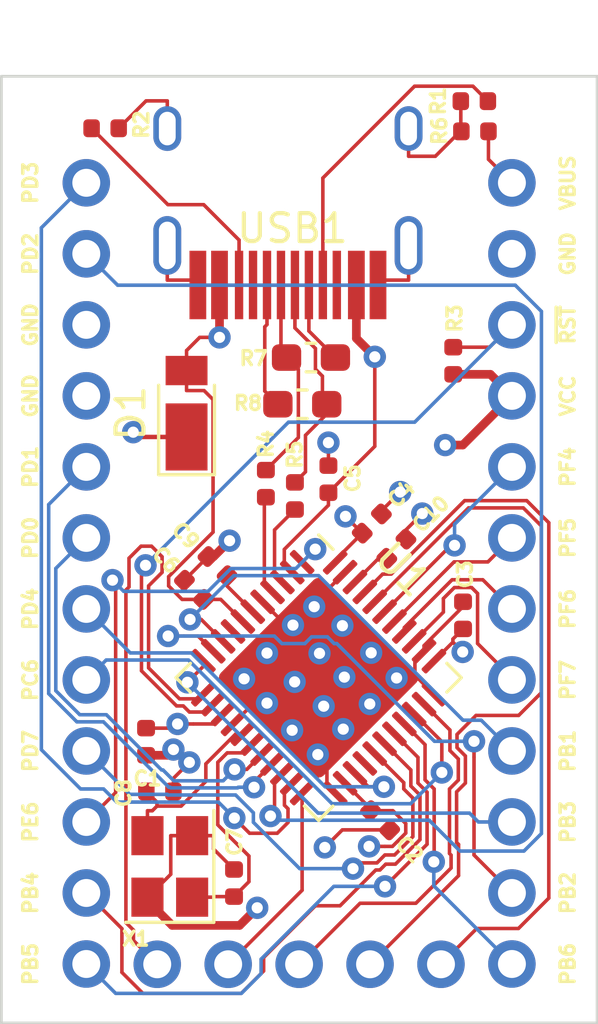
<source format=kicad_pcb>
(kicad_pcb (version 20171130) (host pcbnew 5.1.5+dfsg1-2build2)

  (general
    (thickness 1.6)
    (drawings 4)
    (tracks 466)
    (zones 0)
    (modules 25)
    (nets 44)
  )

  (page A4)
  (layers
    (0 F.Cu signal)
    (1 In1.Cu power)
    (2 In2.Cu power)
    (31 B.Cu signal)
    (32 B.Adhes user)
    (33 F.Adhes user)
    (34 B.Paste user)
    (35 F.Paste user)
    (36 B.SilkS user)
    (37 F.SilkS user)
    (38 B.Mask user)
    (39 F.Mask user)
    (40 Dwgs.User user)
    (41 Cmts.User user)
    (42 Eco1.User user)
    (43 Eco2.User user)
    (44 Edge.Cuts user)
    (45 Margin user)
    (46 B.CrtYd user)
    (47 F.CrtYd user)
    (48 B.Fab user)
    (49 F.Fab user)
  )

  (setup
    (last_trace_width 0.16)
    (user_trace_width 0.16)
    (user_trace_width 0.31)
    (trace_clearance 0.127)
    (zone_clearance 0.508)
    (zone_45_only yes)
    (trace_min 0.0127)
    (via_size 0.8)
    (via_drill 0.4)
    (via_min_size 0.45)
    (via_min_drill 0.2)
    (uvia_size 0.45)
    (uvia_drill 0.2)
    (uvias_allowed no)
    (uvia_min_size 0.45)
    (uvia_min_drill 0.2)
    (edge_width 0.1)
    (segment_width 0.2)
    (pcb_text_width 0.3)
    (pcb_text_size 1.5 1.5)
    (mod_edge_width 0.15)
    (mod_text_size 1 1)
    (mod_text_width 0.15)
    (pad_size 1.075 0.25)
    (pad_drill 0)
    (pad_to_mask_clearance 0)
    (aux_axis_origin 0 0)
    (visible_elements FFFFFF7F)
    (pcbplotparams
      (layerselection 0x010fc_ffffffff)
      (usegerberextensions false)
      (usegerberattributes false)
      (usegerberadvancedattributes false)
      (creategerberjobfile false)
      (excludeedgelayer true)
      (linewidth 0.100000)
      (plotframeref false)
      (viasonmask false)
      (mode 1)
      (useauxorigin false)
      (hpglpennumber 1)
      (hpglpenspeed 20)
      (hpglpendiameter 15.000000)
      (psnegative false)
      (psa4output false)
      (plotreference true)
      (plotvalue true)
      (plotinvisibletext false)
      (padsonsilk false)
      (subtractmaskfromsilk false)
      (outputformat 1)
      (mirror false)
      (drillshape 0)
      (scaleselection 1)
      (outputdirectory "gerber"))
  )

  (net 0 "")
  (net 1 GND)
  (net 2 VCC)
  (net 3 VBUS)
  (net 4 "Net-(C7-Pad1)")
  (net 5 "Net-(C8-Pad1)")
  (net 6 /D-)
  (net 7 /D+)
  (net 8 /PB6)
  (net 9 /PB2)
  (net 10 /PB3)
  (net 11 /PB1)
  (net 12 /PF7)
  (net 13 /PF6)
  (net 14 /PF5)
  (net 15 /PF4)
  (net 16 /RESET)
  (net 17 /PD3)
  (net 18 /PD2)
  (net 19 /PD1)
  (net 20 /PD0)
  (net 21 /PD4)
  (net 22 /PC6)
  (net 23 /PD7)
  (net 24 /PE6)
  (net 25 /PB4)
  (net 26 /PB5)
  (net 27 /PB7)
  (net 28 /PD5)
  (net 29 /PC7)
  (net 30 /PF1)
  (net 31 /PF0)
  (net 32 "Net-(R4-Pad1)")
  (net 33 "Net-(R5-Pad1)")
  (net 34 "Net-(U1-Pad26)")
  (net 35 "Net-(U1-Pad8)")
  (net 36 "Net-(R1-Pad2)")
  (net 37 "Net-(R2-Pad2)")
  (net 38 "Net-(USB1-Pad3)")
  (net 39 "Net-(USB1-Pad9)")
  (net 40 /UCAP)
  (net 41 /AREF)
  (net 42 "Net-(R7-Pad2)")
  (net 43 "Net-(R8-Pad2)")

  (net_class Default "This is the default net class."
    (clearance 0.127)
    (trace_width 0.127)
    (via_dia 0.8)
    (via_drill 0.4)
    (uvia_dia 0.45)
    (uvia_drill 0.2)
    (add_net /AREF)
    (add_net /D+)
    (add_net /D-)
    (add_net /PB1)
    (add_net /PB2)
    (add_net /PB3)
    (add_net /PB4)
    (add_net /PB5)
    (add_net /PB6)
    (add_net /PB7)
    (add_net /PC6)
    (add_net /PC7)
    (add_net /PD0)
    (add_net /PD1)
    (add_net /PD2)
    (add_net /PD3)
    (add_net /PD4)
    (add_net /PD5)
    (add_net /PD7)
    (add_net /PE6)
    (add_net /PF0)
    (add_net /PF1)
    (add_net /PF4)
    (add_net /PF5)
    (add_net /PF6)
    (add_net /PF7)
    (add_net /RESET)
    (add_net /UCAP)
    (add_net GND)
    (add_net "Net-(C7-Pad1)")
    (add_net "Net-(C8-Pad1)")
    (add_net "Net-(R1-Pad2)")
    (add_net "Net-(R2-Pad2)")
    (add_net "Net-(R4-Pad1)")
    (add_net "Net-(R5-Pad1)")
    (add_net "Net-(R7-Pad2)")
    (add_net "Net-(R8-Pad2)")
    (add_net "Net-(U1-Pad26)")
    (add_net "Net-(U1-Pad8)")
    (add_net "Net-(USB1-Pad3)")
    (add_net "Net-(USB1-Pad9)")
    (add_net VBUS)
    (add_net VCC)
  )

  (module pins:Pins12 (layer F.Cu) (tedit 5A296A16) (tstamp 5FC39D00)
    (at 37.62 27.3)
    (path /5A28DBD6)
    (fp_text reference J3 (at 0 -2.54) (layer F.SilkS) hide
      (effects (font (size 1 1) (thickness 0.15)))
    )
    (fp_text value 01x12 (at 0 -5.08) (layer F.Fab) hide
      (effects (font (size 1 1) (thickness 0.15)))
    )
    (fp_text user VBUS (at 2 0 90) (layer F.SilkS)
      (effects (font (size 0.5 0.5) (thickness 0.125)))
    )
    (fp_text user GND (at 2 2.54 90) (layer F.SilkS)
      (effects (font (size 0.5 0.5) (thickness 0.125)))
    )
    (fp_text user ~RST~ (at 2 5.08 90) (layer F.SilkS)
      (effects (font (size 0.5 0.5) (thickness 0.125)))
    )
    (fp_text user VCC (at 2 7.62 90) (layer F.SilkS)
      (effects (font (size 0.5 0.5) (thickness 0.125)))
    )
    (fp_text user PF4 (at 2 10.16 90) (layer F.SilkS)
      (effects (font (size 0.5 0.5) (thickness 0.125)))
    )
    (fp_text user PF5 (at 2 12.7 90) (layer F.SilkS)
      (effects (font (size 0.5 0.5) (thickness 0.125)))
    )
    (fp_text user PF6 (at 2 15.24 90) (layer F.SilkS)
      (effects (font (size 0.5 0.5) (thickness 0.125)))
    )
    (fp_text user PF7 (at 2 17.78 90) (layer F.SilkS)
      (effects (font (size 0.5 0.5) (thickness 0.125)))
    )
    (fp_text user PB1 (at 2 20.32 90) (layer F.SilkS)
      (effects (font (size 0.5 0.5) (thickness 0.125)))
    )
    (fp_text user PB3 (at 2 22.86 90) (layer F.SilkS)
      (effects (font (size 0.5 0.5) (thickness 0.125)))
    )
    (fp_text user PB6 (at 2 27.94 90) (layer F.SilkS)
      (effects (font (size 0.5 0.5) (thickness 0.125)))
    )
    (fp_text user PB2 (at 2 25.4 90) (layer F.SilkS)
      (effects (font (size 0.5 0.5) (thickness 0.125)))
    )
    (pad 12 thru_hole circle (at 0 27.94) (size 1.7 1.7) (drill 1) (layers *.Cu *.Mask)
      (net 8 /PB6))
    (pad 11 thru_hole circle (at 0 25.4) (size 1.7 1.7) (drill 1) (layers *.Cu *.Mask)
      (net 9 /PB2))
    (pad 10 thru_hole circle (at 0 22.86) (size 1.7 1.7) (drill 1) (layers *.Cu *.Mask)
      (net 10 /PB3))
    (pad 9 thru_hole circle (at 0 20.32) (size 1.7 1.7) (drill 1) (layers *.Cu *.Mask)
      (net 11 /PB1))
    (pad 8 thru_hole circle (at 0 17.78) (size 1.7 1.7) (drill 1) (layers *.Cu *.Mask)
      (net 12 /PF7))
    (pad 7 thru_hole circle (at 0 15.24) (size 1.7 1.7) (drill 1) (layers *.Cu *.Mask)
      (net 13 /PF6))
    (pad 6 thru_hole circle (at 0 12.7) (size 1.7 1.7) (drill 1) (layers *.Cu *.Mask)
      (net 14 /PF5))
    (pad 5 thru_hole circle (at 0 10.16) (size 1.7 1.7) (drill 1) (layers *.Cu *.Mask)
      (net 15 /PF4))
    (pad 4 thru_hole circle (at 0 7.62) (size 1.7 1.7) (drill 1) (layers *.Cu *.Mask)
      (net 2 VCC))
    (pad 3 thru_hole circle (at 0 5.08) (size 1.7 1.7) (drill 1) (layers *.Cu *.Mask)
      (net 16 /RESET))
    (pad 2 thru_hole circle (at 0 2.54) (size 1.7 1.7) (drill 1) (layers *.Cu *.Mask)
      (net 1 GND))
    (pad 1 thru_hole circle (at 0 0) (size 1.7 1.7) (drill 1) (layers *.Cu *.Mask)
      (net 3 VBUS))
  )

  (module Crystal:Crystal_SMD_SeikoEpson_TSX3225-4Pin_3.2x2.5mm (layer F.Cu) (tedit 5A0FD1B2) (tstamp 5FC2725A)
    (at 25.37 51.75 90)
    (descr "crystal Epson Toyocom TSX-3225 series https://support.epson.biz/td/api/doc_check.php?dl=brief_fa-238v_en.pdf, 3.2x2.5mm^2 package")
    (tags "SMD SMT crystal")
    (path /5A286A14)
    (attr smd)
    (fp_text reference X1 (at -2.59 -1.22 180) (layer F.SilkS)
      (effects (font (size 0.5 0.5) (thickness 0.125)))
    )
    (fp_text value 16MHz (at -2.61 0.76 180) (layer F.Fab)
      (effects (font (size 0.5 0.5) (thickness 0.125)))
    )
    (fp_line (start 2.1 -1.7) (end -2.1 -1.7) (layer F.CrtYd) (width 0.05))
    (fp_line (start 2.1 1.7) (end 2.1 -1.7) (layer F.CrtYd) (width 0.05))
    (fp_line (start -2.1 1.7) (end 2.1 1.7) (layer F.CrtYd) (width 0.05))
    (fp_line (start -2.1 -1.7) (end -2.1 1.7) (layer F.CrtYd) (width 0.05))
    (fp_line (start -2 1.575) (end 2 1.575) (layer F.SilkS) (width 0.12))
    (fp_line (start -2 -1.575) (end -2 1.575) (layer F.SilkS) (width 0.12))
    (fp_line (start -1.6 0.25) (end -0.6 1.25) (layer F.Fab) (width 0.1))
    (fp_line (start -1.6 -1.15) (end -1.5 -1.25) (layer F.Fab) (width 0.1))
    (fp_line (start -1.6 1.15) (end -1.6 -1.15) (layer F.Fab) (width 0.1))
    (fp_line (start -1.5 1.25) (end -1.6 1.15) (layer F.Fab) (width 0.1))
    (fp_line (start 1.5 1.25) (end -1.5 1.25) (layer F.Fab) (width 0.1))
    (fp_line (start 1.6 1.15) (end 1.5 1.25) (layer F.Fab) (width 0.1))
    (fp_line (start 1.6 -1.15) (end 1.6 1.15) (layer F.Fab) (width 0.1))
    (fp_line (start 1.5 -1.25) (end 1.6 -1.15) (layer F.Fab) (width 0.1))
    (fp_line (start -1.5 -1.25) (end 1.5 -1.25) (layer F.Fab) (width 0.1))
    (fp_text user %R (at 0 0 180) (layer F.Fab)
      (effects (font (size 0.7 0.7) (thickness 0.105)))
    )
    (pad 4 smd rect (at -1.1 -0.8 90) (size 1.4 1.15) (layers F.Cu F.Paste F.Mask)
      (net 1 GND))
    (pad 3 smd rect (at 1.1 -0.8 90) (size 1.4 1.15) (layers F.Cu F.Paste F.Mask)
      (net 5 "Net-(C8-Pad1)"))
    (pad 2 smd rect (at 1.1 0.8 90) (size 1.4 1.15) (layers F.Cu F.Paste F.Mask)
      (net 1 GND))
    (pad 1 smd rect (at -1.1 0.8 90) (size 1.4 1.15) (layers F.Cu F.Paste F.Mask)
      (net 4 "Net-(C7-Pad1)"))
    (model ${KISYS3DMOD}/Crystal.3dshapes/Crystal_SMD_SeikoEpson_TSX3225-4Pin_3.2x2.5mm.wrl
      (at (xyz 0 0 0))
      (scale (xyz 1 1 1))
      (rotate (xyz 0 0 0))
    )
  )

  (module Diode_SMD:D_PowerDI-123 (layer F.Cu) (tedit 588FC24C) (tstamp 5FC11812)
    (at 25.97 35.54 90)
    (descr http://www.diodes.com/_files/datasheets/ds30497.pdf)
    (tags "PowerDI diode vishay")
    (path /5A78E24C)
    (attr smd)
    (fp_text reference D1 (at 0 -2 90) (layer F.SilkS)
      (effects (font (size 1 1) (thickness 0.15)))
    )
    (fp_text value D_Schottky (at -2.9 -1.71 90) (layer F.Fab)
      (effects (font (size 0.5 0.5) (thickness 0.125)))
    )
    (fp_line (start -2.2 1) (end -2.2 -1) (layer F.SilkS) (width 0.12))
    (fp_line (start -2.2 1) (end 1 1) (layer F.SilkS) (width 0.12))
    (fp_line (start 1 -1) (end -2.2 -1) (layer F.SilkS) (width 0.12))
    (fp_line (start -2.5 1.3) (end -2.5 -1.3) (layer F.CrtYd) (width 0.05))
    (fp_line (start -2.5 -1.3) (end 2.5 -1.3) (layer F.CrtYd) (width 0.05))
    (fp_line (start 2.5 -1.3) (end 2.5 1.3) (layer F.CrtYd) (width 0.05))
    (fp_line (start 2.5 1.3) (end -2.5 1.3) (layer F.CrtYd) (width 0.05))
    (fp_line (start -1.4 -0.9) (end 1.4 -0.9) (layer F.Fab) (width 0.1))
    (fp_line (start 1.4 -0.9) (end 1.4 0.9) (layer F.Fab) (width 0.1))
    (fp_line (start 1.4 0.9) (end -1.4 0.9) (layer F.Fab) (width 0.1))
    (fp_line (start -1.4 0.9) (end -1.4 -0.9) (layer F.Fab) (width 0.1))
    (fp_line (start -0.8 0) (end -0.5 0) (layer F.Fab) (width 0.1))
    (fp_line (start -0.5 0) (end -0.5 -0.5) (layer F.Fab) (width 0.1))
    (fp_line (start -0.5 0) (end -0.5 0.5) (layer F.Fab) (width 0.1))
    (fp_line (start -0.5 0) (end 0.3 0.5) (layer F.Fab) (width 0.1))
    (fp_line (start 0.3 0.5) (end 0.3 -0.5) (layer F.Fab) (width 0.1))
    (fp_line (start 0.3 -0.5) (end -0.5 0) (layer F.Fab) (width 0.1))
    (fp_line (start 0.3 0) (end 0.7 0) (layer F.Fab) (width 0.1))
    (fp_text user %R (at 0 -2 90) (layer F.Fab)
      (effects (font (size 1 1) (thickness 0.15)))
    )
    (pad 2 smd rect (at 1.525 0 270) (size 1.05 1.5) (layers F.Cu F.Paste F.Mask)
      (net 3 VBUS))
    (pad 1 smd rect (at -0.85 0 270) (size 2.4 1.5) (layers F.Cu F.Paste F.Mask)
      (net 2 VCC))
    (model ${KISYS3DMOD}/Diode_SMD.3dshapes/D_PowerDI-123.wrl
      (at (xyz 0 0 0))
      (scale (xyz 1 1 1))
      (rotate (xyz 0 0 0))
    )
  )

  (module Type-C:HRO-TYPE-C-31-M-12-HandSoldering (layer F.Cu) (tedit 5C42C6AC) (tstamp 5FC34C94)
    (at 29.6 22.76 180)
    (path /5FF3A33D)
    (attr smd)
    (fp_text reference USB1 (at -0.16 -6.17) (layer F.SilkS)
      (effects (font (size 1 1) (thickness 0.15)))
    )
    (fp_text value CLEAN-TYPE-C-31-M-12 (at 0 1.15) (layer Dwgs.User)
      (effects (font (size 1 1) (thickness 0.15)))
    )
    (fp_line (start -4.47 0) (end 4.47 0) (layer Dwgs.User) (width 0.15))
    (fp_line (start -4.47 0) (end -4.47 -7.3) (layer Dwgs.User) (width 0.15))
    (fp_line (start 4.47 0) (end 4.47 -7.3) (layer Dwgs.User) (width 0.15))
    (fp_line (start -4.47 -7.3) (end 4.47 -7.3) (layer Dwgs.User) (width 0.15))
    (pad 12 smd rect (at 3.225 -8.195 180) (size 0.6 2.45) (layers F.Cu F.Paste F.Mask)
      (net 1 GND))
    (pad 1 smd rect (at -3.225 -8.195 180) (size 0.6 2.45) (layers F.Cu F.Paste F.Mask)
      (net 1 GND))
    (pad 11 smd rect (at 2.45 -8.195 180) (size 0.6 2.45) (layers F.Cu F.Paste F.Mask)
      (net 3 VBUS))
    (pad 2 smd rect (at -2.45 -8.195 180) (size 0.6 2.45) (layers F.Cu F.Paste F.Mask)
      (net 3 VBUS))
    (pad 3 smd rect (at -1.75 -8.195 180) (size 0.3 2.45) (layers F.Cu F.Paste F.Mask)
      (net 38 "Net-(USB1-Pad3)"))
    (pad 10 smd rect (at 1.75 -8.195 180) (size 0.3 2.45) (layers F.Cu F.Paste F.Mask)
      (net 37 "Net-(R2-Pad2)"))
    (pad 4 smd rect (at -1.25 -8.195 180) (size 0.3 2.45) (layers F.Cu F.Paste F.Mask)
      (net 36 "Net-(R1-Pad2)"))
    (pad 9 smd rect (at 1.25 -8.195 180) (size 0.3 2.45) (layers F.Cu F.Paste F.Mask)
      (net 39 "Net-(USB1-Pad9)"))
    (pad 5 smd rect (at -0.75 -8.195 180) (size 0.3 2.45) (layers F.Cu F.Paste F.Mask)
      (net 42 "Net-(R7-Pad2)"))
    (pad 8 smd rect (at 0.75 -8.195 180) (size 0.3 2.45) (layers F.Cu F.Paste F.Mask)
      (net 43 "Net-(R8-Pad2)"))
    (pad 7 smd rect (at 0.25 -8.195 180) (size 0.3 2.45) (layers F.Cu F.Paste F.Mask)
      (net 7 /D+))
    (pad 6 smd rect (at -0.25 -8.195 180) (size 0.3 2.45) (layers F.Cu F.Paste F.Mask)
      (net 6 /D-))
    (pad "" np_thru_hole circle (at 2.89 -6.25 180) (size 0.65 0.65) (drill 0.65) (layers *.Cu *.Mask))
    (pad "" np_thru_hole circle (at -2.89 -6.25 180) (size 0.65 0.65) (drill 0.65) (layers *.Cu *.Mask))
    (pad 13 thru_hole oval (at -4.32 -6.78 180) (size 1 2.1) (drill oval 0.6 1.7) (layers *.Cu B.Mask)
      (net 1 GND))
    (pad 13 thru_hole oval (at 4.32 -6.78 180) (size 1 2.1) (drill oval 0.6 1.7) (layers *.Cu B.Mask)
      (net 1 GND))
    (pad 13 thru_hole oval (at -4.32 -2.6 180) (size 1 1.6) (drill oval 0.6 1.2) (layers *.Cu B.Mask)
      (net 1 GND))
    (pad 13 thru_hole oval (at 4.32 -2.6 180) (size 1 1.6) (drill oval 0.6 1.2) (layers *.Cu B.Mask)
      (net 1 GND))
  )

  (module Resistor_SMD:R_0603_1608Metric_Pad1.05x0.95mm_HandSolder (layer F.Cu) (tedit 5B301BBD) (tstamp 5FC390C1)
    (at 30.115 35.22 180)
    (descr "Resistor SMD 0603 (1608 Metric), square (rectangular) end terminal, IPC_7351 nominal with elongated pad for handsoldering. (Body size source: http://www.tortai-tech.com/upload/download/2011102023233369053.pdf), generated with kicad-footprint-generator")
    (tags "resistor handsolder")
    (path /5FEA0D9B)
    (attr smd)
    (fp_text reference R8 (at 1.945 0.04) (layer F.SilkS)
      (effects (font (size 0.5 0.5) (thickness 0.125)))
    )
    (fp_text value 0R (at 0 1.43) (layer F.Fab)
      (effects (font (size 1 1) (thickness 0.15)))
    )
    (fp_text user %R (at 0 0) (layer F.Fab)
      (effects (font (size 0.4 0.4) (thickness 0.06)))
    )
    (fp_line (start 1.65 0.73) (end -1.65 0.73) (layer F.CrtYd) (width 0.05))
    (fp_line (start 1.65 -0.73) (end 1.65 0.73) (layer F.CrtYd) (width 0.05))
    (fp_line (start -1.65 -0.73) (end 1.65 -0.73) (layer F.CrtYd) (width 0.05))
    (fp_line (start -1.65 0.73) (end -1.65 -0.73) (layer F.CrtYd) (width 0.05))
    (fp_line (start -0.171267 0.51) (end 0.171267 0.51) (layer F.SilkS) (width 0.12))
    (fp_line (start -0.171267 -0.51) (end 0.171267 -0.51) (layer F.SilkS) (width 0.12))
    (fp_line (start 0.8 0.4) (end -0.8 0.4) (layer F.Fab) (width 0.1))
    (fp_line (start 0.8 -0.4) (end 0.8 0.4) (layer F.Fab) (width 0.1))
    (fp_line (start -0.8 -0.4) (end 0.8 -0.4) (layer F.Fab) (width 0.1))
    (fp_line (start -0.8 0.4) (end -0.8 -0.4) (layer F.Fab) (width 0.1))
    (pad 2 smd roundrect (at 0.875 0 180) (size 1.05 0.95) (layers F.Cu F.Paste F.Mask) (roundrect_rratio 0.25)
      (net 43 "Net-(R8-Pad2)"))
    (pad 1 smd roundrect (at -0.875 0 180) (size 1.05 0.95) (layers F.Cu F.Paste F.Mask) (roundrect_rratio 0.25)
      (net 6 /D-))
    (model ${KISYS3DMOD}/Resistor_SMD.3dshapes/R_0603_1608Metric.wrl
      (at (xyz 0 0 0))
      (scale (xyz 1 1 1))
      (rotate (xyz 0 0 0))
    )
  )

  (module Resistor_SMD:R_0603_1608Metric_Pad1.05x0.95mm_HandSolder (layer F.Cu) (tedit 5B301BBD) (tstamp 5FC34DC3)
    (at 30.425 33.55)
    (descr "Resistor SMD 0603 (1608 Metric), square (rectangular) end terminal, IPC_7351 nominal with elongated pad for handsoldering. (Body size source: http://www.tortai-tech.com/upload/download/2011102023233369053.pdf), generated with kicad-footprint-generator")
    (tags "resistor handsolder")
    (path /5FEA0C48)
    (attr smd)
    (fp_text reference R7 (at -2.055 0.03) (layer F.SilkS)
      (effects (font (size 0.5 0.5) (thickness 0.125)))
    )
    (fp_text value 0R (at 0 1.43) (layer F.Fab)
      (effects (font (size 1 1) (thickness 0.15)))
    )
    (fp_text user %R (at 0 0) (layer F.Fab)
      (effects (font (size 0.4 0.4) (thickness 0.06)))
    )
    (fp_line (start 1.65 0.73) (end -1.65 0.73) (layer F.CrtYd) (width 0.05))
    (fp_line (start 1.65 -0.73) (end 1.65 0.73) (layer F.CrtYd) (width 0.05))
    (fp_line (start -1.65 -0.73) (end 1.65 -0.73) (layer F.CrtYd) (width 0.05))
    (fp_line (start -1.65 0.73) (end -1.65 -0.73) (layer F.CrtYd) (width 0.05))
    (fp_line (start -0.171267 0.51) (end 0.171267 0.51) (layer F.SilkS) (width 0.12))
    (fp_line (start -0.171267 -0.51) (end 0.171267 -0.51) (layer F.SilkS) (width 0.12))
    (fp_line (start 0.8 0.4) (end -0.8 0.4) (layer F.Fab) (width 0.1))
    (fp_line (start 0.8 -0.4) (end 0.8 0.4) (layer F.Fab) (width 0.1))
    (fp_line (start -0.8 -0.4) (end 0.8 -0.4) (layer F.Fab) (width 0.1))
    (fp_line (start -0.8 0.4) (end -0.8 -0.4) (layer F.Fab) (width 0.1))
    (pad 2 smd roundrect (at 0.875 0) (size 1.05 0.95) (layers F.Cu F.Paste F.Mask) (roundrect_rratio 0.25)
      (net 42 "Net-(R7-Pad2)"))
    (pad 1 smd roundrect (at -0.875 0) (size 1.05 0.95) (layers F.Cu F.Paste F.Mask) (roundrect_rratio 0.25)
      (net 7 /D+))
    (model ${KISYS3DMOD}/Resistor_SMD.3dshapes/R_0603_1608Metric.wrl
      (at (xyz 0 0 0))
      (scale (xyz 1 1 1))
      (rotate (xyz 0 0 0))
    )
  )

  (module pins:Pins12 (layer F.Cu) (tedit 5A296A16) (tstamp 5FC02EA9)
    (at 22.38 55.24 180)
    (path /5A28DB36)
    (fp_text reference J4 (at 0 -2.54) (layer F.SilkS) hide
      (effects (font (size 1 1) (thickness 0.15)))
    )
    (fp_text value 01x12 (at 0 -5.08) (layer F.Fab) hide
      (effects (font (size 1 1) (thickness 0.15)))
    )
    (fp_text user PB5 (at 2 0 90) (layer F.SilkS)
      (effects (font (size 0.5 0.5) (thickness 0.125)))
    )
    (fp_text user PB4 (at 2 2.54 270) (layer F.SilkS)
      (effects (font (size 0.5 0.5) (thickness 0.125)))
    )
    (fp_text user PE6 (at 2 5.08 270) (layer F.SilkS)
      (effects (font (size 0.5 0.5) (thickness 0.125)))
    )
    (fp_text user PD7 (at 2 7.62 270) (layer F.SilkS)
      (effects (font (size 0.5 0.5) (thickness 0.125)))
    )
    (fp_text user PC6 (at 2 10.16 270) (layer F.SilkS)
      (effects (font (size 0.5 0.5) (thickness 0.125)))
    )
    (fp_text user PD4 (at 2 12.7 270) (layer F.SilkS)
      (effects (font (size 0.5 0.5) (thickness 0.125)))
    )
    (fp_text user PD0 (at 2 15.24 270) (layer F.SilkS)
      (effects (font (size 0.5 0.5) (thickness 0.125)))
    )
    (fp_text user PD1 (at 2 17.78 270) (layer F.SilkS)
      (effects (font (size 0.5 0.5) (thickness 0.125)))
    )
    (fp_text user GND (at 2 22.86 270) (layer F.SilkS)
      (effects (font (size 0.5 0.5) (thickness 0.125)))
    )
    (fp_text user GND (at 2 20.32 270) (layer F.SilkS)
      (effects (font (size 0.5 0.5) (thickness 0.125)))
    )
    (fp_text user PD2 (at 2 25.4 270) (layer F.SilkS)
      (effects (font (size 0.5 0.5) (thickness 0.125)))
    )
    (fp_text user PD3 (at 2 27.94 270) (layer F.SilkS)
      (effects (font (size 0.5 0.5) (thickness 0.125)))
    )
    (pad 12 thru_hole circle (at 0 27.94 180) (size 1.7 1.7) (drill 1) (layers *.Cu *.Mask)
      (net 17 /PD3))
    (pad 11 thru_hole circle (at 0 25.4 180) (size 1.7 1.7) (drill 1) (layers *.Cu *.Mask)
      (net 18 /PD2))
    (pad 10 thru_hole circle (at 0 22.86 180) (size 1.7 1.7) (drill 1) (layers *.Cu *.Mask)
      (net 1 GND))
    (pad 9 thru_hole circle (at 0 20.32 180) (size 1.7 1.7) (drill 1) (layers *.Cu *.Mask)
      (net 1 GND))
    (pad 8 thru_hole circle (at 0 17.78 180) (size 1.7 1.7) (drill 1) (layers *.Cu *.Mask)
      (net 19 /PD1))
    (pad 7 thru_hole circle (at 0 15.24 180) (size 1.7 1.7) (drill 1) (layers *.Cu *.Mask)
      (net 20 /PD0))
    (pad 6 thru_hole circle (at 0 12.7 180) (size 1.7 1.7) (drill 1) (layers *.Cu *.Mask)
      (net 21 /PD4))
    (pad 5 thru_hole circle (at 0 10.16 180) (size 1.7 1.7) (drill 1) (layers *.Cu *.Mask)
      (net 22 /PC6))
    (pad 4 thru_hole circle (at 0 7.62 180) (size 1.7 1.7) (drill 1) (layers *.Cu *.Mask)
      (net 23 /PD7))
    (pad 3 thru_hole circle (at 0 5.08 180) (size 1.7 1.7) (drill 1) (layers *.Cu *.Mask)
      (net 24 /PE6))
    (pad 2 thru_hole circle (at 0 2.54 180) (size 1.7 1.7) (drill 1) (layers *.Cu *.Mask)
      (net 25 /PB4))
    (pad 1 thru_hole circle (at 0 0 180) (size 1.7 1.7) (drill 1) (layers *.Cu *.Mask)
      (net 26 /PB5))
  )

  (module Resistor_SMD:R_0402_1005Metric (layer F.Cu) (tedit 5B301BBD) (tstamp 5FC1F490)
    (at 35.52 33.665 270)
    (descr "Resistor SMD 0402 (1005 Metric), square (rectangular) end terminal, IPC_7351 nominal, (Body size source: http://www.tortai-tech.com/upload/download/2011102023233369053.pdf), generated with kicad-footprint-generator")
    (tags resistor)
    (path /5A2884D6)
    (attr smd)
    (fp_text reference R3 (at -1.515 -0.05 90) (layer F.SilkS)
      (effects (font (size 0.5 0.5) (thickness 0.125)))
    )
    (fp_text value 10k (at 0.06 -1.82 90) (layer F.Fab)
      (effects (font (size 0.5 0.5) (thickness 0.125)))
    )
    (fp_text user %R (at 0 0 90) (layer F.Fab)
      (effects (font (size 0.25 0.25) (thickness 0.04)))
    )
    (fp_line (start 0.93 0.47) (end -0.93 0.47) (layer F.CrtYd) (width 0.05))
    (fp_line (start 0.93 -0.47) (end 0.93 0.47) (layer F.CrtYd) (width 0.05))
    (fp_line (start -0.93 -0.47) (end 0.93 -0.47) (layer F.CrtYd) (width 0.05))
    (fp_line (start -0.93 0.47) (end -0.93 -0.47) (layer F.CrtYd) (width 0.05))
    (fp_line (start 0.5 0.25) (end -0.5 0.25) (layer F.Fab) (width 0.1))
    (fp_line (start 0.5 -0.25) (end 0.5 0.25) (layer F.Fab) (width 0.1))
    (fp_line (start -0.5 -0.25) (end 0.5 -0.25) (layer F.Fab) (width 0.1))
    (fp_line (start -0.5 0.25) (end -0.5 -0.25) (layer F.Fab) (width 0.1))
    (pad 2 smd roundrect (at 0.485 0 270) (size 0.59 0.64) (layers F.Cu F.Paste F.Mask) (roundrect_rratio 0.25)
      (net 2 VCC))
    (pad 1 smd roundrect (at -0.485 0 270) (size 0.59 0.64) (layers F.Cu F.Paste F.Mask) (roundrect_rratio 0.25)
      (net 16 /RESET))
    (model ${KISYS3DMOD}/Resistor_SMD.3dshapes/R_0402_1005Metric.wrl
      (at (xyz 0 0 0))
      (scale (xyz 1 1 1))
      (rotate (xyz 0 0 0))
    )
  )

  (module Package_DFN_QFN:QFN-44-1EP_7x7mm_P0.5mm_EP5.2x5.2mm (layer F.Cu) (tedit 5C26A111) (tstamp 5FC2732C)
    (at 30.7 45 315)
    (descr "QFN, 44 Pin (http://ww1.microchip.com/downloads/en/DeviceDoc/2512S.pdf#page=17), generated with kicad-footprint-generator ipc_dfn_qfn_generator.py")
    (tags "QFN DFN_QFN")
    (path /5A28636A)
    (attr smd)
    (fp_text reference U1 (at -0.608112 -4.864895 135) (layer F.SilkS)
      (effects (font (size 1 1) (thickness 0.15)))
    )
    (fp_text value ATmega32U4 (at 4.631549 -1.152584 225) (layer F.Fab)
      (effects (font (size 0.5 0.5) (thickness 0.125)))
    )
    (fp_text user %R (at 0 0 135) (layer F.Fab)
      (effects (font (size 1 1) (thickness 0.15)))
    )
    (fp_line (start 4.12 -4.12) (end -4.12 -4.12) (layer F.CrtYd) (width 0.05))
    (fp_line (start 4.12 4.12) (end 4.12 -4.12) (layer F.CrtYd) (width 0.05))
    (fp_line (start -4.12 4.12) (end 4.12 4.12) (layer F.CrtYd) (width 0.05))
    (fp_line (start -4.12 -4.12) (end -4.12 4.12) (layer F.CrtYd) (width 0.05))
    (fp_line (start -3.5 -2.5) (end -2.5 -3.5) (layer F.Fab) (width 0.1))
    (fp_line (start -3.5 3.5) (end -3.5 -2.5) (layer F.Fab) (width 0.1))
    (fp_line (start 3.5 3.5) (end -3.5 3.5) (layer F.Fab) (width 0.1))
    (fp_line (start 3.5 -3.5) (end 3.5 3.5) (layer F.Fab) (width 0.1))
    (fp_line (start -2.5 -3.5) (end 3.5 -3.5) (layer F.Fab) (width 0.1))
    (fp_line (start -2.885 -3.61) (end -3.61 -3.61) (layer F.SilkS) (width 0.12))
    (fp_line (start 3.61 3.61) (end 3.61 2.885) (layer F.SilkS) (width 0.12))
    (fp_line (start 2.885 3.61) (end 3.61 3.61) (layer F.SilkS) (width 0.12))
    (fp_line (start -3.61 3.61) (end -3.61 2.885) (layer F.SilkS) (width 0.12))
    (fp_line (start -2.885 3.61) (end -3.61 3.61) (layer F.SilkS) (width 0.12))
    (fp_line (start 3.61 -3.61) (end 3.61 -2.885) (layer F.SilkS) (width 0.12))
    (fp_line (start 2.885 -3.61) (end 3.61 -3.61) (layer F.SilkS) (width 0.12))
    (pad 44 smd roundrect (at -2.5 -3.3375 315) (size 0.25 1.075) (layers F.Cu F.Paste F.Mask) (roundrect_rratio 0.25)
      (net 2 VCC))
    (pad 43 smd roundrect (at -2 -3.3375 315) (size 0.25 1.075) (layers F.Cu F.Paste F.Mask) (roundrect_rratio 0.25)
      (net 1 GND))
    (pad 42 smd roundrect (at -1.5 -3.3375 315) (size 0.25 1.075) (layers F.Cu F.Paste F.Mask) (roundrect_rratio 0.25)
      (net 41 /AREF))
    (pad 41 smd roundrect (at -1 -3.3375 315) (size 0.25 1.075) (layers F.Cu F.Paste F.Mask) (roundrect_rratio 0.25)
      (net 31 /PF0))
    (pad 40 smd roundrect (at -0.5 -3.3375 315) (size 0.25 1.075) (layers F.Cu F.Paste F.Mask) (roundrect_rratio 0.25)
      (net 30 /PF1))
    (pad 39 smd roundrect (at 0 -3.3375 315) (size 0.25 1.075) (layers F.Cu F.Paste F.Mask) (roundrect_rratio 0.25)
      (net 15 /PF4))
    (pad 38 smd roundrect (at 0.5 -3.3375 315) (size 0.25 1.075) (layers F.Cu F.Paste F.Mask) (roundrect_rratio 0.25)
      (net 14 /PF5))
    (pad 37 smd roundrect (at 1 -3.3375 315) (size 0.25 1.075) (layers F.Cu F.Paste F.Mask) (roundrect_rratio 0.25)
      (net 13 /PF6))
    (pad 36 smd roundrect (at 1.5 -3.3375 315) (size 0.25 1.075) (layers F.Cu F.Paste F.Mask) (roundrect_rratio 0.25)
      (net 12 /PF7))
    (pad 35 smd roundrect (at 2 -3.3375 315) (size 0.25 1.075) (layers F.Cu F.Paste F.Mask) (roundrect_rratio 0.25)
      (net 1 GND))
    (pad 34 smd roundrect (at 2.5 -3.3375 315) (size 0.25 1.075) (layers F.Cu F.Paste F.Mask) (roundrect_rratio 0.25)
      (net 2 VCC))
    (pad 33 smd roundrect (at 3.3375 -2.5 315) (size 1.075 0.25) (layers F.Cu F.Paste F.Mask) (roundrect_rratio 0.25)
      (net 1 GND))
    (pad 32 smd roundrect (at 3.3375 -2 315) (size 1.075 0.25) (layers F.Cu F.Paste F.Mask) (roundrect_rratio 0.25)
      (net 29 /PC7))
    (pad 31 smd roundrect (at 3.3375 -1.5 315) (size 1.075 0.25) (layers F.Cu F.Paste F.Mask) (roundrect_rratio 0.25)
      (net 22 /PC6))
    (pad 30 smd roundrect (at 3.3375 -1 315) (size 1.075 0.25) (layers F.Cu F.Paste F.Mask) (roundrect_rratio 0.25)
      (net 8 /PB6))
    (pad 29 smd roundrect (at 3.3375 -0.5 315) (size 1.075 0.25) (layers F.Cu F.Paste F.Mask) (roundrect_rratio 0.25)
      (net 26 /PB5))
    (pad 28 smd roundrect (at 3.3375 0 315) (size 1.075 0.25) (layers F.Cu F.Paste F.Mask) (roundrect_rratio 0.25)
      (net 25 /PB4))
    (pad 27 smd roundrect (at 3.3375 0.5 315) (size 1.075 0.25) (layers F.Cu F.Paste F.Mask) (roundrect_rratio 0.25)
      (net 23 /PD7))
    (pad 26 smd roundrect (at 3.3375 1 315) (size 1.075 0.25) (layers F.Cu F.Paste F.Mask) (roundrect_rratio 0.25)
      (net 34 "Net-(U1-Pad26)"))
    (pad 25 smd roundrect (at 3.3375 1.5 315) (size 1.075 0.25) (layers F.Cu F.Paste F.Mask) (roundrect_rratio 0.25)
      (net 21 /PD4))
    (pad 24 smd roundrect (at 3.3375 2 315) (size 1.075 0.25) (layers F.Cu F.Paste F.Mask) (roundrect_rratio 0.25)
      (net 2 VCC))
    (pad 23 smd roundrect (at 3.3375 2.5 315) (size 1.075 0.25) (layers F.Cu F.Paste F.Mask) (roundrect_rratio 0.25)
      (net 1 GND))
    (pad 22 smd roundrect (at 2.5 3.3375 315) (size 0.25 1.075) (layers F.Cu F.Paste F.Mask) (roundrect_rratio 0.25)
      (net 28 /PD5))
    (pad 21 smd roundrect (at 2 3.3375 315) (size 0.25 1.075) (layers F.Cu F.Paste F.Mask) (roundrect_rratio 0.25)
      (net 17 /PD3))
    (pad 20 smd roundrect (at 1.5 3.3375 315) (size 0.25 1.075) (layers F.Cu F.Paste F.Mask) (roundrect_rratio 0.25)
      (net 18 /PD2))
    (pad 19 smd roundrect (at 1 3.3375 315) (size 0.25 1.075) (layers F.Cu F.Paste F.Mask) (roundrect_rratio 0.25)
      (net 19 /PD1))
    (pad 18 smd roundrect (at 0.5 3.3375 315) (size 0.25 1.075) (layers F.Cu F.Paste F.Mask) (roundrect_rratio 0.25)
      (net 20 /PD0))
    (pad 17 smd roundrect (at 0 3.3375 315) (size 0.25 1.075) (layers F.Cu F.Paste F.Mask) (roundrect_rratio 0.25)
      (net 4 "Net-(C7-Pad1)"))
    (pad 16 smd roundrect (at -0.5 3.3375 315) (size 0.25 1.075) (layers F.Cu F.Paste F.Mask) (roundrect_rratio 0.25)
      (net 5 "Net-(C8-Pad1)"))
    (pad 15 smd roundrect (at -1 3.3375 315) (size 0.25 1.075) (layers F.Cu F.Paste F.Mask) (roundrect_rratio 0.25)
      (net 1 GND))
    (pad 14 smd roundrect (at -1.5 3.3375 315) (size 0.25 1.075) (layers F.Cu F.Paste F.Mask) (roundrect_rratio 0.25)
      (net 2 VCC))
    (pad 13 smd roundrect (at -2 3.3375 315) (size 0.25 1.075) (layers F.Cu F.Paste F.Mask) (roundrect_rratio 0.25)
      (net 16 /RESET))
    (pad 12 smd roundrect (at -2.5 3.3375 315) (size 0.25 1.075) (layers F.Cu F.Paste F.Mask) (roundrect_rratio 0.25)
      (net 27 /PB7))
    (pad 11 smd roundrect (at -3.3375 2.5 315) (size 1.075 0.25) (layers F.Cu F.Paste F.Mask) (roundrect_rratio 0.25)
      (net 10 /PB3))
    (pad 10 smd roundrect (at -3.3375 2 315) (size 1.075 0.25) (layers F.Cu F.Paste F.Mask) (roundrect_rratio 0.25)
      (net 9 /PB2))
    (pad 9 smd roundrect (at -3.3375 1.5 315) (size 1.075 0.25) (layers F.Cu F.Paste F.Mask) (roundrect_rratio 0.25)
      (net 11 /PB1))
    (pad 8 smd roundrect (at -3.3375 1 315) (size 1.075 0.25) (layers F.Cu F.Paste F.Mask) (roundrect_rratio 0.25)
      (net 35 "Net-(U1-Pad8)"))
    (pad 7 smd roundrect (at -3.3375 0.5 315) (size 1.075 0.25) (layers F.Cu F.Paste F.Mask) (roundrect_rratio 0.25)
      (net 3 VBUS))
    (pad 6 smd roundrect (at -3.3375 0 315) (size 1.075 0.25) (layers F.Cu F.Paste F.Mask) (roundrect_rratio 0.25)
      (net 40 /UCAP))
    (pad 5 smd roundrect (at -3.3375 -0.5 315) (size 1.075 0.25) (layers F.Cu F.Paste F.Mask) (roundrect_rratio 0.25)
      (net 1 GND))
    (pad 4 smd roundrect (at -3.3375 -1 315) (size 1.075 0.25) (layers F.Cu F.Paste F.Mask) (roundrect_rratio 0.25)
      (net 32 "Net-(R4-Pad1)"))
    (pad 3 smd roundrect (at -3.3375 -1.5 315) (size 1.075 0.25) (layers F.Cu F.Paste F.Mask) (roundrect_rratio 0.25)
      (net 33 "Net-(R5-Pad1)"))
    (pad 2 smd roundrect (at -3.3375 -2 315) (size 1.075 0.25) (layers F.Cu F.Paste F.Mask) (roundrect_rratio 0.25)
      (net 3 VBUS))
    (pad 1 smd roundrect (at -3.3375 -2.5 315) (size 1.075 0.25) (layers F.Cu F.Paste F.Mask) (roundrect_rratio 0.25)
      (net 24 /PE6))
    (pad "" smd roundrect (at 1.95 1.95 315) (size 1.05 1.05) (layers F.Paste) (roundrect_rratio 0.238095))
    (pad "" smd roundrect (at 1.95 0.65 315) (size 1.05 1.05) (layers F.Paste) (roundrect_rratio 0.238095))
    (pad "" smd roundrect (at 1.95 -0.65 315) (size 1.05 1.05) (layers F.Paste) (roundrect_rratio 0.238095))
    (pad "" smd roundrect (at 1.95 -1.95 315) (size 1.05 1.05) (layers F.Paste) (roundrect_rratio 0.238095))
    (pad "" smd roundrect (at 0.65 1.95 315) (size 1.05 1.05) (layers F.Paste) (roundrect_rratio 0.238095))
    (pad "" smd roundrect (at 0.65 0.65 315) (size 1.05 1.05) (layers F.Paste) (roundrect_rratio 0.238095))
    (pad "" smd roundrect (at 0.65 -0.65 315) (size 1.05 1.05) (layers F.Paste) (roundrect_rratio 0.238095))
    (pad "" smd roundrect (at 0.65 -1.95 315) (size 1.05 1.05) (layers F.Paste) (roundrect_rratio 0.238095))
    (pad "" smd roundrect (at -0.65 1.95 315) (size 1.05 1.05) (layers F.Paste) (roundrect_rratio 0.238095))
    (pad "" smd roundrect (at -0.65 0.65 315) (size 1.05 1.05) (layers F.Paste) (roundrect_rratio 0.238095))
    (pad "" smd roundrect (at -0.65 -0.65 315) (size 1.05 1.05) (layers F.Paste) (roundrect_rratio 0.238095))
    (pad "" smd roundrect (at -0.65 -1.95 315) (size 1.05 1.05) (layers F.Paste) (roundrect_rratio 0.238095))
    (pad "" smd roundrect (at -1.95 1.95 315) (size 1.05 1.05) (layers F.Paste) (roundrect_rratio 0.238095))
    (pad "" smd roundrect (at -1.95 0.65 315) (size 1.05 1.05) (layers F.Paste) (roundrect_rratio 0.238095))
    (pad "" smd roundrect (at -1.95 -0.65 315) (size 1.05 1.05) (layers F.Paste) (roundrect_rratio 0.238095))
    (pad "" smd roundrect (at -1.95 -1.95 315) (size 1.05 1.05) (layers F.Paste) (roundrect_rratio 0.238095))
    (pad 45 smd roundrect (at 0 0 315) (size 5.2 5.2) (layers F.Cu F.Mask) (roundrect_rratio 0.048077)
      (net 1 GND))
    (model ${KISYS3DMOD}/Package_DFN_QFN.3dshapes/QFN-44-1EP_7x7mm_P0.5mm_EP5.2x5.2mm.wrl
      (at (xyz 0 0 0))
      (scale (xyz 1 1 1))
      (rotate (xyz 0 0 0))
    )
  )

  (module Resistor_SMD:R_0402_1005Metric (layer F.Cu) (tedit 5B301BBD) (tstamp 5FC1F60E)
    (at 36.295 25.46)
    (descr "Resistor SMD 0402 (1005 Metric), square (rectangular) end terminal, IPC_7351 nominal, (Body size source: http://www.tortai-tech.com/upload/download/2011102023233369053.pdf), generated with kicad-footprint-generator")
    (tags resistor)
    (path /5CBBA935)
    (attr smd)
    (fp_text reference R6 (at -1.27 -0.02 90) (layer F.SilkS)
      (effects (font (size 0.5 0.5) (thickness 0.125)))
    )
    (fp_text value 10k (at 1.29 -0.11 180) (layer F.Fab)
      (effects (font (size 0.5 0.5) (thickness 0.125)))
    )
    (fp_text user %R (at 0 0) (layer F.Fab)
      (effects (font (size 0.25 0.25) (thickness 0.04)))
    )
    (fp_line (start 0.93 0.47) (end -0.93 0.47) (layer F.CrtYd) (width 0.05))
    (fp_line (start 0.93 -0.47) (end 0.93 0.47) (layer F.CrtYd) (width 0.05))
    (fp_line (start -0.93 -0.47) (end 0.93 -0.47) (layer F.CrtYd) (width 0.05))
    (fp_line (start -0.93 0.47) (end -0.93 -0.47) (layer F.CrtYd) (width 0.05))
    (fp_line (start 0.5 0.25) (end -0.5 0.25) (layer F.Fab) (width 0.1))
    (fp_line (start 0.5 -0.25) (end 0.5 0.25) (layer F.Fab) (width 0.1))
    (fp_line (start -0.5 -0.25) (end 0.5 -0.25) (layer F.Fab) (width 0.1))
    (fp_line (start -0.5 0.25) (end -0.5 -0.25) (layer F.Fab) (width 0.1))
    (pad 2 smd roundrect (at 0.485 0) (size 0.59 0.64) (layers F.Cu F.Paste F.Mask) (roundrect_rratio 0.25)
      (net 3 VBUS))
    (pad 1 smd roundrect (at -0.485 0) (size 0.59 0.64) (layers F.Cu F.Paste F.Mask) (roundrect_rratio 0.25)
      (net 1 GND))
    (model ${KISYS3DMOD}/Resistor_SMD.3dshapes/R_0402_1005Metric.wrl
      (at (xyz 0 0 0))
      (scale (xyz 1 1 1))
      (rotate (xyz 0 0 0))
    )
  )

  (module Resistor_SMD:R_0402_1005Metric (layer F.Cu) (tedit 5B301BBD) (tstamp 5FC11FAE)
    (at 29.85 38.5 90)
    (descr "Resistor SMD 0402 (1005 Metric), square (rectangular) end terminal, IPC_7351 nominal, (Body size source: http://www.tortai-tech.com/upload/download/2011102023233369053.pdf), generated with kicad-footprint-generator")
    (tags resistor)
    (path /5A285348)
    (attr smd)
    (fp_text reference R5 (at 1.48 0 90) (layer F.SilkS)
      (effects (font (size 0.5 0.5) (thickness 0.125)))
    )
    (fp_text value 22 (at 2.31 -0.32 90) (layer F.Fab)
      (effects (font (size 0.5 0.5) (thickness 0.125)))
    )
    (fp_text user %R (at 0 0 90) (layer F.Fab)
      (effects (font (size 0.25 0.25) (thickness 0.04)))
    )
    (fp_line (start 0.93 0.47) (end -0.93 0.47) (layer F.CrtYd) (width 0.05))
    (fp_line (start 0.93 -0.47) (end 0.93 0.47) (layer F.CrtYd) (width 0.05))
    (fp_line (start -0.93 -0.47) (end 0.93 -0.47) (layer F.CrtYd) (width 0.05))
    (fp_line (start -0.93 0.47) (end -0.93 -0.47) (layer F.CrtYd) (width 0.05))
    (fp_line (start 0.5 0.25) (end -0.5 0.25) (layer F.Fab) (width 0.1))
    (fp_line (start 0.5 -0.25) (end 0.5 0.25) (layer F.Fab) (width 0.1))
    (fp_line (start -0.5 -0.25) (end 0.5 -0.25) (layer F.Fab) (width 0.1))
    (fp_line (start -0.5 0.25) (end -0.5 -0.25) (layer F.Fab) (width 0.1))
    (pad 2 smd roundrect (at 0.485 0 90) (size 0.59 0.64) (layers F.Cu F.Paste F.Mask) (roundrect_rratio 0.25)
      (net 6 /D-))
    (pad 1 smd roundrect (at -0.485 0 90) (size 0.59 0.64) (layers F.Cu F.Paste F.Mask) (roundrect_rratio 0.25)
      (net 33 "Net-(R5-Pad1)"))
    (model ${KISYS3DMOD}/Resistor_SMD.3dshapes/R_0402_1005Metric.wrl
      (at (xyz 0 0 0))
      (scale (xyz 1 1 1))
      (rotate (xyz 0 0 0))
    )
  )

  (module Resistor_SMD:R_0402_1005Metric (layer F.Cu) (tedit 5B301BBD) (tstamp 5FC02EEE)
    (at 28.81 38.06 90)
    (descr "Resistor SMD 0402 (1005 Metric), square (rectangular) end terminal, IPC_7351 nominal, (Body size source: http://www.tortai-tech.com/upload/download/2011102023233369053.pdf), generated with kicad-footprint-generator")
    (tags resistor)
    (path /5A285250)
    (attr smd)
    (fp_text reference R4 (at 1.42 0 90) (layer F.SilkS)
      (effects (font (size 0.5 0.5) (thickness 0.125)))
    )
    (fp_text value 22 (at 2.3 0.14 90) (layer F.Fab)
      (effects (font (size 0.5 0.5) (thickness 0.125)))
    )
    (fp_text user %R (at 0 0 90) (layer F.Fab)
      (effects (font (size 0.25 0.25) (thickness 0.04)))
    )
    (fp_line (start 0.93 0.47) (end -0.93 0.47) (layer F.CrtYd) (width 0.05))
    (fp_line (start 0.93 -0.47) (end 0.93 0.47) (layer F.CrtYd) (width 0.05))
    (fp_line (start -0.93 -0.47) (end 0.93 -0.47) (layer F.CrtYd) (width 0.05))
    (fp_line (start -0.93 0.47) (end -0.93 -0.47) (layer F.CrtYd) (width 0.05))
    (fp_line (start 0.5 0.25) (end -0.5 0.25) (layer F.Fab) (width 0.1))
    (fp_line (start 0.5 -0.25) (end 0.5 0.25) (layer F.Fab) (width 0.1))
    (fp_line (start -0.5 -0.25) (end 0.5 -0.25) (layer F.Fab) (width 0.1))
    (fp_line (start -0.5 0.25) (end -0.5 -0.25) (layer F.Fab) (width 0.1))
    (pad 2 smd roundrect (at 0.485 0 90) (size 0.59 0.64) (layers F.Cu F.Paste F.Mask) (roundrect_rratio 0.25)
      (net 7 /D+))
    (pad 1 smd roundrect (at -0.485 0 90) (size 0.59 0.64) (layers F.Cu F.Paste F.Mask) (roundrect_rratio 0.25)
      (net 32 "Net-(R4-Pad1)"))
    (model ${KISYS3DMOD}/Resistor_SMD.3dshapes/R_0402_1005Metric.wrl
      (at (xyz 0 0 0))
      (scale (xyz 1 1 1))
      (rotate (xyz 0 0 0))
    )
  )

  (module Resistor_SMD:R_0402_1005Metric (layer F.Cu) (tedit 5B301BBD) (tstamp 5FC037E4)
    (at 23.055 25.35 180)
    (descr "Resistor SMD 0402 (1005 Metric), square (rectangular) end terminal, IPC_7351 nominal, (Body size source: http://www.tortai-tech.com/upload/download/2011102023233369053.pdf), generated with kicad-footprint-generator")
    (tags resistor)
    (path /5A284FE9)
    (attr smd)
    (fp_text reference R2 (at -1.3 0.13 90) (layer F.SilkS)
      (effects (font (size 0.5 0.5) (thickness 0.125)))
    )
    (fp_text value 5k1 (at 1.63 0.04) (layer F.Fab)
      (effects (font (size 0.5 0.5) (thickness 0.125)))
    )
    (fp_text user %R (at 0 0) (layer F.Fab)
      (effects (font (size 0.25 0.25) (thickness 0.04)))
    )
    (fp_line (start 0.93 0.47) (end -0.93 0.47) (layer F.CrtYd) (width 0.05))
    (fp_line (start 0.93 -0.47) (end 0.93 0.47) (layer F.CrtYd) (width 0.05))
    (fp_line (start -0.93 -0.47) (end 0.93 -0.47) (layer F.CrtYd) (width 0.05))
    (fp_line (start -0.93 0.47) (end -0.93 -0.47) (layer F.CrtYd) (width 0.05))
    (fp_line (start 0.5 0.25) (end -0.5 0.25) (layer F.Fab) (width 0.1))
    (fp_line (start 0.5 -0.25) (end 0.5 0.25) (layer F.Fab) (width 0.1))
    (fp_line (start -0.5 -0.25) (end 0.5 -0.25) (layer F.Fab) (width 0.1))
    (fp_line (start -0.5 0.25) (end -0.5 -0.25) (layer F.Fab) (width 0.1))
    (pad 2 smd roundrect (at 0.485 0 180) (size 0.59 0.64) (layers F.Cu F.Paste F.Mask) (roundrect_rratio 0.25)
      (net 37 "Net-(R2-Pad2)"))
    (pad 1 smd roundrect (at -0.485 0 180) (size 0.59 0.64) (layers F.Cu F.Paste F.Mask) (roundrect_rratio 0.25)
      (net 1 GND))
    (model ${KISYS3DMOD}/Resistor_SMD.3dshapes/R_0402_1005Metric.wrl
      (at (xyz 0 0 0))
      (scale (xyz 1 1 1))
      (rotate (xyz 0 0 0))
    )
  )

  (module Resistor_SMD:R_0402_1005Metric (layer F.Cu) (tedit 5B301BBD) (tstamp 5FC02EC1)
    (at 36.275 24.38)
    (descr "Resistor SMD 0402 (1005 Metric), square (rectangular) end terminal, IPC_7351 nominal, (Body size source: http://www.tortai-tech.com/upload/download/2011102023233369053.pdf), generated with kicad-footprint-generator")
    (tags resistor)
    (path /5A284FC2)
    (attr smd)
    (fp_text reference R1 (at -1.3 0 90) (layer F.SilkS)
      (effects (font (size 0.5 0.5) (thickness 0.125)))
    )
    (fp_text value 5k1 (at 1.59 -0.45) (layer F.Fab)
      (effects (font (size 0.5 0.5) (thickness 0.125)))
    )
    (fp_text user %R (at 0 0) (layer F.Fab)
      (effects (font (size 0.25 0.25) (thickness 0.04)))
    )
    (fp_line (start 0.93 0.47) (end -0.93 0.47) (layer F.CrtYd) (width 0.05))
    (fp_line (start 0.93 -0.47) (end 0.93 0.47) (layer F.CrtYd) (width 0.05))
    (fp_line (start -0.93 -0.47) (end 0.93 -0.47) (layer F.CrtYd) (width 0.05))
    (fp_line (start -0.93 0.47) (end -0.93 -0.47) (layer F.CrtYd) (width 0.05))
    (fp_line (start 0.5 0.25) (end -0.5 0.25) (layer F.Fab) (width 0.1))
    (fp_line (start 0.5 -0.25) (end 0.5 0.25) (layer F.Fab) (width 0.1))
    (fp_line (start -0.5 -0.25) (end 0.5 -0.25) (layer F.Fab) (width 0.1))
    (fp_line (start -0.5 0.25) (end -0.5 -0.25) (layer F.Fab) (width 0.1))
    (pad 2 smd roundrect (at 0.485 0) (size 0.59 0.64) (layers F.Cu F.Paste F.Mask) (roundrect_rratio 0.25)
      (net 36 "Net-(R1-Pad2)"))
    (pad 1 smd roundrect (at -0.485 0) (size 0.59 0.64) (layers F.Cu F.Paste F.Mask) (roundrect_rratio 0.25)
      (net 1 GND))
    (model ${KISYS3DMOD}/Resistor_SMD.3dshapes/R_0402_1005Metric.wrl
      (at (xyz 0 0 0))
      (scale (xyz 1 1 1))
      (rotate (xyz 0 0 0))
    )
  )

  (module pins:Pins5 (layer F.Cu) (tedit 5A296A75) (tstamp 5FC02EB2)
    (at 35.08 55.25 270)
    (path /5A28DD10)
    (fp_text reference J5 (at 0 -2.54 90) (layer F.SilkS) hide
      (effects (font (size 1 1) (thickness 0.15)))
    )
    (fp_text value 01x05 (at 0 -5.08 90) (layer F.Fab) hide
      (effects (font (size 1 1) (thickness 0.15)))
    )
    (pad 5 thru_hole circle (at 0 10.16 270) (size 1.7 1.7) (drill 1) (layers *.Cu *.Mask)
      (net 27 /PB7))
    (pad 4 thru_hole circle (at 0 7.62 270) (size 1.7 1.7) (drill 1) (layers *.Cu *.Mask)
      (net 28 /PD5))
    (pad 3 thru_hole circle (at 0 5.08 270) (size 1.7 1.7) (drill 1) (layers *.Cu *.Mask)
      (net 29 /PC7))
    (pad 2 thru_hole circle (at 0 2.54 270) (size 1.7 1.7) (drill 1) (layers *.Cu *.Mask)
      (net 30 /PF1))
    (pad 1 thru_hole circle (at 0 0 270) (size 1.7 1.7) (drill 1) (layers *.Cu *.Mask)
      (net 31 /PF0))
  )

  (module Capacitor_SMD:C_0402_1005Metric (layer F.Cu) (tedit 5B301BBE) (tstamp 5FC02E3E)
    (at 33.4829 40.3871 45)
    (descr "Capacitor SMD 0402 (1005 Metric), square (rectangular) end terminal, IPC_7351 nominal, (Body size source: http://www.tortai-tech.com/upload/download/2011102023233369053.pdf), generated with kicad-footprint-generator")
    (tags capacitor)
    (path /5A28A5E2)
    (attr smd)
    (fp_text reference C10 (at 1.75 0 45) (layer F.SilkS)
      (effects (font (size 0.5 0.5) (thickness 0.125)))
    )
    (fp_text value 0u1 (at 3.18 0 45) (layer F.Fab)
      (effects (font (size 0.5 0.5) (thickness 0.125)))
    )
    (fp_text user %R (at 0 0 45) (layer F.Fab)
      (effects (font (size 0.25 0.25) (thickness 0.04)))
    )
    (fp_line (start 0.93 0.47) (end -0.93 0.47) (layer F.CrtYd) (width 0.05))
    (fp_line (start 0.93 -0.47) (end 0.93 0.47) (layer F.CrtYd) (width 0.05))
    (fp_line (start -0.93 -0.47) (end 0.93 -0.47) (layer F.CrtYd) (width 0.05))
    (fp_line (start -0.93 0.47) (end -0.93 -0.47) (layer F.CrtYd) (width 0.05))
    (fp_line (start 0.5 0.25) (end -0.5 0.25) (layer F.Fab) (width 0.1))
    (fp_line (start 0.5 -0.25) (end 0.5 0.25) (layer F.Fab) (width 0.1))
    (fp_line (start -0.5 -0.25) (end 0.5 -0.25) (layer F.Fab) (width 0.1))
    (fp_line (start -0.5 0.25) (end -0.5 -0.25) (layer F.Fab) (width 0.1))
    (pad 2 smd roundrect (at 0.485 0 45) (size 0.59 0.64) (layers F.Cu F.Paste F.Mask) (roundrect_rratio 0.25)
      (net 1 GND))
    (pad 1 smd roundrect (at -0.485 0 45) (size 0.59 0.64) (layers F.Cu F.Paste F.Mask) (roundrect_rratio 0.25)
      (net 41 /AREF))
    (model ${KISYS3DMOD}/Capacitor_SMD.3dshapes/C_0402_1005Metric.wrl
      (at (xyz 0 0 0))
      (scale (xyz 1 1 1))
      (rotate (xyz 0 0 0))
    )
  )

  (module Capacitor_SMD:C_0402_1005Metric (layer F.Cu) (tedit 5B301BBE) (tstamp 5FC02E2F)
    (at 27.08 41.01 135)
    (descr "Capacitor SMD 0402 (1005 Metric), square (rectangular) end terminal, IPC_7351 nominal, (Body size source: http://www.tortai-tech.com/upload/download/2011102023233369053.pdf), generated with kicad-footprint-generator")
    (tags capacitor)
    (path /5A288CA8)
    (attr smd)
    (fp_text reference C9 (at 1.58 -0.04 135) (layer F.SilkS)
      (effects (font (size 0.5 0.5) (thickness 0.125)))
    )
    (fp_text value 1u (at 0.141421 0.820244 135) (layer F.Fab)
      (effects (font (size 0.5 0.5) (thickness 0.125)))
    )
    (fp_text user %R (at 0 0 135) (layer F.Fab)
      (effects (font (size 0.25 0.25) (thickness 0.04)))
    )
    (fp_line (start 0.93 0.47) (end -0.93 0.47) (layer F.CrtYd) (width 0.05))
    (fp_line (start 0.93 -0.47) (end 0.93 0.47) (layer F.CrtYd) (width 0.05))
    (fp_line (start -0.93 -0.47) (end 0.93 -0.47) (layer F.CrtYd) (width 0.05))
    (fp_line (start -0.93 0.47) (end -0.93 -0.47) (layer F.CrtYd) (width 0.05))
    (fp_line (start 0.5 0.25) (end -0.5 0.25) (layer F.Fab) (width 0.1))
    (fp_line (start 0.5 -0.25) (end 0.5 0.25) (layer F.Fab) (width 0.1))
    (fp_line (start -0.5 -0.25) (end 0.5 -0.25) (layer F.Fab) (width 0.1))
    (fp_line (start -0.5 0.25) (end -0.5 -0.25) (layer F.Fab) (width 0.1))
    (pad 2 smd roundrect (at 0.485 0 135) (size 0.59 0.64) (layers F.Cu F.Paste F.Mask) (roundrect_rratio 0.25)
      (net 1 GND))
    (pad 1 smd roundrect (at -0.485 0 135) (size 0.59 0.64) (layers F.Cu F.Paste F.Mask) (roundrect_rratio 0.25)
      (net 40 /UCAP))
    (model ${KISYS3DMOD}/Capacitor_SMD.3dshapes/C_0402_1005Metric.wrl
      (at (xyz 0 0 0))
      (scale (xyz 1 1 1))
      (rotate (xyz 0 0 0))
    )
  )

  (module Capacitor_SMD:C_0402_1005Metric (layer F.Cu) (tedit 5B301BBE) (tstamp 5FC24AF8)
    (at 25.015 49.07)
    (descr "Capacitor SMD 0402 (1005 Metric), square (rectangular) end terminal, IPC_7351 nominal, (Body size source: http://www.tortai-tech.com/upload/download/2011102023233369053.pdf), generated with kicad-footprint-generator")
    (tags capacitor)
    (path /5A286929)
    (attr smd)
    (fp_text reference C8 (at -1.3 0.06 90) (layer F.SilkS)
      (effects (font (size 0.5 0.5) (thickness 0.125)))
    )
    (fp_text value 22p (at 1.65 0.07) (layer F.Fab)
      (effects (font (size 0.5 0.5) (thickness 0.125)))
    )
    (fp_text user %R (at 0 0) (layer F.Fab)
      (effects (font (size 0.25 0.25) (thickness 0.04)))
    )
    (fp_line (start 0.93 0.47) (end -0.93 0.47) (layer F.CrtYd) (width 0.05))
    (fp_line (start 0.93 -0.47) (end 0.93 0.47) (layer F.CrtYd) (width 0.05))
    (fp_line (start -0.93 -0.47) (end 0.93 -0.47) (layer F.CrtYd) (width 0.05))
    (fp_line (start -0.93 0.47) (end -0.93 -0.47) (layer F.CrtYd) (width 0.05))
    (fp_line (start 0.5 0.25) (end -0.5 0.25) (layer F.Fab) (width 0.1))
    (fp_line (start 0.5 -0.25) (end 0.5 0.25) (layer F.Fab) (width 0.1))
    (fp_line (start -0.5 -0.25) (end 0.5 -0.25) (layer F.Fab) (width 0.1))
    (fp_line (start -0.5 0.25) (end -0.5 -0.25) (layer F.Fab) (width 0.1))
    (pad 2 smd roundrect (at 0.485 0) (size 0.59 0.64) (layers F.Cu F.Paste F.Mask) (roundrect_rratio 0.25)
      (net 1 GND))
    (pad 1 smd roundrect (at -0.485 0) (size 0.59 0.64) (layers F.Cu F.Paste F.Mask) (roundrect_rratio 0.25)
      (net 5 "Net-(C8-Pad1)"))
    (model ${KISYS3DMOD}/Capacitor_SMD.3dshapes/C_0402_1005Metric.wrl
      (at (xyz 0 0 0))
      (scale (xyz 1 1 1))
      (rotate (xyz 0 0 0))
    )
  )

  (module Capacitor_SMD:C_0402_1005Metric (layer F.Cu) (tedit 5B301BBE) (tstamp 5FC27227)
    (at 27.67 52.345 90)
    (descr "Capacitor SMD 0402 (1005 Metric), square (rectangular) end terminal, IPC_7351 nominal, (Body size source: http://www.tortai-tech.com/upload/download/2011102023233369053.pdf), generated with kicad-footprint-generator")
    (tags capacitor)
    (path /5A286E5D)
    (attr smd)
    (fp_text reference C7 (at 1.47 0.02 90) (layer F.SilkS)
      (effects (font (size 0.5 0.5) (thickness 0.125)))
    )
    (fp_text value 22p (at 2.62 -0.21 90) (layer F.Fab)
      (effects (font (size 0.5 0.5) (thickness 0.125)))
    )
    (fp_text user %R (at 0 0 90) (layer F.Fab)
      (effects (font (size 0.25 0.25) (thickness 0.04)))
    )
    (fp_line (start 0.93 0.47) (end -0.93 0.47) (layer F.CrtYd) (width 0.05))
    (fp_line (start 0.93 -0.47) (end 0.93 0.47) (layer F.CrtYd) (width 0.05))
    (fp_line (start -0.93 -0.47) (end 0.93 -0.47) (layer F.CrtYd) (width 0.05))
    (fp_line (start -0.93 0.47) (end -0.93 -0.47) (layer F.CrtYd) (width 0.05))
    (fp_line (start 0.5 0.25) (end -0.5 0.25) (layer F.Fab) (width 0.1))
    (fp_line (start 0.5 -0.25) (end 0.5 0.25) (layer F.Fab) (width 0.1))
    (fp_line (start -0.5 -0.25) (end 0.5 -0.25) (layer F.Fab) (width 0.1))
    (fp_line (start -0.5 0.25) (end -0.5 -0.25) (layer F.Fab) (width 0.1))
    (pad 2 smd roundrect (at 0.485 0 90) (size 0.59 0.64) (layers F.Cu F.Paste F.Mask) (roundrect_rratio 0.25)
      (net 1 GND))
    (pad 1 smd roundrect (at -0.485 0 90) (size 0.59 0.64) (layers F.Cu F.Paste F.Mask) (roundrect_rratio 0.25)
      (net 4 "Net-(C7-Pad1)"))
    (model ${KISYS3DMOD}/Capacitor_SMD.3dshapes/C_0402_1005Metric.wrl
      (at (xyz 0 0 0))
      (scale (xyz 1 1 1))
      (rotate (xyz 0 0 0))
    )
  )

  (module Capacitor_SMD:C_0402_1005Metric (layer F.Cu) (tedit 5B301BBE) (tstamp 5FC1FBCB)
    (at 26.2371 41.8571 135)
    (descr "Capacitor SMD 0402 (1005 Metric), square (rectangular) end terminal, IPC_7351 nominal, (Body size source: http://www.tortai-tech.com/upload/download/2011102023233369053.pdf), generated with kicad-footprint-generator")
    (tags capacitor)
    (path /5A296B39)
    (attr smd)
    (fp_text reference C6 (at 1.466614 0.042426 315) (layer F.SilkS)
      (effects (font (size 0.5 0.5) (thickness 0.125)))
    )
    (fp_text value 4u7 (at 0.009974 -0.947523 135) (layer F.Fab)
      (effects (font (size 0.5 0.5) (thickness 0.125)))
    )
    (fp_text user %R (at 0 0 135) (layer F.Fab)
      (effects (font (size 0.25 0.25) (thickness 0.04)))
    )
    (fp_line (start 0.93 0.47) (end -0.93 0.47) (layer F.CrtYd) (width 0.05))
    (fp_line (start 0.93 -0.47) (end 0.93 0.47) (layer F.CrtYd) (width 0.05))
    (fp_line (start -0.93 -0.47) (end 0.93 -0.47) (layer F.CrtYd) (width 0.05))
    (fp_line (start -0.93 0.47) (end -0.93 -0.47) (layer F.CrtYd) (width 0.05))
    (fp_line (start 0.5 0.25) (end -0.5 0.25) (layer F.Fab) (width 0.1))
    (fp_line (start 0.5 -0.25) (end 0.5 0.25) (layer F.Fab) (width 0.1))
    (fp_line (start -0.5 -0.25) (end 0.5 -0.25) (layer F.Fab) (width 0.1))
    (fp_line (start -0.5 0.25) (end -0.5 -0.25) (layer F.Fab) (width 0.1))
    (pad 2 smd roundrect (at 0.485 0 135) (size 0.59 0.64) (layers F.Cu F.Paste F.Mask) (roundrect_rratio 0.25)
      (net 1 GND))
    (pad 1 smd roundrect (at -0.485 0 135) (size 0.59 0.64) (layers F.Cu F.Paste F.Mask) (roundrect_rratio 0.25)
      (net 3 VBUS))
    (model ${KISYS3DMOD}/Capacitor_SMD.3dshapes/C_0402_1005Metric.wrl
      (at (xyz 0 0 0))
      (scale (xyz 1 1 1))
      (rotate (xyz 0 0 0))
    )
  )

  (module Capacitor_SMD:C_0402_1005Metric (layer F.Cu) (tedit 5B301BBE) (tstamp 5FC03E73)
    (at 31.05 37.9 90)
    (descr "Capacitor SMD 0402 (1005 Metric), square (rectangular) end terminal, IPC_7351 nominal, (Body size source: http://www.tortai-tech.com/upload/download/2011102023233369053.pdf), generated with kicad-footprint-generator")
    (tags capacitor)
    (path /5A2B2CD9)
    (attr smd)
    (fp_text reference C5 (at 0.03 0.87 90) (layer F.SilkS)
      (effects (font (size 0.5 0.5) (thickness 0.125)))
    )
    (fp_text value 0u1 (at 2.66 0.29 90) (layer F.Fab)
      (effects (font (size 0.5 0.5) (thickness 0.125)))
    )
    (fp_text user %R (at 0 0 90) (layer F.Fab)
      (effects (font (size 0.25 0.25) (thickness 0.04)))
    )
    (fp_line (start 0.93 0.47) (end -0.93 0.47) (layer F.CrtYd) (width 0.05))
    (fp_line (start 0.93 -0.47) (end 0.93 0.47) (layer F.CrtYd) (width 0.05))
    (fp_line (start -0.93 -0.47) (end 0.93 -0.47) (layer F.CrtYd) (width 0.05))
    (fp_line (start -0.93 0.47) (end -0.93 -0.47) (layer F.CrtYd) (width 0.05))
    (fp_line (start 0.5 0.25) (end -0.5 0.25) (layer F.Fab) (width 0.1))
    (fp_line (start 0.5 -0.25) (end 0.5 0.25) (layer F.Fab) (width 0.1))
    (fp_line (start -0.5 -0.25) (end 0.5 -0.25) (layer F.Fab) (width 0.1))
    (fp_line (start -0.5 0.25) (end -0.5 -0.25) (layer F.Fab) (width 0.1))
    (pad 2 smd roundrect (at 0.485 0 90) (size 0.59 0.64) (layers F.Cu F.Paste F.Mask) (roundrect_rratio 0.25)
      (net 1 GND))
    (pad 1 smd roundrect (at -0.485 0 90) (size 0.59 0.64) (layers F.Cu F.Paste F.Mask) (roundrect_rratio 0.25)
      (net 3 VBUS))
    (model ${KISYS3DMOD}/Capacitor_SMD.3dshapes/C_0402_1005Metric.wrl
      (at (xyz 0 0 0))
      (scale (xyz 1 1 1))
      (rotate (xyz 0 0 0))
    )
  )

  (module Capacitor_SMD:C_0402_1005Metric (layer F.Cu) (tedit 5B301BBE) (tstamp 5FC02DE4)
    (at 32.6029 39.4871 45)
    (descr "Capacitor SMD 0402 (1005 Metric), square (rectangular) end terminal, IPC_7351 nominal, (Body size source: http://www.tortai-tech.com/upload/download/2011102023233369053.pdf), generated with kicad-footprint-generator")
    (tags capacitor)
    (path /5A296AA7)
    (attr smd)
    (fp_text reference C4 (at 1.49 0.01 45) (layer F.SilkS)
      (effects (font (size 0.5 0.5) (thickness 0.125)))
    )
    (fp_text value 0u1 (at 2.68 0.01 45) (layer F.Fab)
      (effects (font (size 0.5 0.5) (thickness 0.125)))
    )
    (fp_text user %R (at 0 0 45) (layer F.Fab)
      (effects (font (size 0.25 0.25) (thickness 0.04)))
    )
    (fp_line (start 0.93 0.47) (end -0.93 0.47) (layer F.CrtYd) (width 0.05))
    (fp_line (start 0.93 -0.47) (end 0.93 0.47) (layer F.CrtYd) (width 0.05))
    (fp_line (start -0.93 -0.47) (end 0.93 -0.47) (layer F.CrtYd) (width 0.05))
    (fp_line (start -0.93 0.47) (end -0.93 -0.47) (layer F.CrtYd) (width 0.05))
    (fp_line (start 0.5 0.25) (end -0.5 0.25) (layer F.Fab) (width 0.1))
    (fp_line (start 0.5 -0.25) (end 0.5 0.25) (layer F.Fab) (width 0.1))
    (fp_line (start -0.5 -0.25) (end 0.5 -0.25) (layer F.Fab) (width 0.1))
    (fp_line (start -0.5 0.25) (end -0.5 -0.25) (layer F.Fab) (width 0.1))
    (pad 2 smd roundrect (at 0.485 0 45) (size 0.59 0.64) (layers F.Cu F.Paste F.Mask) (roundrect_rratio 0.25)
      (net 1 GND))
    (pad 1 smd roundrect (at -0.485 0 45) (size 0.59 0.64) (layers F.Cu F.Paste F.Mask) (roundrect_rratio 0.25)
      (net 2 VCC))
    (model ${KISYS3DMOD}/Capacitor_SMD.3dshapes/C_0402_1005Metric.wrl
      (at (xyz 0 0 0))
      (scale (xyz 1 1 1))
      (rotate (xyz 0 0 0))
    )
  )

  (module Capacitor_SMD:C_0402_1005Metric (layer F.Cu) (tedit 5B301BBE) (tstamp 5FC2165D)
    (at 35.87 42.77 90)
    (descr "Capacitor SMD 0402 (1005 Metric), square (rectangular) end terminal, IPC_7351 nominal, (Body size source: http://www.tortai-tech.com/upload/download/2011102023233369053.pdf), generated with kicad-footprint-generator")
    (tags capacitor)
    (path /5A296A47)
    (attr smd)
    (fp_text reference C3 (at 1.463711 0.073614 90) (layer F.SilkS)
      (effects (font (size 0.5 0.5) (thickness 0.125)))
    )
    (fp_text value 0u1 (at 1.491995 -0.690061 90) (layer F.Fab)
      (effects (font (size 0.5 0.5) (thickness 0.125)))
    )
    (fp_text user %R (at 0 0 90) (layer F.Fab)
      (effects (font (size 0.25 0.25) (thickness 0.04)))
    )
    (fp_line (start 0.93 0.47) (end -0.93 0.47) (layer F.CrtYd) (width 0.05))
    (fp_line (start 0.93 -0.47) (end 0.93 0.47) (layer F.CrtYd) (width 0.05))
    (fp_line (start -0.93 -0.47) (end 0.93 -0.47) (layer F.CrtYd) (width 0.05))
    (fp_line (start -0.93 0.47) (end -0.93 -0.47) (layer F.CrtYd) (width 0.05))
    (fp_line (start 0.5 0.25) (end -0.5 0.25) (layer F.Fab) (width 0.1))
    (fp_line (start 0.5 -0.25) (end 0.5 0.25) (layer F.Fab) (width 0.1))
    (fp_line (start -0.5 -0.25) (end 0.5 -0.25) (layer F.Fab) (width 0.1))
    (fp_line (start -0.5 0.25) (end -0.5 -0.25) (layer F.Fab) (width 0.1))
    (pad 2 smd roundrect (at 0.485 0 90) (size 0.59 0.64) (layers F.Cu F.Paste F.Mask) (roundrect_rratio 0.25)
      (net 1 GND))
    (pad 1 smd roundrect (at -0.485 0 90) (size 0.59 0.64) (layers F.Cu F.Paste F.Mask) (roundrect_rratio 0.25)
      (net 2 VCC))
    (model ${KISYS3DMOD}/Capacitor_SMD.3dshapes/C_0402_1005Metric.wrl
      (at (xyz 0 0 0))
      (scale (xyz 1 1 1))
      (rotate (xyz 0 0 0))
    )
  )

  (module Capacitor_SMD:C_0402_1005Metric (layer F.Cu) (tedit 5B301BBE) (tstamp 5FC21B7B)
    (at 32.9 50.1 315)
    (descr "Capacitor SMD 0402 (1005 Metric), square (rectangular) end terminal, IPC_7351 nominal, (Body size source: http://www.tortai-tech.com/upload/download/2011102023233369053.pdf), generated with kicad-footprint-generator")
    (tags capacitor)
    (path /5A2969B5)
    (attr smd)
    (fp_text reference C2 (at 1.48 0 135) (layer F.SilkS)
      (effects (font (size 0.5 0.5) (thickness 0.125)))
    )
    (fp_text value 0u1 (at 0.29 -0.94 135) (layer F.Fab)
      (effects (font (size 0.5 0.5) (thickness 0.125)))
    )
    (fp_text user %R (at 0 0 315) (layer F.Fab)
      (effects (font (size 0.25 0.25) (thickness 0.04)))
    )
    (fp_line (start 0.93 0.47) (end -0.93 0.47) (layer F.CrtYd) (width 0.05))
    (fp_line (start 0.93 -0.47) (end 0.93 0.47) (layer F.CrtYd) (width 0.05))
    (fp_line (start -0.93 -0.47) (end 0.93 -0.47) (layer F.CrtYd) (width 0.05))
    (fp_line (start -0.93 0.47) (end -0.93 -0.47) (layer F.CrtYd) (width 0.05))
    (fp_line (start 0.5 0.25) (end -0.5 0.25) (layer F.Fab) (width 0.1))
    (fp_line (start 0.5 -0.25) (end 0.5 0.25) (layer F.Fab) (width 0.1))
    (fp_line (start -0.5 -0.25) (end 0.5 -0.25) (layer F.Fab) (width 0.1))
    (fp_line (start -0.5 0.25) (end -0.5 -0.25) (layer F.Fab) (width 0.1))
    (pad 2 smd roundrect (at 0.485 0 315) (size 0.59 0.64) (layers F.Cu F.Paste F.Mask) (roundrect_rratio 0.25)
      (net 1 GND))
    (pad 1 smd roundrect (at -0.485 0 315) (size 0.59 0.64) (layers F.Cu F.Paste F.Mask) (roundrect_rratio 0.25)
      (net 2 VCC))
    (model ${KISYS3DMOD}/Capacitor_SMD.3dshapes/C_0402_1005Metric.wrl
      (at (xyz 0 0 0))
      (scale (xyz 1 1 1))
      (rotate (xyz 0 0 0))
    )
  )

  (module Capacitor_SMD:C_0402_1005Metric (layer F.Cu) (tedit 5B301BBE) (tstamp 5FC02DB7)
    (at 24.52 47.29 270)
    (descr "Capacitor SMD 0402 (1005 Metric), square (rectangular) end terminal, IPC_7351 nominal, (Body size source: http://www.tortai-tech.com/upload/download/2011102023233369053.pdf), generated with kicad-footprint-generator")
    (tags capacitor)
    (path /5A29692F)
    (attr smd)
    (fp_text reference C1 (at 1.32 -0.05) (layer F.SilkS)
      (effects (font (size 0.5 0.5) (thickness 0.125)))
    )
    (fp_text value 0u1 (at 0.57 0.89 90) (layer F.Fab)
      (effects (font (size 0.5 0.5) (thickness 0.125)))
    )
    (fp_text user %R (at 0 0 90) (layer F.Fab)
      (effects (font (size 0.25 0.25) (thickness 0.04)))
    )
    (fp_line (start 0.93 0.47) (end -0.93 0.47) (layer F.CrtYd) (width 0.05))
    (fp_line (start 0.93 -0.47) (end 0.93 0.47) (layer F.CrtYd) (width 0.05))
    (fp_line (start -0.93 -0.47) (end 0.93 -0.47) (layer F.CrtYd) (width 0.05))
    (fp_line (start -0.93 0.47) (end -0.93 -0.47) (layer F.CrtYd) (width 0.05))
    (fp_line (start 0.5 0.25) (end -0.5 0.25) (layer F.Fab) (width 0.1))
    (fp_line (start 0.5 -0.25) (end 0.5 0.25) (layer F.Fab) (width 0.1))
    (fp_line (start -0.5 -0.25) (end 0.5 -0.25) (layer F.Fab) (width 0.1))
    (fp_line (start -0.5 0.25) (end -0.5 -0.25) (layer F.Fab) (width 0.1))
    (pad 2 smd roundrect (at 0.485 0 270) (size 0.59 0.64) (layers F.Cu F.Paste F.Mask) (roundrect_rratio 0.25)
      (net 1 GND))
    (pad 1 smd roundrect (at -0.485 0 270) (size 0.59 0.64) (layers F.Cu F.Paste F.Mask) (roundrect_rratio 0.25)
      (net 2 VCC))
    (model ${KISYS3DMOD}/Capacitor_SMD.3dshapes/C_0402_1005Metric.wrl
      (at (xyz 0 0 0))
      (scale (xyz 1 1 1))
      (rotate (xyz 0 0 0))
    )
  )

  (gr_line (start 19.34 57.35) (end 40.67 57.35) (layer Edge.Cuts) (width 0.1) (tstamp 5FC026E1))
  (gr_line (start 40.67 23.49) (end 40.67 57.35) (layer Edge.Cuts) (width 0.1) (tstamp 5FC026DD))
  (gr_line (start 19.34 23.49) (end 19.34 57.35) (layer Edge.Cuts) (width 0.1))
  (gr_line (start 40.67 23.49) (end 19.34 23.49) (layer Edge.Cuts) (width 0.1) (tstamp 5FC026D5))

  (via (at 31.55 43.14) (size 0.8) (drill 0.4) (layers F.Cu B.Cu) (net 1))
  (via (at 29.78 43.12) (size 0.8) (drill 0.4) (layers F.Cu B.Cu) (net 1))
  (segment (start 29.379 42.9719) (end 29.8997 42.9719) (width 0.127) (layer F.Cu) (net 1) (status 30))
  (segment (start 28.6936 42.2865) (end 29.379 42.9719) (width 0.127) (layer F.Cu) (net 1) (status 30))
  (via (at 32.58 44.11) (size 0.8) (drill 0.4) (layers F.Cu B.Cu) (net 1))
  (via (at 33.49 45.01) (size 0.8) (drill 0.4) (layers F.Cu B.Cu) (net 1))
  (via (at 30.54 42.46) (size 0.8) (drill 0.4) (layers F.Cu B.Cu) (net 1))
  (via (at 30.88 46.02) (size 0.8) (drill 0.4) (layers F.Cu B.Cu) (net 1))
  (via (at 29.84 45.15) (size 0.8) (drill 0.4) (layers F.Cu B.Cu) (net 1))
  (via (at 28.85 44.12) (size 0.8) (drill 0.4) (layers F.Cu B.Cu) (net 1))
  (via (at 28.03 45.04) (size 0.8) (drill 0.4) (layers F.Cu B.Cu) (net 1))
  (via (at 28.85 45.91) (size 0.8) (drill 0.4) (layers F.Cu B.Cu) (net 1))
  (via (at 29.75 46.88) (size 0.8) (drill 0.4) (layers F.Cu B.Cu) (net 1))
  (via (at 30.67 47.75) (size 0.8) (drill 0.4) (layers F.Cu B.Cu) (net 1))
  (via (at 30.73 44.13) (size 0.8) (drill 0.4) (layers F.Cu B.Cu) (net 1))
  (via (at 31.62 44.98) (size 0.8) (drill 0.4) (layers F.Cu B.Cu) (net 1))
  (via (at 32.53 45.94) (size 0.8) (drill 0.4) (layers F.Cu B.Cu) (net 1))
  (via (at 31.58 46.84) (size 0.8) (drill 0.4) (layers F.Cu B.Cu) (net 1))
  (segment (start 34.4742 44.0542) (end 34.4742 43.8523) (width 0.127) (layer F.Cu) (net 1) (status 10))
  (segment (start 34.4742 43.8523) (end 35.87 42.4565) (width 0.127) (layer F.Cu) (net 1) (status 20))
  (segment (start 35.87 42.4565) (end 35.87 42.285) (width 0.127) (layer F.Cu) (net 1) (status 30))
  (segment (start 34.1467 44.9112) (end 34.1467 44.3817) (width 0.127) (layer F.Cu) (net 1) (status 30))
  (segment (start 34.1467 44.3817) (end 34.4742 44.0542) (width 0.127) (layer F.Cu) (net 1) (status 30))
  (segment (start 25.28 25.36) (end 25.28 24.3692) (width 0.127) (layer F.Cu) (net 1) (status 10))
  (segment (start 25.28 24.3692) (end 24.5208 24.3692) (width 0.127) (layer F.Cu) (net 1))
  (segment (start 24.5208 24.3692) (end 23.54 25.35) (width 0.127) (layer F.Cu) (net 1) (status 20))
  (segment (start 34.1467 44.9112) (end 34.8277 45.5922) (width 0.127) (layer F.Cu) (net 1) (status 30))
  (segment (start 30.9961 45.238) (end 33.8199 45.238) (width 0.127) (layer F.Cu) (net 1) (status 30))
  (segment (start 33.8199 45.238) (end 34.1467 44.9112) (width 0.127) (layer F.Cu) (net 1) (status 30))
  (segment (start 30.9961 45.238) (end 30.9961 48.8316) (width 0.127) (layer F.Cu) (net 1) (status 30))
  (segment (start 30.9961 48.8316) (end 31.2922 49.1277) (width 0.127) (layer F.Cu) (net 1) (status 30))
  (segment (start 30.7 45) (end 30.938 45.238) (width 0.127) (layer F.Cu) (net 1) (status 30))
  (segment (start 30.938 45.238) (end 30.9961 45.238) (width 0.127) (layer F.Cu) (net 1) (status 30))
  (segment (start 30.7 45) (end 30.0563 44.3563) (width 0.127) (layer F.Cu) (net 1) (status 30))
  (segment (start 30.0563 44.3563) (end 29.9295 44.3563) (width 0.127) (layer F.Cu) (net 1) (status 30))
  (segment (start 29.8997 42.9719) (end 29.8997 44.3265) (width 0.127) (layer F.Cu) (net 1) (status 30))
  (segment (start 29.8997 44.3265) (end 29.9295 44.3563) (width 0.127) (layer F.Cu) (net 1) (status 30))
  (segment (start 29.8997 42.9719) (end 31.6458 41.2258) (width 0.127) (layer F.Cu) (net 1) (status 30))
  (segment (start 26.17 50.65) (end 25.4042 50.65) (width 0.127) (layer F.Cu) (net 1) (status 10))
  (segment (start 24.585 52.85) (end 25.4042 52.0308) (width 0.127) (layer F.Cu) (net 1) (status 10))
  (segment (start 25.4042 52.0308) (end 25.4042 50.65) (width 0.127) (layer F.Cu) (net 1))
  (segment (start 24.57 52.85) (end 24.585 52.85) (width 0.16) (layer F.Cu) (net 1) (status 30))
  (segment (start 26.17 50.65) (end 26.9358 50.65) (width 0.127) (layer F.Cu) (net 1) (status 10))
  (segment (start 26.9358 50.65) (end 26.9358 51.1258) (width 0.127) (layer F.Cu) (net 1))
  (segment (start 26.9358 51.1258) (end 27.67 51.86) (width 0.127) (layer F.Cu) (net 1) (status 20))
  (segment (start 26.7371 40.6671) (end 26.7371 40.6713) (width 0.127) (layer F.Cu) (net 1) (status 30))
  (segment (start 26.7371 40.6713) (end 25.8942 41.5142) (width 0.127) (layer F.Cu) (net 1) (status 30))
  (segment (start 33.92 25.36) (end 33.92 26.3508) (width 0.127) (layer F.Cu) (net 1) (status 10))
  (segment (start 35.79 25.44) (end 35.79 24.38) (width 0.127) (layer F.Cu) (net 1) (status 30))
  (segment (start 35.81 25.46) (end 35.79 25.44) (width 0.127) (layer F.Cu) (net 1) (status 30))
  (segment (start 33.92 26.3508) (end 34.8792 26.3508) (width 0.127) (layer F.Cu) (net 1))
  (segment (start 34.8792 26.3508) (end 35.79 25.44) (width 0.127) (layer F.Cu) (net 1) (status 20))
  (segment (start 31.05 37.415) (end 31.05 36.5916) (width 0.127) (layer F.Cu) (net 1) (status 10))
  (segment (start 25.28 29.54) (end 25.28 30.7808) (width 0.127) (layer F.Cu) (net 1) (status 10))
  (segment (start 25.28 30.7808) (end 26.2008 30.7808) (width 0.127) (layer F.Cu) (net 1) (status 20))
  (segment (start 26.2008 30.7808) (end 26.375 30.955) (width 0.127) (layer F.Cu) (net 1) (status 30))
  (segment (start 33.92 29.54) (end 33.92 30.7808) (width 0.127) (layer F.Cu) (net 1) (status 10))
  (segment (start 33.92 30.7808) (end 32.9992 30.7808) (width 0.127) (layer F.Cu) (net 1) (status 20))
  (segment (start 32.9992 30.7808) (end 32.825 30.955) (width 0.127) (layer F.Cu) (net 1) (status 30))
  (via (at 31.05 36.5916) (size 0.8) (layers F.Cu B.Cu) (net 1))
  (via (at 28.5 53.23) (size 0.8) (drill 0.4) (layers F.Cu B.Cu) (net 1))
  (segment (start 27.87 53.86) (end 28.5 53.23) (width 0.31) (layer F.Cu) (net 1))
  (segment (start 25.455 53.86) (end 27.87 53.86) (width 0.31) (layer F.Cu) (net 1))
  (segment (start 24.57 52.975) (end 25.455 53.86) (width 0.31) (layer F.Cu) (net 1))
  (segment (start 24.57 52.85) (end 24.57 52.975) (width 0.31) (layer F.Cu) (net 1))
  (via (at 34.41 39.13) (size 0.8) (drill 0.4) (layers F.Cu B.Cu) (net 1))
  (segment (start 33.825847 39.714153) (end 34.41 39.13) (width 0.127) (layer F.Cu) (net 1))
  (segment (start 33.825847 40.044153) (end 33.825847 39.714153) (width 0.127) (layer F.Cu) (net 1))
  (via (at 33.62 38.36) (size 0.8) (drill 0.4) (layers F.Cu B.Cu) (net 1))
  (segment (start 32.945847 39.034153) (end 33.62 38.36) (width 0.127) (layer F.Cu) (net 1))
  (segment (start 32.945847 39.144153) (end 32.945847 39.034153) (width 0.127) (layer F.Cu) (net 1))
  (segment (start 28.284315 45.91) (end 28.85 45.91) (width 0.127) (layer F.Cu) (net 1))
  (segment (start 28.284315 46.001471) (end 28.284315 45.91) (width 0.127) (layer F.Cu) (net 1))
  (segment (start 27.632924 46.652862) (end 28.284315 46.001471) (width 0.127) (layer F.Cu) (net 1))
  (segment (start 25.5 48.6) (end 26.07 48.03) (width 0.127) (layer F.Cu) (net 1))
  (segment (start 25.5 49.07) (end 25.5 48.6) (width 0.127) (layer F.Cu) (net 1))
  (via (at 26.07 48.03) (size 0.8) (drill 0.4) (layers F.Cu B.Cu) (net 1))
  (segment (start 33.242947 50.442947) (end 31.547053 50.442947) (width 0.127) (layer F.Cu) (net 1))
  (segment (start 31.547053 50.442947) (end 30.92 51.07) (width 0.127) (layer F.Cu) (net 1))
  (via (at 30.92 51.07) (size 0.8) (drill 0.4) (layers F.Cu B.Cu) (net 1))
  (via (at 27.51 40.1) (size 0.8) (drill 0.4) (layers F.Cu B.Cu) (net 1))
  (segment (start 26.942947 40.667053) (end 27.51 40.1) (width 0.31) (layer F.Cu) (net 1))
  (segment (start 26.737053 40.667053) (end 26.942947 40.667053) (width 0.31) (layer F.Cu) (net 1))
  (via (at 25.5 47.57) (size 0.8) (drill 0.4) (layers F.Cu B.Cu) (net 1))
  (segment (start 25.295 47.775) (end 25.5 47.57) (width 0.31) (layer F.Cu) (net 1))
  (segment (start 24.52 47.775) (end 25.295 47.775) (width 0.31) (layer F.Cu) (net 1))
  (segment (start 35.5065 43.729) (end 35.5065 43.6185) (width 0.127) (layer F.Cu) (net 2))
  (segment (start 35.5065 43.6185) (end 35.87 43.255) (width 0.127) (layer F.Cu) (net 2) (status 20))
  (segment (start 35.8564 44.0789) (end 35.5065 43.729) (width 0.127) (layer F.Cu) (net 2))
  (segment (start 35.5065 43.729) (end 34.8277 44.4078) (width 0.127) (layer F.Cu) (net 2) (status 20))
  (segment (start 32.26 39.83) (end 31.6602 39.2302) (width 0.127) (layer F.Cu) (net 2) (status 10))
  (segment (start 32.26 39.83) (end 31.2922 40.7978) (width 0.127) (layer F.Cu) (net 2) (status 30))
  (segment (start 31.2922 40.7978) (end 31.2922 40.8723) (width 0.127) (layer F.Cu) (net 2) (status 30))
  (via (at 35.8564 44.0789) (size 0.8) (layers F.Cu B.Cu) (net 2))
  (via (at 31.6602 39.2302) (size 0.8) (layers F.Cu B.Cu) (net 2))
  (via (at 35.23 36.68) (size 0.8) (drill 0.4) (layers F.Cu B.Cu) (net 2))
  (segment (start 35.86 36.68) (end 35.23 36.68) (width 0.31) (layer F.Cu) (net 2))
  (segment (start 37.62 34.92) (end 35.86 36.68) (width 0.31) (layer F.Cu) (net 2))
  (via (at 24.06 36.22) (size 0.8) (drill 0.4) (layers F.Cu B.Cu) (net 2))
  (segment (start 25.97 36.39) (end 24.23 36.39) (width 0.16) (layer F.Cu) (net 2))
  (segment (start 24.23 36.39) (end 24.06 36.22) (width 0.16) (layer F.Cu) (net 2))
  (segment (start 36.85 34.15) (end 37.62 34.92) (width 0.31) (layer F.Cu) (net 2))
  (segment (start 35.52 34.15) (end 36.85 34.15) (width 0.31) (layer F.Cu) (net 2))
  (via (at 32.5049 51.033457) (size 0.8) (drill 0.4) (layers F.Cu B.Cu) (net 2))
  (segment (start 33.3576 49.7571) (end 33.8188 50.2183) (width 0.127) (layer F.Cu) (net 2))
  (segment (start 33.8188 50.2183) (end 33.8188 50.5584) (width 0.127) (layer F.Cu) (net 2))
  (segment (start 31.6458 48.7742) (end 32.6287 49.7571) (width 0.127) (layer F.Cu) (net 2))
  (segment (start 33.8188 50.5584) (end 33.343743 51.033457) (width 0.127) (layer F.Cu) (net 2))
  (segment (start 33.343743 51.033457) (end 33.070585 51.033457) (width 0.127) (layer F.Cu) (net 2))
  (segment (start 32.6287 49.7571) (end 33.3576 49.7571) (width 0.127) (layer F.Cu) (net 2))
  (segment (start 33.070585 51.033457) (end 32.5049 51.033457) (width 0.127) (layer F.Cu) (net 2))
  (via (at 25.647919 46.654865) (size 0.8) (drill 0.4) (layers F.Cu B.Cu) (net 2))
  (segment (start 27.2794 46.2993) (end 26.923835 46.654865) (width 0.127) (layer F.Cu) (net 2))
  (segment (start 26.213604 46.654865) (end 25.647919 46.654865) (width 0.127) (layer F.Cu) (net 2))
  (segment (start 26.923835 46.654865) (end 26.213604 46.654865) (width 0.127) (layer F.Cu) (net 2))
  (segment (start 24.52 46.805) (end 25.497784 46.805) (width 0.127) (layer F.Cu) (net 2))
  (segment (start 25.497784 46.805) (end 25.647919 46.654865) (width 0.127) (layer F.Cu) (net 2))
  (segment (start 31.05 38.385) (end 31.05 38.8311) (width 0.127) (layer F.Cu) (net 3) (status 10))
  (segment (start 31.05 38.8311) (end 29.47 40.4111) (width 0.127) (layer F.Cu) (net 3))
  (segment (start 29.47 40.4111) (end 29.47 40.9416) (width 0.127) (layer F.Cu) (net 3) (status 20))
  (segment (start 29.47 40.9416) (end 29.7542 41.2258) (width 0.127) (layer F.Cu) (net 3) (status 30))
  (segment (start 26.58 42.2) (end 27.1929 42.2) (width 0.127) (layer F.Cu) (net 3) (status 10))
  (segment (start 27.1929 42.2) (end 27.9865 42.9936) (width 0.127) (layer F.Cu) (net 3) (status 20))
  (segment (start 25.97 34.7308) (end 26.5963 34.7308) (width 0.127) (layer F.Cu) (net 3))
  (segment (start 26.5963 34.7308) (end 26.919 35.0535) (width 0.127) (layer F.Cu) (net 3))
  (segment (start 26.919 35.0535) (end 26.919 39.7937) (width 0.127) (layer F.Cu) (net 3))
  (segment (start 26.919 39.7937) (end 25.3285 41.3842) (width 0.127) (layer F.Cu) (net 3))
  (segment (start 25.3285 41.3842) (end 25.3285 41.7183) (width 0.127) (layer F.Cu) (net 3))
  (segment (start 25.3285 41.7183) (end 25.8102 42.2) (width 0.127) (layer F.Cu) (net 3))
  (segment (start 25.8102 42.2) (end 26.58 42.2) (width 0.127) (layer F.Cu) (net 3) (status 20))
  (segment (start 37.62 27.3) (end 36.78 26.46) (width 0.127) (layer F.Cu) (net 3) (status 10))
  (segment (start 36.78 26.46) (end 36.78 25.46) (width 0.127) (layer F.Cu) (net 3) (status 20))
  (segment (start 27.15 32.8281) (end 26.4411 32.8281) (width 0.127) (layer F.Cu) (net 3))
  (segment (start 26.4411 32.8281) (end 25.97 33.2992) (width 0.127) (layer F.Cu) (net 3))
  (segment (start 25.97 34.015) (end 25.97 33.2992) (width 0.127) (layer F.Cu) (net 3) (status 10))
  (segment (start 25.97 34.015) (end 25.97 34.7308) (width 0.127) (layer F.Cu) (net 3) (status 10))
  (via (at 27.15 32.8281) (size 0.8) (layers F.Cu B.Cu) (net 3))
  (segment (start 27.15 30.955) (end 27.15 32.8281) (width 0.31) (layer F.Cu) (net 3))
  (segment (start 32.7098 36.7252) (end 31.05 38.385) (width 0.127) (layer F.Cu) (net 3) (status 20))
  (via (at 32.7098 33.5233) (size 0.8) (layers F.Cu B.Cu) (net 3))
  (segment (start 32.7098 33.5233) (end 32.7098 36.7252) (width 0.127) (layer F.Cu) (net 3))
  (segment (start 32.05 32.8635) (end 32.7098 33.5233) (width 0.31) (layer F.Cu) (net 3))
  (segment (start 32.05 30.955) (end 32.05 32.8635) (width 0.31) (layer F.Cu) (net 3))
  (segment (start 28.34 47.36) (end 28.0113 47.6887) (width 0.127) (layer F.Cu) (net 4) (status 30))
  (segment (start 28.0113 47.6887) (end 27.4248 47.6887) (width 0.127) (layer F.Cu) (net 4) (status 10))
  (segment (start 27.4248 47.6887) (end 27.0886 48.0249) (width 0.127) (layer F.Cu) (net 4))
  (segment (start 27.0886 48.0249) (end 27.0886 50.2633) (width 0.127) (layer F.Cu) (net 4))
  (segment (start 27.0886 50.2633) (end 28.2032 51.3779) (width 0.127) (layer F.Cu) (net 4))
  (segment (start 28.2032 51.3779) (end 28.2032 52.2968) (width 0.127) (layer F.Cu) (net 4))
  (segment (start 28.2032 52.2968) (end 27.67 52.83) (width 0.127) (layer F.Cu) (net 4) (status 20))
  (segment (start 27.67 52.83) (end 26.9558 52.83) (width 0.127) (layer F.Cu) (net 4) (status 10))
  (segment (start 26.9558 52.83) (end 26.9358 52.85) (width 0.127) (layer F.Cu) (net 4))
  (segment (start 26.17 52.85) (end 26.9358 52.85) (width 0.127) (layer F.Cu) (net 4) (status 10))
  (segment (start 24.57 50.65) (end 24.57 49.7592) (width 0.127) (layer F.Cu) (net 5) (status 10))
  (segment (start 24.9101 49.5929) (end 24.7438 49.7592) (width 0.127) (layer F.Cu) (net 5))
  (segment (start 24.7438 49.7592) (end 24.57 49.7592) (width 0.127) (layer F.Cu) (net 5))
  (segment (start 24.53 49.07) (end 24.9101 49.4501) (width 0.127) (layer F.Cu) (net 5) (status 10))
  (segment (start 24.9101 49.4501) (end 24.9101 49.5929) (width 0.127) (layer F.Cu) (net 5))
  (segment (start 27.7369 47.0064) (end 26.660502 48.082798) (width 0.127) (layer F.Cu) (net 5))
  (segment (start 27.9865 47.0064) (end 27.7369 47.0064) (width 0.127) (layer F.Cu) (net 5))
  (segment (start 26.660502 48.707998) (end 25.7756 49.5929) (width 0.127) (layer F.Cu) (net 5))
  (segment (start 25.7756 49.5929) (end 24.9101 49.5929) (width 0.127) (layer F.Cu) (net 5))
  (segment (start 26.660502 48.082798) (end 26.660502 48.707998) (width 0.127) (layer F.Cu) (net 5))
  (segment (start 30.2281 36.3319) (end 30.90465 35.65535) (width 0.127) (layer F.Cu) (net 6))
  (segment (start 30.2281 37.6369) (end 30.2281 36.3319) (width 0.127) (layer F.Cu) (net 6))
  (segment (start 29.85 38.015) (end 30.2281 37.6369) (width 0.127) (layer F.Cu) (net 6))
  (segment (start 30.58449 33.96479) (end 30.58449 33.22439) (width 0.127) (layer F.Cu) (net 6))
  (segment (start 30.83521 34.21551) (end 30.58449 33.96479) (width 0.127) (layer F.Cu) (net 6))
  (segment (start 30.58449 33.22439) (end 29.85 32.4899) (width 0.127) (layer F.Cu) (net 6))
  (segment (start 30.83521 35.06521) (end 30.83521 34.21551) (width 0.127) (layer F.Cu) (net 6))
  (segment (start 29.85 32.4899) (end 29.85 30.955) (width 0.127) (layer F.Cu) (net 6))
  (segment (start 30.99 35.22) (end 30.83521 35.06521) (width 0.127) (layer F.Cu) (net 6))
  (segment (start 29.55 33.55) (end 29.35 33.35) (width 0.127) (layer F.Cu) (net 7) (status 30))
  (segment (start 29.35 33.35) (end 29.35 30.955) (width 0.127) (layer F.Cu) (net 7) (status 30))
  (segment (start 28.81 37.575) (end 29.9737 36.4113) (width 0.127) (layer F.Cu) (net 7) (status 10))
  (segment (start 29.9737 36.4113) (end 29.9737 33.9737) (width 0.127) (layer F.Cu) (net 7) (status 20))
  (segment (start 29.9737 33.9737) (end 29.55 33.55) (width 0.127) (layer F.Cu) (net 7) (status 30))
  (segment (start 34.8228 51.586) (end 34.8228 52.4428) (width 0.127) (layer B.Cu) (net 8))
  (segment (start 34.8228 52.4428) (end 37.62 55.24) (width 0.127) (layer B.Cu) (net 8) (status 20))
  (via (at 34.8228 51.586) (size 0.8) (layers F.Cu B.Cu) (net 8))
  (segment (start 34.509498 47.395298) (end 34.509498 48.6538) (width 0.127) (layer F.Cu) (net 8))
  (segment (start 34.509498 48.6538) (end 34.8362 48.980502) (width 0.127) (layer F.Cu) (net 8))
  (segment (start 34.8362 48.980502) (end 34.8362 51.5726) (width 0.127) (layer F.Cu) (net 8))
  (segment (start 34.8362 51.5726) (end 34.8228 51.586) (width 0.127) (layer F.Cu) (net 8))
  (segment (start 33.7671 46.6529) (end 34.509498 47.395298) (width 0.127) (layer F.Cu) (net 8))
  (segment (start 37.62 52.7) (end 36.262954 51.342954) (width 0.127) (layer F.Cu) (net 9))
  (segment (start 36.262954 47.840362) (end 36.262954 47.274677) (width 0.127) (layer F.Cu) (net 9))
  (via (at 36.262954 47.274677) (size 0.8) (drill 0.4) (layers F.Cu B.Cu) (net 9))
  (segment (start 36.262954 51.342954) (end 36.262954 47.840362) (width 0.127) (layer F.Cu) (net 9))
  (segment (start 30.206058 43.78) (end 29.383942 43.78) (width 0.127) (layer B.Cu) (net 9))
  (via (at 25.31 43.510002) (size 0.8) (drill 0.4) (layers F.Cu B.Cu) (net 9))
  (segment (start 29.113944 43.510002) (end 25.875685 43.510002) (width 0.127) (layer B.Cu) (net 9))
  (segment (start 34.844677 47.274677) (end 31.35 43.78) (width 0.127) (layer B.Cu) (net 9))
  (segment (start 30.446559 43.539499) (end 30.206058 43.78) (width 0.127) (layer B.Cu) (net 9))
  (segment (start 25.875685 43.510002) (end 25.31 43.510002) (width 0.127) (layer F.Cu) (net 9))
  (segment (start 29.383942 43.78) (end 29.113944 43.510002) (width 0.127) (layer B.Cu) (net 9))
  (segment (start 31.013441 43.539499) (end 30.446559 43.539499) (width 0.127) (layer B.Cu) (net 9))
  (segment (start 31.35 43.78) (end 31.253942 43.78) (width 0.127) (layer B.Cu) (net 9))
  (segment (start 31.253942 43.78) (end 31.013441 43.539499) (width 0.127) (layer B.Cu) (net 9))
  (segment (start 36.262954 47.274677) (end 34.844677 47.274677) (width 0.127) (layer B.Cu) (net 9))
  (segment (start 26.381602 43.510002) (end 25.875685 43.510002) (width 0.127) (layer F.Cu) (net 9))
  (segment (start 25.875685 43.510002) (end 25.31 43.510002) (width 0.127) (layer B.Cu) (net 9))
  (segment (start 26.9258 44.0542) (end 26.381602 43.510002) (width 0.127) (layer F.Cu) (net 9))
  (segment (start 37.62 50.16) (end 36.417919 50.16) (width 0.127) (layer B.Cu) (net 10))
  (segment (start 26.401033 45.565365) (end 26.001034 45.165366) (width 0.127) (layer B.Cu) (net 10))
  (segment (start 30.679368 49.8437) (end 26.401033 45.565365) (width 0.127) (layer B.Cu) (net 10))
  (segment (start 26.5723 44.4078) (end 26.5723 44.5941) (width 0.127) (layer F.Cu) (net 10))
  (segment (start 36.417919 50.16) (end 36.101619 49.8437) (width 0.127) (layer B.Cu) (net 10))
  (segment (start 26.401033 44.765367) (end 26.001034 45.165366) (width 0.127) (layer F.Cu) (net 10))
  (segment (start 36.101619 49.8437) (end 30.679368 49.8437) (width 0.127) (layer B.Cu) (net 10))
  (segment (start 26.5723 44.5941) (end 26.401033 44.765367) (width 0.127) (layer F.Cu) (net 10))
  (via (at 26.001034 45.165366) (size 0.8) (drill 0.4) (layers F.Cu B.Cu) (net 10))
  (segment (start 27.2794 43.7007) (end 26.4955 42.9168) (width 0.127) (layer F.Cu) (net 11) (status 10))
  (segment (start 26.4955 42.9168) (end 26.0944 42.9168) (width 0.127) (layer F.Cu) (net 11))
  (via (at 26.0944 42.9168) (size 0.8) (layers F.Cu B.Cu) (net 11))
  (segment (start 27.6612 41.35) (end 26.0944 42.9168) (width 0.127) (layer B.Cu) (net 11))
  (segment (start 35.8693 46.5209) (end 30.6984 41.35) (width 0.127) (layer B.Cu) (net 11))
  (segment (start 36.5209 46.5209) (end 35.8693 46.5209) (width 0.127) (layer B.Cu) (net 11))
  (segment (start 37.62 47.62) (end 36.5209 46.5209) (width 0.127) (layer B.Cu) (net 11))
  (segment (start 30.6984 41.35) (end 27.6612 41.35) (width 0.127) (layer B.Cu) (net 11))
  (segment (start 37.62 45.08) (end 37.62 45.007) (width 0.127) (layer F.Cu) (net 12) (status 30))
  (segment (start 37.62 45.007) (end 36.3903 43.7773) (width 0.127) (layer F.Cu) (net 12) (status 10))
  (segment (start 36.3903 43.7773) (end 36.3903 41.9887) (width 0.127) (layer F.Cu) (net 12))
  (segment (start 36.3903 41.9887) (end 36.177 41.7754) (width 0.127) (layer F.Cu) (net 12))
  (segment (start 36.177 41.7754) (end 35.5597 41.7754) (width 0.127) (layer F.Cu) (net 12))
  (segment (start 35.5597 41.7754) (end 35.1658 42.1693) (width 0.127) (layer F.Cu) (net 12))
  (segment (start 35.1658 42.1693) (end 35.1658 42.6555) (width 0.127) (layer F.Cu) (net 12))
  (segment (start 35.1658 42.6555) (end 34.1206 43.7007) (width 0.127) (layer F.Cu) (net 12) (status 20))
  (segment (start 33.7671 43.3471) (end 33.7671 43.2083) (width 0.127) (layer F.Cu) (net 13) (status 30))
  (segment (start 33.7671 43.2083) (end 35.4775 41.4979) (width 0.127) (layer F.Cu) (net 13) (status 10))
  (segment (start 35.4775 41.4979) (end 36.5779 41.4979) (width 0.127) (layer F.Cu) (net 13))
  (segment (start 36.5779 41.4979) (end 37.62 42.54) (width 0.127) (layer F.Cu) (net 13) (status 20))
  (segment (start 33.4135 42.9936) (end 35.5484 40.8587) (width 0.127) (layer F.Cu) (net 14) (status 10))
  (segment (start 35.5484 40.8587) (end 36.7613 40.8587) (width 0.127) (layer F.Cu) (net 14))
  (segment (start 36.7613 40.8587) (end 37.62 40) (width 0.127) (layer F.Cu) (net 14) (status 20))
  (segment (start 33.06 42.64) (end 35.4321 40.2679) (width 0.127) (layer F.Cu) (net 15) (status 10))
  (segment (start 35.4321 40.2679) (end 35.5664 40.2679) (width 0.127) (layer F.Cu) (net 15))
  (segment (start 37.62 37.46) (end 35.5664 39.5136) (width 0.127) (layer B.Cu) (net 15) (status 10))
  (segment (start 35.5664 39.5136) (end 35.5664 40.2679) (width 0.127) (layer B.Cu) (net 15))
  (via (at 35.5664 40.2679) (size 0.8) (layers F.Cu B.Cu) (net 15))
  (segment (start 35.52 33.18) (end 36.82 33.18) (width 0.127) (layer F.Cu) (net 16) (status 10))
  (segment (start 36.82 33.18) (end 37.62 32.38) (width 0.127) (layer F.Cu) (net 16) (status 20))
  (segment (start 25.612378 46.009879) (end 24.356 44.753501) (width 0.127) (layer F.Cu) (net 16))
  (segment (start 25.852378 46.009879) (end 25.612378 46.009879) (width 0.127) (layer F.Cu) (net 16))
  (segment (start 24.356 41.1256) (end 24.5002 40.9814) (width 0.127) (layer F.Cu) (net 16))
  (segment (start 26.070599 46.2281) (end 25.852378 46.009879) (width 0.127) (layer F.Cu) (net 16))
  (segment (start 29.6204 35.8612) (end 34.1388 35.8612) (width 0.127) (layer B.Cu) (net 16))
  (segment (start 34.1388 35.8612) (end 37.62 32.38) (width 0.127) (layer B.Cu) (net 16) (status 20))
  (via (at 24.5002 40.9814) (size 0.8) (layers F.Cu B.Cu) (net 16) (tstamp 5FC3893E))
  (segment (start 26.9258 45.9458) (end 26.6435 46.2281) (width 0.127) (layer F.Cu) (net 16))
  (segment (start 24.5002 40.9814) (end 29.6204 35.8612) (width 0.127) (layer B.Cu) (net 16))
  (segment (start 24.356 44.753501) (end 24.356 41.1256) (width 0.127) (layer F.Cu) (net 16))
  (segment (start 26.6435 46.2281) (end 26.070599 46.2281) (width 0.127) (layer F.Cu) (net 16))
  (segment (start 29.7542 48.7742) (end 29.4744 49.054) (width 0.127) (layer F.Cu) (net 17) (status 30))
  (segment (start 29.4744 49.054) (end 29.4744 49.5603) (width 0.127) (layer F.Cu) (net 17) (status 10))
  (segment (start 29.4744 49.5603) (end 29.6028 49.6887) (width 0.127) (layer F.Cu) (net 17))
  (segment (start 29.6028 49.6887) (end 29.6028 50.1789) (width 0.127) (layer F.Cu) (net 17))
  (segment (start 29.6028 50.1789) (end 29.2177 50.564) (width 0.127) (layer F.Cu) (net 17))
  (segment (start 29.2177 50.564) (end 28.2246 50.564) (width 0.127) (layer F.Cu) (net 17))
  (segment (start 28.2246 50.564) (end 27.6811 50.0205) (width 0.127) (layer F.Cu) (net 17))
  (via (at 27.6811 50.0205) (size 0.8) (layers F.Cu B.Cu) (net 17))
  (segment (start 20.7707 28.9093) (end 20.7707 47.5743) (width 0.127) (layer B.Cu) (net 17))
  (segment (start 20.7707 47.5743) (end 22.1764 48.98) (width 0.127) (layer B.Cu) (net 17))
  (segment (start 23 48.98) (end 23.4691 49.4491) (width 0.127) (layer B.Cu) (net 17))
  (segment (start 27.281101 49.620501) (end 27.6811 50.0205) (width 0.127) (layer B.Cu) (net 17))
  (segment (start 23.4691 49.4491) (end 25.197485 49.4491) (width 0.127) (layer B.Cu) (net 17))
  (segment (start 27.11009 49.44949) (end 27.281101 49.620501) (width 0.127) (layer B.Cu) (net 17))
  (segment (start 22.38 27.3) (end 20.7707 28.9093) (width 0.127) (layer B.Cu) (net 17))
  (segment (start 25.197875 49.44949) (end 27.11009 49.44949) (width 0.127) (layer B.Cu) (net 17))
  (segment (start 22.1764 48.98) (end 23 48.98) (width 0.127) (layer B.Cu) (net 17))
  (segment (start 25.197485 49.4491) (end 25.197875 49.44949) (width 0.127) (layer B.Cu) (net 17))
  (segment (start 29.4007 48.4206) (end 29.1208 48.7005) (width 0.127) (layer F.Cu) (net 18) (status 30))
  (segment (start 29.1208 48.7005) (end 29.1208 49.8027) (width 0.127) (layer F.Cu) (net 18) (status 10))
  (segment (start 29.1208 49.8027) (end 28.9748 49.9487) (width 0.127) (layer F.Cu) (net 18))
  (segment (start 22.38 29.84) (end 23.5021 30.9621) (width 0.127) (layer B.Cu) (net 18) (status 10))
  (segment (start 23.5021 30.9621) (end 37.7397 30.9621) (width 0.127) (layer B.Cu) (net 18))
  (segment (start 37.7397 30.9621) (end 38.6767 31.8991) (width 0.127) (layer B.Cu) (net 18))
  (segment (start 38.6767 31.8991) (end 38.6767 50.5753) (width 0.127) (layer B.Cu) (net 18))
  (segment (start 38.6767 50.5753) (end 38.0511 51.2009) (width 0.127) (layer B.Cu) (net 18))
  (segment (start 38.0511 51.2009) (end 35.7606 51.2009) (width 0.127) (layer B.Cu) (net 18))
  (segment (start 35.7606 51.2009) (end 34.6578 50.0981) (width 0.127) (layer B.Cu) (net 18))
  (segment (start 34.6578 50.0981) (end 29.1242 50.0981) (width 0.127) (layer B.Cu) (net 18))
  (segment (start 29.1242 50.0981) (end 28.9748 49.9487) (width 0.127) (layer B.Cu) (net 18))
  (via (at 28.9748 49.9487) (size 0.8) (layers F.Cu B.Cu) (net 18))
  (segment (start 29.0471 48.0671) (end 28.3867 48.7275) (width 0.127) (layer F.Cu) (net 19) (status 10))
  (segment (start 28.3867 48.7275) (end 28.3867 48.9187) (width 0.127) (layer F.Cu) (net 19))
  (via (at 28.3867 48.9187) (size 0.8) (layers F.Cu B.Cu) (net 19))
  (segment (start 21.0334 45.571) (end 22.0415 46.5791) (width 0.127) (layer B.Cu) (net 19))
  (segment (start 22.38 37.46) (end 21.0334 38.8066) (width 0.127) (layer B.Cu) (net 19))
  (segment (start 25.385837 48.918997) (end 25.408308 48.941468) (width 0.127) (layer B.Cu) (net 19))
  (segment (start 25.408308 48.941468) (end 27.798247 48.941468) (width 0.127) (layer B.Cu) (net 19))
  (segment (start 25.33583 48.918997) (end 25.385837 48.918997) (width 0.127) (layer B.Cu) (net 19))
  (segment (start 27.821015 48.9187) (end 28.3867 48.9187) (width 0.127) (layer B.Cu) (net 19))
  (segment (start 22.0415 46.5791) (end 22.995933 46.5791) (width 0.127) (layer B.Cu) (net 19))
  (segment (start 21.0334 38.8066) (end 21.0334 45.571) (width 0.127) (layer B.Cu) (net 19))
  (segment (start 27.798247 48.941468) (end 27.821015 48.9187) (width 0.127) (layer B.Cu) (net 19))
  (segment (start 22.995933 46.5791) (end 25.33583 48.918997) (width 0.127) (layer B.Cu) (net 19))
  (segment (start 28.6936 47.7135) (end 28.1276 48.2795) (width 0.127) (layer F.Cu) (net 20) (status 10))
  (segment (start 28.1276 48.2795) (end 27.6885 48.2795) (width 0.127) (layer F.Cu) (net 20))
  (via (at 27.6885 48.2795) (size 0.8) (layers F.Cu B.Cu) (net 20))
  (segment (start 27.6885 48.2795) (end 27.280543 48.687457) (width 0.127) (layer B.Cu) (net 20))
  (segment (start 25.513522 48.687457) (end 25.126566 48.300501) (width 0.127) (layer B.Cu) (net 20))
  (segment (start 25.076559 48.300501) (end 23.100758 46.3247) (width 0.127) (layer B.Cu) (net 20))
  (segment (start 21.530001 40.849999) (end 22.38 40) (width 0.127) (layer B.Cu) (net 20))
  (segment (start 21.2878 41.0922) (end 21.530001 40.849999) (width 0.127) (layer B.Cu) (net 20))
  (segment (start 22.1468 46.3247) (end 21.2878 45.4657) (width 0.127) (layer B.Cu) (net 20))
  (segment (start 27.280543 48.687457) (end 25.513522 48.687457) (width 0.127) (layer B.Cu) (net 20))
  (segment (start 23.100758 46.3247) (end 22.1468 46.3247) (width 0.127) (layer B.Cu) (net 20))
  (segment (start 21.2878 45.4657) (end 21.2878 41.0922) (width 0.127) (layer B.Cu) (net 20))
  (segment (start 25.126566 48.300501) (end 25.076559 48.300501) (width 0.127) (layer B.Cu) (net 20))
  (segment (start 31.9993 48.4206) (end 32.4801 48.9014) (width 0.127) (layer F.Cu) (net 21) (status 10))
  (segment (start 32.4801 48.9014) (end 33.036 48.9014) (width 0.127) (layer F.Cu) (net 21))
  (via (at 33.036 48.9014) (size 0.8) (layers F.Cu B.Cu) (net 21))
  (segment (start 30.9314 48.9014) (end 32.470315 48.9014) (width 0.127) (layer B.Cu) (net 21))
  (segment (start 32.470315 48.9014) (end 33.036 48.9014) (width 0.127) (layer B.Cu) (net 21))
  (segment (start 22.38 42.54) (end 23.954011 44.114011) (width 0.127) (layer B.Cu) (net 21))
  (segment (start 23.954011 44.114011) (end 26.144011 44.114011) (width 0.127) (layer B.Cu) (net 21))
  (segment (start 26.144011 44.114011) (end 30.9314 48.9014) (width 0.127) (layer B.Cu) (net 21))
  (segment (start 35.11 47.2887) (end 35.11 47.824315) (width 0.127) (layer F.Cu) (net 22))
  (segment (start 35.11 47.824315) (end 35.11 48.39) (width 0.127) (layer F.Cu) (net 22))
  (segment (start 34.1206 46.2993) (end 35.11 47.2887) (width 0.127) (layer F.Cu) (net 22))
  (via (at 35.11 48.39) (size 0.8) (drill 0.4) (layers F.Cu B.Cu) (net 22))
  (segment (start 34.710001 48.789999) (end 35.11 48.39) (width 0.127) (layer B.Cu) (net 22))
  (segment (start 31.178676 49.5079) (end 33.9921 49.5079) (width 0.127) (layer B.Cu) (net 22))
  (segment (start 26.038798 44.368022) (end 31.178676 49.5079) (width 0.127) (layer B.Cu) (net 22))
  (segment (start 22.38 45.08) (end 23.091978 44.368022) (width 0.127) (layer B.Cu) (net 22))
  (segment (start 23.091978 44.368022) (end 26.038798 44.368022) (width 0.127) (layer B.Cu) (net 22))
  (segment (start 33.9921 49.5079) (end 34.710001 48.789999) (width 0.127) (layer B.Cu) (net 22))
  (via (at 31.9297 51.8289) (size 0.8) (layers F.Cu B.Cu) (net 23))
  (segment (start 27.727779 49.195479) (end 28.3627 49.8304) (width 0.127) (layer B.Cu) (net 23))
  (segment (start 25.280623 49.173008) (end 25.303094 49.195479) (width 0.127) (layer B.Cu) (net 23))
  (segment (start 28.3627 49.8304) (end 28.3627 50.172) (width 0.127) (layer B.Cu) (net 23))
  (segment (start 22.38 47.62) (end 23.933008 49.173008) (width 0.127) (layer B.Cu) (net 23))
  (segment (start 23.933008 49.173008) (end 25.280623 49.173008) (width 0.127) (layer B.Cu) (net 23))
  (segment (start 25.303094 49.195479) (end 27.727779 49.195479) (width 0.127) (layer B.Cu) (net 23))
  (segment (start 31.364015 51.8289) (end 31.9297 51.8289) (width 0.127) (layer B.Cu) (net 23))
  (segment (start 30.0196 51.8289) (end 31.364015 51.8289) (width 0.127) (layer B.Cu) (net 23))
  (segment (start 28.3627 50.172) (end 30.0196 51.8289) (width 0.127) (layer B.Cu) (net 23))
  (segment (start 34.0732 50.6869) (end 34.0732 49.304819) (width 0.127) (layer F.Cu) (net 23))
  (segment (start 31.9297 51.8289) (end 32.134641 51.623959) (width 0.127) (layer F.Cu) (net 23))
  (segment (start 33.747465 48.754565) (end 32.7064 47.7135) (width 0.127) (layer F.Cu) (net 23))
  (segment (start 33.747465 48.979084) (end 33.747465 48.754565) (width 0.127) (layer F.Cu) (net 23))
  (segment (start 34.0732 49.304819) (end 33.747465 48.979084) (width 0.127) (layer F.Cu) (net 23))
  (segment (start 33.4197 51.3404) (end 34.0732 50.6869) (width 0.127) (layer F.Cu) (net 23))
  (segment (start 32.788342 51.623959) (end 33.071901 51.3404) (width 0.127) (layer F.Cu) (net 23))
  (segment (start 32.134641 51.623959) (end 32.788342 51.623959) (width 0.127) (layer F.Cu) (net 23))
  (segment (start 33.071901 51.3404) (end 33.4197 51.3404) (width 0.127) (layer F.Cu) (net 23))
  (segment (start 30.1078 40.8723) (end 30.5773 40.4028) (width 0.127) (layer F.Cu) (net 24) (status 10))
  (via (at 23.3183 41.5115) (size 0.8) (layers F.Cu B.Cu) (net 24))
  (via (at 30.5773 40.4028) (size 0.8) (layers F.Cu B.Cu) (net 24))
  (segment (start 30.177301 40.802799) (end 30.5773 40.4028) (width 0.127) (layer B.Cu) (net 24))
  (segment (start 29.884111 41.095989) (end 30.177301 40.802799) (width 0.127) (layer B.Cu) (net 24))
  (segment (start 26.740476 41.911499) (end 27.555986 41.095989) (width 0.127) (layer B.Cu) (net 24))
  (segment (start 23.3183 41.5115) (end 23.718299 41.911499) (width 0.127) (layer B.Cu) (net 24))
  (segment (start 27.555986 41.095989) (end 29.884111 41.095989) (width 0.127) (layer B.Cu) (net 24))
  (segment (start 23.718299 41.911499) (end 26.740476 41.911499) (width 0.127) (layer B.Cu) (net 24))
  (segment (start 23.4312 49.1088) (end 22.38 50.16) (width 0.127) (layer F.Cu) (net 24) (status 20))
  (segment (start 23.3183 41.5115) (end 23.4312 41.6244) (width 0.127) (layer F.Cu) (net 24))
  (segment (start 23.4312 41.6244) (end 23.4312 49.1088) (width 0.127) (layer F.Cu) (net 24))
  (segment (start 34.001476 48.873869) (end 34.3275 49.199893) (width 0.127) (layer F.Cu) (net 25))
  (segment (start 28.7301 55.4899) (end 27.9291 56.2909) (width 0.127) (layer F.Cu) (net 25))
  (segment (start 33.102325 51.6692) (end 32.893556 51.87797) (width 0.127) (layer F.Cu) (net 25))
  (segment (start 32.893556 51.87797) (end 32.74563 51.87797) (width 0.127) (layer F.Cu) (net 25))
  (segment (start 34.001476 48.301476) (end 34.001476 48.873869) (width 0.127) (layer F.Cu) (net 25))
  (segment (start 27.9291 56.2909) (end 24.4063 56.2909) (width 0.127) (layer F.Cu) (net 25))
  (segment (start 32.74563 51.87797) (end 31.466 53.1576) (width 0.127) (layer F.Cu) (net 25))
  (segment (start 33.4505 51.6692) (end 33.102325 51.6692) (width 0.127) (layer F.Cu) (net 25))
  (segment (start 31.466 53.1576) (end 30.5817 53.1576) (width 0.127) (layer F.Cu) (net 25))
  (segment (start 28.7301 55.0092) (end 28.7301 55.4899) (width 0.127) (layer F.Cu) (net 25))
  (segment (start 24.4063 56.2909) (end 23.655 55.5396) (width 0.127) (layer F.Cu) (net 25))
  (segment (start 34.3275 50.7922) (end 33.4505 51.6692) (width 0.127) (layer F.Cu) (net 25))
  (segment (start 23.655 55.5396) (end 23.655 53.975) (width 0.127) (layer F.Cu) (net 25))
  (segment (start 23.655 53.975) (end 23.229999 53.549999) (width 0.127) (layer F.Cu) (net 25))
  (segment (start 23.229999 53.549999) (end 22.38 52.7) (width 0.127) (layer F.Cu) (net 25))
  (segment (start 30.5817 53.1576) (end 28.7301 55.0092) (width 0.127) (layer F.Cu) (net 25))
  (segment (start 34.3275 49.199893) (end 34.3275 50.7922) (width 0.127) (layer F.Cu) (net 25))
  (segment (start 33.06 47.36) (end 34.001476 48.301476) (width 0.127) (layer F.Cu) (net 25))
  (segment (start 22.38 55.24) (end 23.4309 56.2909) (width 0.127) (layer B.Cu) (net 26) (status 10))
  (segment (start 23.4309 56.2909) (end 27.9349 56.2909) (width 0.127) (layer B.Cu) (net 26))
  (segment (start 27.9349 56.2909) (end 28.64 55.5858) (width 0.127) (layer B.Cu) (net 26))
  (segment (start 28.64 55.5858) (end 28.64 55.0667) (width 0.127) (layer B.Cu) (net 26))
  (segment (start 28.64 55.0667) (end 31.2437 52.463) (width 0.127) (layer B.Cu) (net 26))
  (segment (start 31.2437 52.463) (end 33.0759 52.463) (width 0.127) (layer B.Cu) (net 26))
  (via (at 33.0759 52.463) (size 0.8) (layers F.Cu B.Cu) (net 26))
  (segment (start 34.5818 50.9571) (end 33.475899 52.063001) (width 0.127) (layer F.Cu) (net 26))
  (segment (start 33.4135 47.0064) (end 34.255487 47.848387) (width 0.127) (layer F.Cu) (net 26))
  (segment (start 34.255487 47.848387) (end 34.255487 48.768656) (width 0.127) (layer F.Cu) (net 26))
  (segment (start 34.5818 49.094969) (end 34.5818 50.9571) (width 0.127) (layer F.Cu) (net 26))
  (segment (start 34.255487 48.768656) (end 34.5818 49.094969) (width 0.127) (layer F.Cu) (net 26))
  (segment (start 33.475899 52.063001) (end 33.0759 52.463) (width 0.127) (layer F.Cu) (net 26))
  (segment (start 26.5723 45.5922) (end 26.408632 45.755868) (width 0.127) (layer F.Cu) (net 27))
  (segment (start 24.6104 44.648676) (end 24.6104 41.7167) (width 0.127) (layer F.Cu) (net 27))
  (segment (start 23.7985 41.8668) (end 23.7985 53.7588) (width 0.127) (layer F.Cu) (net 27))
  (segment (start 24.3391 40.297) (end 23.9094 40.7267) (width 0.127) (layer F.Cu) (net 27))
  (segment (start 23.7985 53.7588) (end 24.070001 54.030301) (width 0.127) (layer F.Cu) (net 27))
  (segment (start 23.9094 40.7267) (end 23.9094 41.7559) (width 0.127) (layer F.Cu) (net 27))
  (segment (start 26.408632 45.755868) (end 25.717592 45.755868) (width 0.127) (layer F.Cu) (net 27))
  (segment (start 25.717592 45.755868) (end 24.6104 44.648676) (width 0.127) (layer F.Cu) (net 27))
  (segment (start 24.070001 54.400001) (end 24.92 55.25) (width 0.127) (layer F.Cu) (net 27))
  (segment (start 23.9094 41.7559) (end 23.7985 41.8668) (width 0.127) (layer F.Cu) (net 27))
  (segment (start 24.7161 40.297) (end 24.3391 40.297) (width 0.127) (layer F.Cu) (net 27))
  (segment (start 24.6104 41.7167) (end 25.094 41.2331) (width 0.127) (layer F.Cu) (net 27))
  (segment (start 25.094 41.2331) (end 25.094 40.6749) (width 0.127) (layer F.Cu) (net 27))
  (segment (start 25.094 40.6749) (end 24.7161 40.297) (width 0.127) (layer F.Cu) (net 27))
  (segment (start 24.070001 54.030301) (end 24.070001 54.400001) (width 0.127) (layer F.Cu) (net 27))
  (segment (start 27.46 55.25) (end 30.1078 52.6022) (width 0.127) (layer F.Cu) (net 28) (status 10))
  (segment (start 30.1078 52.6022) (end 30.1078 49.1277) (width 0.127) (layer F.Cu) (net 28) (status 20))
  (segment (start 30 55.25) (end 32.1821 53.0679) (width 0.127) (layer F.Cu) (net 29))
  (segment (start 34.1802 53.0679) (end 35.4418 51.8063) (width 0.127) (layer F.Cu) (net 29))
  (segment (start 35.3846 51.2878) (end 35.3846 48.979344) (width 0.127) (layer F.Cu) (net 29))
  (segment (start 35.3846 48.979344) (end 35.700502 48.663442) (width 0.127) (layer F.Cu) (net 29))
  (segment (start 35.400502 47.606558) (end 35.400502 46.872102) (width 0.127) (layer F.Cu) (net 29))
  (segment (start 35.400502 46.872102) (end 34.4742 45.9458) (width 0.127) (layer F.Cu) (net 29))
  (segment (start 32.1821 53.0679) (end 34.1802 53.0679) (width 0.127) (layer F.Cu) (net 29))
  (segment (start 35.700502 48.663442) (end 35.700502 47.906558) (width 0.127) (layer F.Cu) (net 29))
  (segment (start 35.700502 47.906558) (end 35.400502 47.606558) (width 0.127) (layer F.Cu) (net 29))
  (segment (start 35.4418 51.345) (end 35.3846 51.2878) (width 0.127) (layer F.Cu) (net 29))
  (segment (start 35.4418 51.8063) (end 35.4418 51.345) (width 0.127) (layer F.Cu) (net 29))
  (segment (start 38.6714 39.5698) (end 38.029 38.9274) (width 0.127) (layer F.Cu) (net 30))
  (segment (start 36.0655 38.9274) (end 32.7064 42.2865) (width 0.127) (layer F.Cu) (net 30))
  (segment (start 37.861 46.35) (end 38.6714 45.5396) (width 0.127) (layer F.Cu) (net 30))
  (segment (start 35.639 49.084169) (end 35.954513 48.768656) (width 0.127) (layer F.Cu) (net 30))
  (segment (start 35.639 50.8923) (end 35.639 49.084169) (width 0.127) (layer F.Cu) (net 30))
  (segment (start 38.029 38.9274) (end 36.0655 38.9274) (width 0.127) (layer F.Cu) (net 30))
  (segment (start 35.954513 48.768656) (end 35.954513 47.801344) (width 0.127) (layer F.Cu) (net 30))
  (segment (start 35.954513 47.801344) (end 35.654513 47.501344) (width 0.127) (layer F.Cu) (net 30))
  (segment (start 38.6714 45.5396) (end 38.6714 39.5698) (width 0.127) (layer F.Cu) (net 30))
  (segment (start 32.54 55.25) (end 35.7102 52.0798) (width 0.127) (layer F.Cu) (net 30))
  (segment (start 35.654513 47.501344) (end 35.654513 47.029187) (width 0.127) (layer F.Cu) (net 30))
  (segment (start 35.7102 50.9635) (end 35.639 50.8923) (width 0.127) (layer F.Cu) (net 30))
  (segment (start 35.654513 47.029187) (end 36.3337 46.35) (width 0.127) (layer F.Cu) (net 30))
  (segment (start 36.3337 46.35) (end 37.861 46.35) (width 0.127) (layer F.Cu) (net 30))
  (segment (start 35.7102 52.0798) (end 35.7102 50.9635) (width 0.127) (layer F.Cu) (net 30))
  (segment (start 35.08 55.25) (end 36.36 53.97) (width 0.127) (layer F.Cu) (net 31) (status 10))
  (segment (start 36.36 53.97) (end 37.8543 53.97) (width 0.127) (layer F.Cu) (net 31))
  (segment (start 37.8543 53.97) (end 38.9407 52.8836) (width 0.127) (layer F.Cu) (net 31))
  (segment (start 38.9407 52.8836) (end 38.9407 39.4577) (width 0.127) (layer F.Cu) (net 31))
  (segment (start 38.9407 39.4577) (end 38.1507 38.6677) (width 0.127) (layer F.Cu) (net 31))
  (segment (start 38.1507 38.6677) (end 35.9255 38.6677) (width 0.127) (layer F.Cu) (net 31))
  (segment (start 35.9255 38.6677) (end 33.2985 41.2947) (width 0.127) (layer F.Cu) (net 31))
  (segment (start 33.2985 41.2947) (end 32.9911 41.2947) (width 0.127) (layer F.Cu) (net 31))
  (segment (start 32.9911 41.2947) (end 32.3529 41.9329) (width 0.127) (layer F.Cu) (net 31) (status 20))
  (segment (start 29.0471 41.9329) (end 28.7554 41.6412) (width 0.127) (layer F.Cu) (net 32) (status 30))
  (segment (start 28.7554 41.6412) (end 28.7554 38.5996) (width 0.127) (layer F.Cu) (net 32) (status 30))
  (segment (start 28.7554 38.5996) (end 28.81 38.545) (width 0.127) (layer F.Cu) (net 32) (status 30))
  (segment (start 29.4007 41.5794) (end 29.1209 41.2996) (width 0.127) (layer F.Cu) (net 33) (status 30))
  (segment (start 29.1209 41.2996) (end 29.1209 39.7141) (width 0.127) (layer F.Cu) (net 33) (status 10))
  (segment (start 29.1209 39.7141) (end 29.85 38.985) (width 0.127) (layer F.Cu) (net 33) (status 20))
  (segment (start 36.76 24.38) (end 36.2249 23.8449) (width 0.127) (layer F.Cu) (net 36) (status 10))
  (segment (start 36.2249 23.8449) (end 34.1345 23.8449) (width 0.127) (layer F.Cu) (net 36))
  (segment (start 34.1345 23.8449) (end 30.85 27.1294) (width 0.127) (layer F.Cu) (net 36))
  (segment (start 30.85 27.1294) (end 30.85 30.955) (width 0.127) (layer F.Cu) (net 36) (status 20))
  (segment (start 22.57 25.35) (end 25.3018 28.0818) (width 0.127) (layer F.Cu) (net 37) (status 10))
  (segment (start 25.3018 28.0818) (end 26.5839 28.0818) (width 0.127) (layer F.Cu) (net 37))
  (segment (start 26.5839 28.0818) (end 27.85 29.3479) (width 0.127) (layer F.Cu) (net 37))
  (segment (start 27.85 29.3479) (end 27.85 30.955) (width 0.127) (layer F.Cu) (net 37) (status 20))
  (segment (start 28.34 42.64) (end 27.4229 41.7229) (width 0.127) (layer F.Cu) (net 40) (status 30))
  (segment (start 27.4229 41.7229) (end 27.4229 41.3529) (width 0.127) (layer F.Cu) (net 40) (status 30))
  (segment (start 31.9993 41.5794) (end 32.8487 40.73) (width 0.127) (layer F.Cu) (net 41) (status 30))
  (segment (start 32.8487 40.73) (end 33.14 40.73) (width 0.127) (layer F.Cu) (net 41) (status 30))
  (segment (start 31.3 33.55) (end 30.35 32.6) (width 0.127) (layer F.Cu) (net 42) (status 10))
  (segment (start 30.35 32.6) (end 30.35 30.955) (width 0.127) (layer F.Cu) (net 42) (status 20))
  (segment (start 28.85 30.955) (end 28.85 32.3708) (width 0.127) (layer F.Cu) (net 43) (status 10))
  (segment (start 29.24 35.22) (end 28.7704 34.7504) (width 0.127) (layer F.Cu) (net 43) (status 10))
  (segment (start 28.7704 34.7504) (end 28.7704 32.4504) (width 0.127) (layer F.Cu) (net 43))
  (segment (start 28.7704 32.4504) (end 28.85 32.3708) (width 0.127) (layer F.Cu) (net 43))

  (zone (net 2) (net_name VCC) (layer In1.Cu) (tstamp 0) (hatch edge 0.508)
    (connect_pads (clearance 0.508))
    (min_thickness 0.254)
    (fill yes (arc_segments 32) (thermal_gap 0.508) (thermal_bridge_width 0.508))
    (polygon
      (pts
        (xy 40.252813 54.149688) (xy 20.402813 53.729688) (xy 20.048594 35.580157) (xy 40.191406 35.739844)
      )
    )
    (filled_polygon
      (pts
        (xy 30.388754 35.789135) (xy 30.246063 35.931826) (xy 30.132795 36.101344) (xy 30.054774 36.289702) (xy 30.015 36.489661)
        (xy 30.015 36.693539) (xy 30.054774 36.893498) (xy 30.132795 37.081856) (xy 30.246063 37.251374) (xy 30.390226 37.395537)
        (xy 30.559744 37.508805) (xy 30.748102 37.586826) (xy 30.948061 37.6266) (xy 31.151939 37.6266) (xy 31.351898 37.586826)
        (xy 31.540256 37.508805) (xy 31.709774 37.395537) (xy 31.853937 37.251374) (xy 31.967205 37.081856) (xy 32.045226 36.893498)
        (xy 32.085 36.693539) (xy 32.085 36.489661) (xy 32.045226 36.289702) (xy 31.967205 36.101344) (xy 31.853937 35.931826)
        (xy 31.721814 35.799703) (xy 36.879017 35.840588) (xy 36.771208 35.948397) (xy 36.846729 36.190689) (xy 36.673368 36.306525)
        (xy 36.466525 36.513368) (xy 36.30401 36.756589) (xy 36.192068 37.026842) (xy 36.135 37.31374) (xy 36.135 37.60626)
        (xy 36.192068 37.893158) (xy 36.30401 38.163411) (xy 36.466525 38.406632) (xy 36.673368 38.613475) (xy 36.84776 38.73)
        (xy 36.673368 38.846525) (xy 36.466525 39.053368) (xy 36.30401 39.296589) (xy 36.23219 39.469979) (xy 36.226174 39.463963)
        (xy 36.056656 39.350695) (xy 35.868298 39.272674) (xy 35.668339 39.2329) (xy 35.464461 39.2329) (xy 35.443999 39.23697)
        (xy 35.445 39.231939) (xy 35.445 39.028061) (xy 35.405226 38.828102) (xy 35.327205 38.639744) (xy 35.213937 38.470226)
        (xy 35.069774 38.326063) (xy 34.900256 38.212795) (xy 34.711898 38.134774) (xy 34.627123 38.117911) (xy 34.615226 38.058102)
        (xy 34.537205 37.869744) (xy 34.423937 37.700226) (xy 34.279774 37.556063) (xy 34.110256 37.442795) (xy 33.921898 37.364774)
        (xy 33.721939 37.325) (xy 33.518061 37.325) (xy 33.318102 37.364774) (xy 33.129744 37.442795) (xy 32.960226 37.556063)
        (xy 32.816063 37.700226) (xy 32.702795 37.869744) (xy 32.624774 38.058102) (xy 32.585 38.258061) (xy 32.585 38.461939)
        (xy 32.624774 38.661898) (xy 32.702795 38.850256) (xy 32.816063 39.019774) (xy 32.960226 39.163937) (xy 33.129744 39.277205)
        (xy 33.318102 39.355226) (xy 33.402877 39.372089) (xy 33.414774 39.431898) (xy 33.492795 39.620256) (xy 33.606063 39.789774)
        (xy 33.750226 39.933937) (xy 33.919744 40.047205) (xy 34.108102 40.125226) (xy 34.308061 40.165) (xy 34.511939 40.165)
        (xy 34.532401 40.16093) (xy 34.5314 40.165961) (xy 34.5314 40.369839) (xy 34.571174 40.569798) (xy 34.649195 40.758156)
        (xy 34.762463 40.927674) (xy 34.906626 41.071837) (xy 35.076144 41.185105) (xy 35.264502 41.263126) (xy 35.464461 41.3029)
        (xy 35.668339 41.3029) (xy 35.868298 41.263126) (xy 36.056656 41.185105) (xy 36.226174 41.071837) (xy 36.370337 40.927674)
        (xy 36.412097 40.865175) (xy 36.466525 40.946632) (xy 36.673368 41.153475) (xy 36.84776 41.27) (xy 36.673368 41.386525)
        (xy 36.466525 41.593368) (xy 36.30401 41.836589) (xy 36.192068 42.106842) (xy 36.135 42.39374) (xy 36.135 42.68626)
        (xy 36.192068 42.973158) (xy 36.30401 43.243411) (xy 36.466525 43.486632) (xy 36.673368 43.693475) (xy 36.84776 43.81)
        (xy 36.673368 43.926525) (xy 36.466525 44.133368) (xy 36.30401 44.376589) (xy 36.192068 44.646842) (xy 36.135 44.93374)
        (xy 36.135 45.22626) (xy 36.192068 45.513158) (xy 36.30401 45.783411) (xy 36.466525 46.026632) (xy 36.673368 46.233475)
        (xy 36.84776 46.35) (xy 36.794894 46.385324) (xy 36.75321 46.357472) (xy 36.564852 46.279451) (xy 36.364893 46.239677)
        (xy 36.161015 46.239677) (xy 35.961056 46.279451) (xy 35.772698 46.357472) (xy 35.60318 46.47074) (xy 35.459017 46.614903)
        (xy 35.345749 46.784421) (xy 35.267728 46.972779) (xy 35.227954 47.172738) (xy 35.227954 47.358186) (xy 35.211939 47.355)
        (xy 35.008061 47.355) (xy 34.808102 47.394774) (xy 34.619744 47.472795) (xy 34.450226 47.586063) (xy 34.306063 47.730226)
        (xy 34.192795 47.899744) (xy 34.114774 48.088102) (xy 34.075 48.288061) (xy 34.075 48.491939) (xy 34.114774 48.691898)
        (xy 34.192795 48.880256) (xy 34.306063 49.049774) (xy 34.450226 49.193937) (xy 34.619744 49.307205) (xy 34.808102 49.385226)
        (xy 35.008061 49.425) (xy 35.211939 49.425) (xy 35.411898 49.385226) (xy 35.600256 49.307205) (xy 35.769774 49.193937)
        (xy 35.913937 49.049774) (xy 36.027205 48.880256) (xy 36.105226 48.691898) (xy 36.145 48.491939) (xy 36.145 48.306491)
        (xy 36.161015 48.309677) (xy 36.298321 48.309677) (xy 36.30401 48.323411) (xy 36.466525 48.566632) (xy 36.673368 48.773475)
        (xy 36.84776 48.89) (xy 36.673368 49.006525) (xy 36.466525 49.213368) (xy 36.30401 49.456589) (xy 36.192068 49.726842)
        (xy 36.135 50.01374) (xy 36.135 50.30626) (xy 36.192068 50.593158) (xy 36.30401 50.863411) (xy 36.466525 51.106632)
        (xy 36.673368 51.313475) (xy 36.84776 51.43) (xy 36.673368 51.546525) (xy 36.466525 51.753368) (xy 36.30401 51.996589)
        (xy 36.192068 52.266842) (xy 36.135 52.55374) (xy 36.135 52.84626) (xy 36.192068 53.133158) (xy 36.30401 53.403411)
        (xy 36.466525 53.646632) (xy 36.673368 53.853475) (xy 36.817796 53.949979) (xy 35.768356 53.927774) (xy 35.513158 53.822068)
        (xy 35.22626 53.765) (xy 34.93374 53.765) (xy 34.646842 53.822068) (xy 34.458552 53.90006) (xy 33.091623 53.871138)
        (xy 32.973158 53.822068) (xy 32.68626 53.765) (xy 32.39374 53.765) (xy 32.106842 53.822068) (xy 32.041994 53.848929)
        (xy 30.392765 53.814033) (xy 30.14626 53.765) (xy 29.85374 53.765) (xy 29.682759 53.79901) (xy 29.369019 53.792372)
        (xy 29.417205 53.720256) (xy 29.495226 53.531898) (xy 29.535 53.331939) (xy 29.535 53.128061) (xy 29.495226 52.928102)
        (xy 29.417205 52.739744) (xy 29.303937 52.570226) (xy 29.159774 52.426063) (xy 28.990256 52.312795) (xy 28.801898 52.234774)
        (xy 28.601939 52.195) (xy 28.398061 52.195) (xy 28.198102 52.234774) (xy 28.009744 52.312795) (xy 27.840226 52.426063)
        (xy 27.696063 52.570226) (xy 27.582795 52.739744) (xy 27.504774 52.928102) (xy 27.465 53.128061) (xy 27.465 53.331939)
        (xy 27.504774 53.531898) (xy 27.582795 53.720256) (xy 27.606057 53.75507) (xy 27.087 53.744088) (xy 27.087 50.868319)
        (xy 27.190844 50.937705) (xy 27.379202 51.015726) (xy 27.579161 51.0555) (xy 27.783039 51.0555) (xy 27.982998 51.015726)
        (xy 28.171356 50.937705) (xy 28.340874 50.824437) (xy 28.373562 50.791749) (xy 28.484544 50.865905) (xy 28.672902 50.943926)
        (xy 28.872861 50.9837) (xy 29.076739 50.9837) (xy 29.155362 50.968061) (xy 29.885 50.968061) (xy 29.885 51.171939)
        (xy 29.924774 51.371898) (xy 30.002795 51.560256) (xy 30.116063 51.729774) (xy 30.260226 51.873937) (xy 30.429744 51.987205)
        (xy 30.618102 52.065226) (xy 30.818061 52.105) (xy 30.929342 52.105) (xy 30.934474 52.130798) (xy 31.012495 52.319156)
        (xy 31.125763 52.488674) (xy 31.269926 52.632837) (xy 31.439444 52.746105) (xy 31.627802 52.824126) (xy 31.827761 52.8639)
        (xy 32.031639 52.8639) (xy 32.114828 52.847353) (xy 32.158695 52.953256) (xy 32.271963 53.122774) (xy 32.416126 53.266937)
        (xy 32.585644 53.380205) (xy 32.774002 53.458226) (xy 32.973961 53.498) (xy 33.177839 53.498) (xy 33.377798 53.458226)
        (xy 33.566156 53.380205) (xy 33.735674 53.266937) (xy 33.879837 53.122774) (xy 33.993105 52.953256) (xy 34.071126 52.764898)
        (xy 34.1109 52.564939) (xy 34.1109 52.361061) (xy 34.105127 52.332038) (xy 34.163026 52.389937) (xy 34.332544 52.503205)
        (xy 34.520902 52.581226) (xy 34.720861 52.621) (xy 34.924739 52.621) (xy 35.124698 52.581226) (xy 35.313056 52.503205)
        (xy 35.482574 52.389937) (xy 35.626737 52.245774) (xy 35.740005 52.076256) (xy 35.818026 51.887898) (xy 35.8578 51.687939)
        (xy 35.8578 51.484061) (xy 35.818026 51.284102) (xy 35.740005 51.095744) (xy 35.626737 50.926226) (xy 35.482574 50.782063)
        (xy 35.313056 50.668795) (xy 35.124698 50.590774) (xy 34.924739 50.551) (xy 34.720861 50.551) (xy 34.520902 50.590774)
        (xy 34.332544 50.668795) (xy 34.163026 50.782063) (xy 34.018863 50.926226) (xy 33.905595 51.095744) (xy 33.827574 51.284102)
        (xy 33.7878 51.484061) (xy 33.7878 51.687939) (xy 33.793573 51.716962) (xy 33.735674 51.659063) (xy 33.566156 51.545795)
        (xy 33.377798 51.467774) (xy 33.177839 51.428) (xy 32.973961 51.428) (xy 32.890772 51.444547) (xy 32.846905 51.338644)
        (xy 32.733637 51.169126) (xy 32.589474 51.024963) (xy 32.419956 50.911695) (xy 32.231598 50.833674) (xy 32.031639 50.7939)
        (xy 31.920358 50.7939) (xy 31.915226 50.768102) (xy 31.837205 50.579744) (xy 31.723937 50.410226) (xy 31.579774 50.266063)
        (xy 31.410256 50.152795) (xy 31.221898 50.074774) (xy 31.021939 50.035) (xy 30.818061 50.035) (xy 30.618102 50.074774)
        (xy 30.429744 50.152795) (xy 30.260226 50.266063) (xy 30.116063 50.410226) (xy 30.002795 50.579744) (xy 29.924774 50.768102)
        (xy 29.885 50.968061) (xy 29.155362 50.968061) (xy 29.276698 50.943926) (xy 29.465056 50.865905) (xy 29.634574 50.752637)
        (xy 29.778737 50.608474) (xy 29.892005 50.438956) (xy 29.970026 50.250598) (xy 30.0098 50.050639) (xy 30.0098 49.846761)
        (xy 29.970026 49.646802) (xy 29.892005 49.458444) (xy 29.778737 49.288926) (xy 29.634574 49.144763) (xy 29.465056 49.031495)
        (xy 29.4217 49.013536) (xy 29.4217 48.816761) (xy 29.418259 48.799461) (xy 32.001 48.799461) (xy 32.001 49.003339)
        (xy 32.040774 49.203298) (xy 32.118795 49.391656) (xy 32.232063 49.561174) (xy 32.376226 49.705337) (xy 32.545744 49.818605)
        (xy 32.734102 49.896626) (xy 32.934061 49.9364) (xy 33.137939 49.9364) (xy 33.337898 49.896626) (xy 33.526256 49.818605)
        (xy 33.695774 49.705337) (xy 33.839937 49.561174) (xy 33.953205 49.391656) (xy 34.031226 49.203298) (xy 34.071 49.003339)
        (xy 34.071 48.799461) (xy 34.031226 48.599502) (xy 33.953205 48.411144) (xy 33.839937 48.241626) (xy 33.695774 48.097463)
        (xy 33.526256 47.984195) (xy 33.337898 47.906174) (xy 33.137939 47.8664) (xy 32.934061 47.8664) (xy 32.734102 47.906174)
        (xy 32.545744 47.984195) (xy 32.376226 48.097463) (xy 32.232063 48.241626) (xy 32.118795 48.411144) (xy 32.040774 48.599502)
        (xy 32.001 48.799461) (xy 29.418259 48.799461) (xy 29.381926 48.616802) (xy 29.303905 48.428444) (xy 29.190637 48.258926)
        (xy 29.046474 48.114763) (xy 28.876956 48.001495) (xy 28.688598 47.923474) (xy 28.658855 47.917558) (xy 28.605705 47.789244)
        (xy 28.492437 47.619726) (xy 28.348274 47.475563) (xy 28.178756 47.362295) (xy 27.990398 47.284274) (xy 27.790439 47.2445)
        (xy 27.586561 47.2445) (xy 27.386602 47.284274) (xy 27.198244 47.362295) (xy 27.028726 47.475563) (xy 26.978129 47.52616)
        (xy 26.873937 47.370226) (xy 26.729774 47.226063) (xy 26.560256 47.112795) (xy 26.392997 47.043513) (xy 26.303937 46.910226)
        (xy 26.159774 46.766063) (xy 25.990256 46.652795) (xy 25.801898 46.574774) (xy 25.601939 46.535) (xy 25.398061 46.535)
        (xy 25.198102 46.574774) (xy 25.009744 46.652795) (xy 24.840226 46.766063) (xy 24.696063 46.910226) (xy 24.582795 47.079744)
        (xy 24.504774 47.268102) (xy 24.465 47.468061) (xy 24.465 47.671939) (xy 24.504774 47.871898) (xy 24.582795 48.060256)
        (xy 24.696063 48.229774) (xy 24.840226 48.373937) (xy 25.009744 48.487205) (xy 25.177003 48.556487) (xy 25.266063 48.689774)
        (xy 25.410226 48.833937) (xy 25.579744 48.947205) (xy 25.768102 49.025226) (xy 25.968061 49.065) (xy 26.171939 49.065)
        (xy 26.371898 49.025226) (xy 26.560256 48.947205) (xy 26.729774 48.833937) (xy 26.780371 48.78334) (xy 26.884563 48.939274)
        (xy 27.028726 49.083437) (xy 27.124645 49.147528) (xy 27.021326 49.216563) (xy 26.877163 49.360726) (xy 26.775417 49.513)
        (xy 23.719356 49.513) (xy 23.69599 49.456589) (xy 23.533475 49.213368) (xy 23.326632 49.006525) (xy 23.15224 48.89)
        (xy 23.326632 48.773475) (xy 23.533475 48.566632) (xy 23.69599 48.323411) (xy 23.807932 48.053158) (xy 23.865 47.76626)
        (xy 23.865 47.47374) (xy 23.807932 47.186842) (xy 23.69599 46.916589) (xy 23.533475 46.673368) (xy 23.326632 46.466525)
        (xy 23.15224 46.35) (xy 23.326632 46.233475) (xy 23.533475 46.026632) (xy 23.69599 45.783411) (xy 23.807932 45.513158)
        (xy 23.865 45.22626) (xy 23.865 44.93374) (xy 23.807932 44.646842) (xy 23.69599 44.376589) (xy 23.533475 44.133368)
        (xy 23.326632 43.926525) (xy 23.15224 43.81) (xy 23.326632 43.693475) (xy 23.533475 43.486632) (xy 23.585973 43.408063)
        (xy 24.275 43.408063) (xy 24.275 43.611941) (xy 24.314774 43.8119) (xy 24.392795 44.000258) (xy 24.506063 44.169776)
        (xy 24.650226 44.313939) (xy 24.819744 44.427207) (xy 25.008102 44.505228) (xy 25.17514 44.538454) (xy 25.083829 44.67511)
        (xy 25.005808 44.863468) (xy 24.966034 45.063427) (xy 24.966034 45.267305) (xy 25.005808 45.467264) (xy 25.083829 45.655622)
        (xy 25.197097 45.82514) (xy 25.34126 45.969303) (xy 25.510778 46.082571) (xy 25.699136 46.160592) (xy 25.899095 46.200366)
        (xy 26.102973 46.200366) (xy 26.302932 46.160592) (xy 26.49129 46.082571) (xy 26.660808 45.969303) (xy 26.804971 45.82514)
        (xy 26.918239 45.655622) (xy 26.99626 45.467264) (xy 27.027985 45.307769) (xy 27.034774 45.341898) (xy 27.112795 45.530256)
        (xy 27.226063 45.699774) (xy 27.370226 45.843937) (xy 27.539744 45.957205) (xy 27.728102 46.035226) (xy 27.823403 46.054182)
        (xy 27.854774 46.211898) (xy 27.932795 46.400256) (xy 28.046063 46.569774) (xy 28.190226 46.713937) (xy 28.359744 46.827205)
        (xy 28.548102 46.905226) (xy 28.715 46.938424) (xy 28.715 46.981939) (xy 28.754774 47.181898) (xy 28.832795 47.370256)
        (xy 28.946063 47.539774) (xy 29.090226 47.683937) (xy 29.259744 47.797205) (xy 29.448102 47.875226) (xy 29.647522 47.914893)
        (xy 29.674774 48.051898) (xy 29.752795 48.240256) (xy 29.866063 48.409774) (xy 30.010226 48.553937) (xy 30.179744 48.667205)
        (xy 30.368102 48.745226) (xy 30.568061 48.785) (xy 30.771939 48.785) (xy 30.971898 48.745226) (xy 31.160256 48.667205)
        (xy 31.329774 48.553937) (xy 31.473937 48.409774) (xy 31.587205 48.240256) (xy 31.665226 48.051898) (xy 31.701174 47.871174)
        (xy 31.881898 47.835226) (xy 32.070256 47.757205) (xy 32.239774 47.643937) (xy 32.383937 47.499774) (xy 32.497205 47.330256)
        (xy 32.575226 47.141898) (xy 32.608424 46.975) (xy 32.631939 46.975) (xy 32.831898 46.935226) (xy 33.020256 46.857205)
        (xy 33.189774 46.743937) (xy 33.333937 46.599774) (xy 33.447205 46.430256) (xy 33.525226 46.241898) (xy 33.564391 46.045)
        (xy 33.591939 46.045) (xy 33.791898 46.005226) (xy 33.980256 45.927205) (xy 34.149774 45.813937) (xy 34.293937 45.669774)
        (xy 34.407205 45.500256) (xy 34.485226 45.311898) (xy 34.525 45.111939) (xy 34.525 44.908061) (xy 34.485226 44.708102)
        (xy 34.407205 44.519744) (xy 34.293937 44.350226) (xy 34.149774 44.206063) (xy 33.980256 44.092795) (xy 33.791898 44.014774)
        (xy 33.609103 43.978414) (xy 33.575226 43.808102) (xy 33.497205 43.619744) (xy 33.383937 43.450226) (xy 33.239774 43.306063)
        (xy 33.070256 43.192795) (xy 32.881898 43.114774) (xy 32.681939 43.075) (xy 32.585 43.075) (xy 32.585 43.038061)
        (xy 32.545226 42.838102) (xy 32.467205 42.649744) (xy 32.353937 42.480226) (xy 32.209774 42.336063) (xy 32.040256 42.222795)
        (xy 31.851898 42.144774) (xy 31.651939 42.105) (xy 31.51323 42.105) (xy 31.457205 41.969744) (xy 31.343937 41.800226)
        (xy 31.199774 41.656063) (xy 31.030256 41.542795) (xy 30.841898 41.464774) (xy 30.692764 41.43511) (xy 30.879198 41.398026)
        (xy 31.067556 41.320005) (xy 31.237074 41.206737) (xy 31.381237 41.062574) (xy 31.494505 40.893056) (xy 31.572526 40.704698)
        (xy 31.6123 40.504739) (xy 31.6123 40.300861) (xy 31.572526 40.100902) (xy 31.494505 39.912544) (xy 31.381237 39.743026)
        (xy 31.237074 39.598863) (xy 31.067556 39.485595) (xy 30.879198 39.407574) (xy 30.679239 39.3678) (xy 30.475361 39.3678)
        (xy 30.275402 39.407574) (xy 30.087044 39.485595) (xy 29.917526 39.598863) (xy 29.773363 39.743026) (xy 29.660095 39.912544)
        (xy 29.582074 40.100902) (xy 29.5423 40.300861) (xy 29.5423 40.504739) (xy 29.582074 40.704698) (xy 29.660095 40.893056)
        (xy 29.773363 41.062574) (xy 29.917526 41.206737) (xy 30.087044 41.320005) (xy 30.275402 41.398026) (xy 30.424536 41.42769)
        (xy 30.238102 41.464774) (xy 30.049744 41.542795) (xy 29.880226 41.656063) (xy 29.736063 41.800226) (xy 29.622795 41.969744)
        (xy 29.565805 42.107329) (xy 29.478102 42.124774) (xy 29.289744 42.202795) (xy 29.120226 42.316063) (xy 28.976063 42.460226)
        (xy 28.862795 42.629744) (xy 28.784774 42.818102) (xy 28.745 43.018061) (xy 28.745 43.085609) (xy 28.548102 43.124774)
        (xy 28.359744 43.202795) (xy 28.190226 43.316063) (xy 28.046063 43.460226) (xy 27.932795 43.629744) (xy 27.854774 43.818102)
        (xy 27.815 44.018061) (xy 27.815 44.027489) (xy 27.728102 44.044774) (xy 27.539744 44.122795) (xy 27.370226 44.236063)
        (xy 27.226063 44.380226) (xy 27.112795 44.549744) (xy 27.034774 44.738102) (xy 27.003049 44.897597) (xy 26.99626 44.863468)
        (xy 26.918239 44.67511) (xy 26.804971 44.505592) (xy 26.660808 44.361429) (xy 26.49129 44.248161) (xy 26.302932 44.17014)
        (xy 26.135894 44.136914) (xy 26.227205 44.000258) (xy 26.251851 43.940758) (xy 26.396298 43.912026) (xy 26.584656 43.834005)
        (xy 26.754174 43.720737) (xy 26.898337 43.576574) (xy 27.011605 43.407056) (xy 27.089626 43.218698) (xy 27.1294 43.018739)
        (xy 27.1294 42.814861) (xy 27.089626 42.614902) (xy 27.011605 42.426544) (xy 26.898337 42.257026) (xy 26.754174 42.112863)
        (xy 26.584656 41.999595) (xy 26.396298 41.921574) (xy 26.196339 41.8818) (xy 25.992461 41.8818) (xy 25.792502 41.921574)
        (xy 25.604144 41.999595) (xy 25.434626 42.112863) (xy 25.290463 42.257026) (xy 25.177195 42.426544) (xy 25.152549 42.486044)
        (xy 25.008102 42.514776) (xy 24.819744 42.592797) (xy 24.650226 42.706065) (xy 24.506063 42.850228) (xy 24.392795 43.019746)
        (xy 24.314774 43.208104) (xy 24.275 43.408063) (xy 23.585973 43.408063) (xy 23.69599 43.243411) (xy 23.807932 42.973158)
        (xy 23.865 42.68626) (xy 23.865 42.39374) (xy 23.864517 42.391313) (xy 23.978074 42.315437) (xy 24.122237 42.171274)
        (xy 24.235505 42.001756) (xy 24.24229 41.985376) (xy 24.398261 42.0164) (xy 24.602139 42.0164) (xy 24.802098 41.976626)
        (xy 24.990456 41.898605) (xy 25.159974 41.785337) (xy 25.304137 41.641174) (xy 25.417405 41.471656) (xy 25.495426 41.283298)
        (xy 25.5352 41.083339) (xy 25.5352 40.879461) (xy 25.495426 40.679502) (xy 25.417405 40.491144) (xy 25.304137 40.321626)
        (xy 25.159974 40.177463) (xy 24.990456 40.064195) (xy 24.830796 39.998061) (xy 26.475 39.998061) (xy 26.475 40.201939)
        (xy 26.514774 40.401898) (xy 26.592795 40.590256) (xy 26.706063 40.759774) (xy 26.850226 40.903937) (xy 27.019744 41.017205)
        (xy 27.208102 41.095226) (xy 27.408061 41.135) (xy 27.611939 41.135) (xy 27.811898 41.095226) (xy 28.000256 41.017205)
        (xy 28.169774 40.903937) (xy 28.313937 40.759774) (xy 28.427205 40.590256) (xy 28.505226 40.401898) (xy 28.545 40.201939)
        (xy 28.545 39.998061) (xy 28.505226 39.798102) (xy 28.427205 39.609744) (xy 28.313937 39.440226) (xy 28.169774 39.296063)
        (xy 28.000256 39.182795) (xy 27.811898 39.104774) (xy 27.611939 39.065) (xy 27.408061 39.065) (xy 27.208102 39.104774)
        (xy 27.019744 39.182795) (xy 26.850226 39.296063) (xy 26.706063 39.440226) (xy 26.592795 39.609744) (xy 26.514774 39.798102)
        (xy 26.475 39.998061) (xy 24.830796 39.998061) (xy 24.802098 39.986174) (xy 24.602139 39.9464) (xy 24.398261 39.9464)
        (xy 24.198302 39.986174) (xy 24.009944 40.064195) (xy 23.861609 40.163309) (xy 23.865 40.14626) (xy 23.865 39.85374)
        (xy 23.807932 39.566842) (xy 23.69599 39.296589) (xy 23.533475 39.053368) (xy 23.326632 38.846525) (xy 23.15224 38.73)
        (xy 23.326632 38.613475) (xy 23.533475 38.406632) (xy 23.69599 38.163411) (xy 23.807932 37.893158) (xy 23.865 37.60626)
        (xy 23.865 37.31374) (xy 23.807932 37.026842) (xy 23.69599 36.756589) (xy 23.533475 36.513368) (xy 23.326632 36.306525)
        (xy 23.15224 36.19) (xy 23.326632 36.073475) (xy 23.533475 35.866632) (xy 23.621106 35.735483)
      )
    )
  )
  (zone (net 1) (net_name GND) (layer In2.Cu) (tstamp 0) (hatch edge 0.508)
    (connect_pads (clearance 0.508))
    (min_thickness 0.254)
    (fill yes (arc_segments 32) (thermal_gap 0.508) (thermal_bridge_width 0.508))
    (polygon
      (pts
        (xy 40.43 23.82) (xy 40.58 57.26) (xy 19.61 57.25) (xy 19.9075 23.8075)
      )
    )
    (filled_polygon
      (pts
        (xy 24.406839 24.323831) (xy 24.279997 24.508322) (xy 24.191585 24.714013) (xy 24.145 24.933) (xy 24.145 25.233)
        (xy 25.153 25.233) (xy 25.153 25.213) (xy 25.407 25.213) (xy 25.407 25.233) (xy 26.415 25.233)
        (xy 26.415 24.933) (xy 26.368415 24.714013) (xy 26.280003 24.508322) (xy 26.153161 24.323831) (xy 26.000331 24.175)
        (xy 33.199669 24.175) (xy 33.046839 24.323831) (xy 32.919997 24.508322) (xy 32.831585 24.714013) (xy 32.785 24.933)
        (xy 32.785 25.233) (xy 33.793 25.233) (xy 33.793 25.213) (xy 34.047 25.213) (xy 34.047 25.233)
        (xy 35.055 25.233) (xy 35.055 24.933) (xy 35.008415 24.714013) (xy 34.920003 24.508322) (xy 34.793161 24.323831)
        (xy 34.640331 24.175) (xy 39.985 24.175) (xy 39.985001 56.665) (xy 38.060237 56.665) (xy 38.323411 56.55599)
        (xy 38.566632 56.393475) (xy 38.773475 56.186632) (xy 38.93599 55.943411) (xy 39.047932 55.673158) (xy 39.105 55.38626)
        (xy 39.105 55.09374) (xy 39.047932 54.806842) (xy 38.93599 54.536589) (xy 38.773475 54.293368) (xy 38.566632 54.086525)
        (xy 38.39224 53.97) (xy 38.566632 53.853475) (xy 38.773475 53.646632) (xy 38.93599 53.403411) (xy 39.047932 53.133158)
        (xy 39.105 52.84626) (xy 39.105 52.55374) (xy 39.047932 52.266842) (xy 38.93599 51.996589) (xy 38.773475 51.753368)
        (xy 38.566632 51.546525) (xy 38.39224 51.43) (xy 38.566632 51.313475) (xy 38.773475 51.106632) (xy 38.93599 50.863411)
        (xy 39.047932 50.593158) (xy 39.105 50.30626) (xy 39.105 50.01374) (xy 39.047932 49.726842) (xy 38.93599 49.456589)
        (xy 38.773475 49.213368) (xy 38.566632 49.006525) (xy 38.39224 48.89) (xy 38.566632 48.773475) (xy 38.773475 48.566632)
        (xy 38.93599 48.323411) (xy 39.047932 48.053158) (xy 39.105 47.76626) (xy 39.105 47.47374) (xy 39.047932 47.186842)
        (xy 38.93599 46.916589) (xy 38.773475 46.673368) (xy 38.566632 46.466525) (xy 38.39224 46.35) (xy 38.566632 46.233475)
        (xy 38.773475 46.026632) (xy 38.93599 45.783411) (xy 39.047932 45.513158) (xy 39.105 45.22626) (xy 39.105 44.93374)
        (xy 39.047932 44.646842) (xy 38.93599 44.376589) (xy 38.773475 44.133368) (xy 38.566632 43.926525) (xy 38.39224 43.81)
        (xy 38.566632 43.693475) (xy 38.773475 43.486632) (xy 38.93599 43.243411) (xy 39.047932 42.973158) (xy 39.105 42.68626)
        (xy 39.105 42.39374) (xy 39.047932 42.106842) (xy 38.93599 41.836589) (xy 38.773475 41.593368) (xy 38.566632 41.386525)
        (xy 38.39224 41.27) (xy 38.566632 41.153475) (xy 38.773475 40.946632) (xy 38.93599 40.703411) (xy 39.047932 40.433158)
        (xy 39.105 40.14626) (xy 39.105 39.85374) (xy 39.047932 39.566842) (xy 38.93599 39.296589) (xy 38.773475 39.053368)
        (xy 38.566632 38.846525) (xy 38.39224 38.73) (xy 38.566632 38.613475) (xy 38.773475 38.406632) (xy 38.93599 38.163411)
        (xy 39.047932 37.893158) (xy 39.105 37.60626) (xy 39.105 37.31374) (xy 39.047932 37.026842) (xy 38.93599 36.756589)
        (xy 38.773475 36.513368) (xy 38.566632 36.306525) (xy 38.39224 36.19) (xy 38.566632 36.073475) (xy 38.773475 35.866632)
        (xy 38.93599 35.623411) (xy 39.047932 35.353158) (xy 39.105 35.06626) (xy 39.105 34.77374) (xy 39.047932 34.486842)
        (xy 38.93599 34.216589) (xy 38.773475 33.973368) (xy 38.566632 33.766525) (xy 38.39224 33.65) (xy 38.566632 33.533475)
        (xy 38.773475 33.326632) (xy 38.93599 33.083411) (xy 39.047932 32.813158) (xy 39.105 32.52626) (xy 39.105 32.23374)
        (xy 39.047932 31.946842) (xy 38.93599 31.676589) (xy 38.773475 31.433368) (xy 38.566632 31.226525) (xy 38.393271 31.110689)
        (xy 38.468792 30.868397) (xy 37.62 30.019605) (xy 36.771208 30.868397) (xy 36.846729 31.110689) (xy 36.673368 31.226525)
        (xy 36.466525 31.433368) (xy 36.30401 31.676589) (xy 36.192068 31.946842) (xy 36.135 32.23374) (xy 36.135 32.52626)
        (xy 36.192068 32.813158) (xy 36.30401 33.083411) (xy 36.466525 33.326632) (xy 36.673368 33.533475) (xy 36.84776 33.65)
        (xy 36.673368 33.766525) (xy 36.466525 33.973368) (xy 36.30401 34.216589) (xy 36.192068 34.486842) (xy 36.135 34.77374)
        (xy 36.135 35.06626) (xy 36.192068 35.353158) (xy 36.30401 35.623411) (xy 36.466525 35.866632) (xy 36.673368 36.073475)
        (xy 36.84776 36.19) (xy 36.673368 36.306525) (xy 36.466525 36.513368) (xy 36.30401 36.756589) (xy 36.238661 36.914357)
        (xy 36.265 36.781939) (xy 36.265 36.578061) (xy 36.225226 36.378102) (xy 36.147205 36.189744) (xy 36.033937 36.020226)
        (xy 35.889774 35.876063) (xy 35.720256 35.762795) (xy 35.531898 35.684774) (xy 35.331939 35.645) (xy 35.128061 35.645)
        (xy 34.928102 35.684774) (xy 34.739744 35.762795) (xy 34.570226 35.876063) (xy 34.426063 36.020226) (xy 34.312795 36.189744)
        (xy 34.234774 36.378102) (xy 34.195 36.578061) (xy 34.195 36.781939) (xy 34.234774 36.981898) (xy 34.312795 37.170256)
        (xy 34.426063 37.339774) (xy 34.570226 37.483937) (xy 34.739744 37.597205) (xy 34.928102 37.675226) (xy 35.128061 37.715)
        (xy 35.331939 37.715) (xy 35.531898 37.675226) (xy 35.720256 37.597205) (xy 35.889774 37.483937) (xy 36.033937 37.339774)
        (xy 36.147205 37.170256) (xy 36.178633 37.094382) (xy 36.135 37.31374) (xy 36.135 37.60626) (xy 36.192068 37.893158)
        (xy 36.30401 38.163411) (xy 36.466525 38.406632) (xy 36.673368 38.613475) (xy 36.84776 38.73) (xy 36.673368 38.846525)
        (xy 36.466525 39.053368) (xy 36.30401 39.296589) (xy 36.23219 39.469979) (xy 36.226174 39.463963) (xy 36.056656 39.350695)
        (xy 35.868298 39.272674) (xy 35.668339 39.2329) (xy 35.464461 39.2329) (xy 35.264502 39.272674) (xy 35.076144 39.350695)
        (xy 34.906626 39.463963) (xy 34.762463 39.608126) (xy 34.649195 39.777644) (xy 34.571174 39.966002) (xy 34.5314 40.165961)
        (xy 34.5314 40.369839) (xy 34.571174 40.569798) (xy 34.649195 40.758156) (xy 34.762463 40.927674) (xy 34.906626 41.071837)
        (xy 35.076144 41.185105) (xy 35.264502 41.263126) (xy 35.464461 41.3029) (xy 35.668339 41.3029) (xy 35.868298 41.263126)
        (xy 36.056656 41.185105) (xy 36.226174 41.071837) (xy 36.370337 40.927674) (xy 36.412097 40.865175) (xy 36.466525 40.946632)
        (xy 36.673368 41.153475) (xy 36.84776 41.27) (xy 36.673368 41.386525) (xy 36.466525 41.593368) (xy 36.30401 41.836589)
        (xy 36.192068 42.106842) (xy 36.135 42.39374) (xy 36.135 42.68626) (xy 36.192068 42.973158) (xy 36.25432 43.123448)
        (xy 36.158298 43.083674) (xy 35.958339 43.0439) (xy 35.754461 43.0439) (xy 35.554502 43.083674) (xy 35.366144 43.161695)
        (xy 35.196626 43.274963) (xy 35.052463 43.419126) (xy 34.939195 43.588644) (xy 34.861174 43.777002) (xy 34.8214 43.976961)
        (xy 34.8214 44.180839) (xy 34.861174 44.380798) (xy 34.939195 44.569156) (xy 35.052463 44.738674) (xy 35.196626 44.882837)
        (xy 35.366144 44.996105) (xy 35.554502 45.074126) (xy 35.754461 45.1139) (xy 35.958339 45.1139) (xy 36.135 45.07876)
        (xy 36.135 45.22626) (xy 36.192068 45.513158) (xy 36.30401 45.783411) (xy 36.466525 46.026632) (xy 36.673368 46.233475)
        (xy 36.84776 46.35) (xy 36.794894 46.385324) (xy 36.75321 46.357472) (xy 36.564852 46.279451) (xy 36.364893 46.239677)
        (xy 36.161015 46.239677) (xy 35.961056 46.279451) (xy 35.772698 46.357472) (xy 35.60318 46.47074) (xy 35.459017 46.614903)
        (xy 35.345749 46.784421) (xy 35.267728 46.972779) (xy 35.227954 47.172738) (xy 35.227954 47.358186) (xy 35.211939 47.355)
        (xy 35.008061 47.355) (xy 34.808102 47.394774) (xy 34.619744 47.472795) (xy 34.450226 47.586063) (xy 34.306063 47.730226)
        (xy 34.192795 47.899744) (xy 34.114774 48.088102) (xy 34.075 48.288061) (xy 34.075 48.491939) (xy 34.114774 48.691898)
        (xy 34.192795 48.880256) (xy 34.306063 49.049774) (xy 34.450226 49.193937) (xy 34.619744 49.307205) (xy 34.808102 49.385226)
        (xy 35.008061 49.425) (xy 35.211939 49.425) (xy 35.411898 49.385226) (xy 35.600256 49.307205) (xy 35.769774 49.193937)
        (xy 35.913937 49.049774) (xy 36.027205 48.880256) (xy 36.105226 48.691898) (xy 36.145 48.491939) (xy 36.145 48.306491)
        (xy 36.161015 48.309677) (xy 36.298321 48.309677) (xy 36.30401 48.323411) (xy 36.466525 48.566632) (xy 36.673368 48.773475)
        (xy 36.84776 48.89) (xy 36.673368 49.006525) (xy 36.466525 49.213368) (xy 36.30401 49.456589) (xy 36.192068 49.726842)
        (xy 36.135 50.01374) (xy 36.135 50.30626) (xy 36.192068 50.593158) (xy 36.30401 50.863411) (xy 36.466525 51.106632)
        (xy 36.673368 51.313475) (xy 36.84776 51.43) (xy 36.673368 51.546525) (xy 36.466525 51.753368) (xy 36.30401 51.996589)
        (xy 36.192068 52.266842) (xy 36.135 52.55374) (xy 36.135 52.84626) (xy 36.192068 53.133158) (xy 36.30401 53.403411)
        (xy 36.466525 53.646632) (xy 36.673368 53.853475) (xy 36.84776 53.97) (xy 36.673368 54.086525) (xy 36.466525 54.293368)
        (xy 36.346659 54.47276) (xy 36.233475 54.303368) (xy 36.026632 54.096525) (xy 35.783411 53.93401) (xy 35.513158 53.822068)
        (xy 35.22626 53.765) (xy 34.93374 53.765) (xy 34.646842 53.822068) (xy 34.376589 53.93401) (xy 34.133368 54.096525)
        (xy 33.926525 54.303368) (xy 33.81 54.47776) (xy 33.693475 54.303368) (xy 33.486632 54.096525) (xy 33.243411 53.93401)
        (xy 32.973158 53.822068) (xy 32.68626 53.765) (xy 32.39374 53.765) (xy 32.106842 53.822068) (xy 31.836589 53.93401)
        (xy 31.593368 54.096525) (xy 31.386525 54.303368) (xy 31.27 54.47776) (xy 31.153475 54.303368) (xy 30.946632 54.096525)
        (xy 30.703411 53.93401) (xy 30.433158 53.822068) (xy 30.14626 53.765) (xy 29.85374 53.765) (xy 29.566842 53.822068)
        (xy 29.296589 53.93401) (xy 29.053368 54.096525) (xy 28.846525 54.303368) (xy 28.73 54.47776) (xy 28.613475 54.303368)
        (xy 28.406632 54.096525) (xy 28.163411 53.93401) (xy 27.893158 53.822068) (xy 27.60626 53.765) (xy 27.31374 53.765)
        (xy 27.069304 53.813622) (xy 27.077333 53.798601) (xy 27.08456 53.774776) (xy 27.087 53.75) (xy 27.087 51.726961)
        (xy 30.8947 51.726961) (xy 30.8947 51.930839) (xy 30.934474 52.130798) (xy 31.012495 52.319156) (xy 31.125763 52.488674)
        (xy 31.269926 52.632837) (xy 31.439444 52.746105) (xy 31.627802 52.824126) (xy 31.827761 52.8639) (xy 32.031639 52.8639)
        (xy 32.114828 52.847353) (xy 32.158695 52.953256) (xy 32.271963 53.122774) (xy 32.416126 53.266937) (xy 32.585644 53.380205)
        (xy 32.774002 53.458226) (xy 32.973961 53.498) (xy 33.177839 53.498) (xy 33.377798 53.458226) (xy 33.566156 53.380205)
        (xy 33.735674 53.266937) (xy 33.879837 53.122774) (xy 33.993105 52.953256) (xy 34.071126 52.764898) (xy 34.1109 52.564939)
        (xy 34.1109 52.361061) (xy 34.105127 52.332038) (xy 34.163026 52.389937) (xy 34.332544 52.503205) (xy 34.520902 52.581226)
        (xy 34.720861 52.621) (xy 34.924739 52.621) (xy 35.124698 52.581226) (xy 35.313056 52.503205) (xy 35.482574 52.389937)
        (xy 35.626737 52.245774) (xy 35.740005 52.076256) (xy 35.818026 51.887898) (xy 35.8578 51.687939) (xy 35.8578 51.484061)
        (xy 35.818026 51.284102) (xy 35.740005 51.095744) (xy 35.626737 50.926226) (xy 35.482574 50.782063) (xy 35.313056 50.668795)
        (xy 35.124698 50.590774) (xy 34.924739 50.551) (xy 34.720861 50.551) (xy 34.520902 50.590774) (xy 34.332544 50.668795)
        (xy 34.163026 50.782063) (xy 34.018863 50.926226) (xy 33.905595 51.095744) (xy 33.827574 51.284102) (xy 33.7878 51.484061)
        (xy 33.7878 51.687939) (xy 33.793573 51.716962) (xy 33.735674 51.659063) (xy 33.566156 51.545795) (xy 33.435394 51.491631)
        (xy 33.500126 51.335355) (xy 33.5399 51.135396) (xy 33.5399 50.931518) (xy 33.500126 50.731559) (xy 33.422105 50.543201)
        (xy 33.308837 50.373683) (xy 33.164674 50.22952) (xy 32.995156 50.116252) (xy 32.806798 50.038231) (xy 32.606839 49.998457)
        (xy 32.402961 49.998457) (xy 32.203002 50.038231) (xy 32.014644 50.116252) (xy 31.845126 50.22952) (xy 31.700963 50.373683)
        (xy 31.587695 50.543201) (xy 31.509674 50.731559) (xy 31.476932 50.896167) (xy 31.439444 50.911695) (xy 31.269926 51.024963)
        (xy 31.125763 51.169126) (xy 31.012495 51.338644) (xy 30.934474 51.527002) (xy 30.8947 51.726961) (xy 27.087 51.726961)
        (xy 27.087 50.868319) (xy 27.190844 50.937705) (xy 27.379202 51.015726) (xy 27.579161 51.0555) (xy 27.783039 51.0555)
        (xy 27.982998 51.015726) (xy 28.171356 50.937705) (xy 28.340874 50.824437) (xy 28.373562 50.791749) (xy 28.484544 50.865905)
        (xy 28.672902 50.943926) (xy 28.872861 50.9837) (xy 29.076739 50.9837) (xy 29.276698 50.943926) (xy 29.465056 50.865905)
        (xy 29.634574 50.752637) (xy 29.778737 50.608474) (xy 29.892005 50.438956) (xy 29.970026 50.250598) (xy 30.0098 50.050639)
        (xy 30.0098 49.846761) (xy 29.970026 49.646802) (xy 29.892005 49.458444) (xy 29.778737 49.288926) (xy 29.634574 49.144763)
        (xy 29.465056 49.031495) (xy 29.4217 49.013536) (xy 29.4217 48.816761) (xy 29.418259 48.799461) (xy 32.001 48.799461)
        (xy 32.001 49.003339) (xy 32.040774 49.203298) (xy 32.118795 49.391656) (xy 32.232063 49.561174) (xy 32.376226 49.705337)
        (xy 32.545744 49.818605) (xy 32.734102 49.896626) (xy 32.934061 49.9364) (xy 33.137939 49.9364) (xy 33.337898 49.896626)
        (xy 33.526256 49.818605) (xy 33.695774 49.705337) (xy 33.839937 49.561174) (xy 33.953205 49.391656) (xy 34.031226 49.203298)
        (xy 34.071 49.003339) (xy 34.071 48.799461) (xy 34.031226 48.599502) (xy 33.953205 48.411144) (xy 33.839937 48.241626)
        (xy 33.695774 48.097463) (xy 33.526256 47.984195) (xy 33.337898 47.906174) (xy 33.137939 47.8664) (xy 32.934061 47.8664)
        (xy 32.734102 47.906174) (xy 32.545744 47.984195) (xy 32.376226 48.097463) (xy 32.232063 48.241626) (xy 32.118795 48.411144)
        (xy 32.040774 48.599502) (xy 32.001 48.799461) (xy 29.418259 48.799461) (xy 29.381926 48.616802) (xy 29.303905 48.428444)
        (xy 29.190637 48.258926) (xy 29.046474 48.114763) (xy 28.876956 48.001495) (xy 28.688598 47.923474) (xy 28.658855 47.917558)
        (xy 28.605705 47.789244) (xy 28.492437 47.619726) (xy 28.348274 47.475563) (xy 28.178756 47.362295) (xy 27.990398 47.284274)
        (xy 27.790439 47.2445) (xy 27.586561 47.2445) (xy 27.386602 47.284274) (xy 27.198244 47.362295) (xy 27.028726 47.475563)
        (xy 26.884563 47.619726) (xy 26.771295 47.789244) (xy 26.693274 47.977602) (xy 26.6535 48.177561) (xy 26.6535 48.381439)
        (xy 26.693274 48.581398) (xy 26.771295 48.769756) (xy 26.884563 48.939274) (xy 27.028726 49.083437) (xy 27.124645 49.147528)
        (xy 27.021326 49.216563) (xy 26.877163 49.360726) (xy 26.775417 49.513) (xy 23.719356 49.513) (xy 23.69599 49.456589)
        (xy 23.533475 49.213368) (xy 23.326632 49.006525) (xy 23.15224 48.89) (xy 23.326632 48.773475) (xy 23.533475 48.566632)
        (xy 23.69599 48.323411) (xy 23.807932 48.053158) (xy 23.865 47.76626) (xy 23.865 47.47374) (xy 23.807932 47.186842)
        (xy 23.69599 46.916589) (xy 23.533475 46.673368) (xy 23.326632 46.466525) (xy 23.15224 46.35) (xy 23.326632 46.233475)
        (xy 23.533475 46.026632) (xy 23.69599 45.783411) (xy 23.807932 45.513158) (xy 23.865 45.22626) (xy 23.865 44.93374)
        (xy 23.807932 44.646842) (xy 23.69599 44.376589) (xy 23.533475 44.133368) (xy 23.326632 43.926525) (xy 23.15224 43.81)
        (xy 23.326632 43.693475) (xy 23.533475 43.486632) (xy 23.585973 43.408063) (xy 24.275 43.408063) (xy 24.275 43.611941)
        (xy 24.314774 43.8119) (xy 24.392795 44.000258) (xy 24.506063 44.169776) (xy 24.650226 44.313939) (xy 24.819744 44.427207)
        (xy 25.008102 44.505228) (xy 25.17514 44.538454) (xy 25.083829 44.67511) (xy 25.005808 44.863468) (xy 24.966034 45.063427)
        (xy 24.966034 45.267305) (xy 25.005808 45.467264) (xy 25.083829 45.655622) (xy 25.144515 45.746445) (xy 24.988145 45.850928)
        (xy 24.843982 45.995091) (xy 24.730714 46.164609) (xy 24.652693 46.352967) (xy 24.612919 46.552926) (xy 24.612919 46.756804)
        (xy 24.652693 46.956763) (xy 24.730714 47.145121) (xy 24.843982 47.314639) (xy 24.988145 47.458802) (xy 25.157663 47.57207)
        (xy 25.346021 47.650091) (xy 25.54598 47.689865) (xy 25.749858 47.689865) (xy 25.949817 47.650091) (xy 26.138175 47.57207)
        (xy 26.307693 47.458802) (xy 26.451856 47.314639) (xy 26.565124 47.145121) (xy 26.643145 46.956763) (xy 26.682919 46.756804)
        (xy 26.682919 46.552926) (xy 26.643145 46.352967) (xy 26.565124 46.164609) (xy 26.504438 46.073786) (xy 26.660808 45.969303)
        (xy 26.804971 45.82514) (xy 26.918239 45.655622) (xy 26.99626 45.467264) (xy 27.036034 45.267305) (xy 27.036034 45.063427)
        (xy 26.99626 44.863468) (xy 26.918239 44.67511) (xy 26.804971 44.505592) (xy 26.660808 44.361429) (xy 26.49129 44.248161)
        (xy 26.302932 44.17014) (xy 26.135894 44.136914) (xy 26.227205 44.000258) (xy 26.251851 43.940758) (xy 26.396298 43.912026)
        (xy 26.584656 43.834005) (xy 26.754174 43.720737) (xy 26.898337 43.576574) (xy 27.011605 43.407056) (xy 27.089626 43.218698)
        (xy 27.1294 43.018739) (xy 27.1294 42.814861) (xy 27.089626 42.614902) (xy 27.011605 42.426544) (xy 26.898337 42.257026)
        (xy 26.754174 42.112863) (xy 26.584656 41.999595) (xy 26.396298 41.921574) (xy 26.196339 41.8818) (xy 25.992461 41.8818)
        (xy 25.792502 41.921574) (xy 25.604144 41.999595) (xy 25.434626 42.112863) (xy 25.290463 42.257026) (xy 25.177195 42.426544)
        (xy 25.152549 42.486044) (xy 25.008102 42.514776) (xy 24.819744 42.592797) (xy 24.650226 42.706065) (xy 24.506063 42.850228)
        (xy 24.392795 43.019746) (xy 24.314774 43.208104) (xy 24.275 43.408063) (xy 23.585973 43.408063) (xy 23.69599 43.243411)
        (xy 23.807932 42.973158) (xy 23.865 42.68626) (xy 23.865 42.39374) (xy 23.864517 42.391313) (xy 23.978074 42.315437)
        (xy 24.122237 42.171274) (xy 24.235505 42.001756) (xy 24.24229 41.985376) (xy 24.398261 42.0164) (xy 24.602139 42.0164)
        (xy 24.802098 41.976626) (xy 24.990456 41.898605) (xy 25.159974 41.785337) (xy 25.304137 41.641174) (xy 25.417405 41.471656)
        (xy 25.495426 41.283298) (xy 25.5352 41.083339) (xy 25.5352 40.879461) (xy 25.495426 40.679502) (xy 25.417405 40.491144)
        (xy 25.304137 40.321626) (xy 25.283372 40.300861) (xy 29.5423 40.300861) (xy 29.5423 40.504739) (xy 29.582074 40.704698)
        (xy 29.660095 40.893056) (xy 29.773363 41.062574) (xy 29.917526 41.206737) (xy 30.087044 41.320005) (xy 30.275402 41.398026)
        (xy 30.475361 41.4378) (xy 30.679239 41.4378) (xy 30.879198 41.398026) (xy 31.067556 41.320005) (xy 31.237074 41.206737)
        (xy 31.381237 41.062574) (xy 31.494505 40.893056) (xy 31.572526 40.704698) (xy 31.6123 40.504739) (xy 31.6123 40.300861)
        (xy 31.605207 40.2652) (xy 31.762139 40.2652) (xy 31.962098 40.225426) (xy 32.150456 40.147405) (xy 32.319974 40.034137)
        (xy 32.464137 39.889974) (xy 32.577405 39.720456) (xy 32.655426 39.532098) (xy 32.6952 39.332139) (xy 32.6952 39.128261)
        (xy 32.655426 38.928302) (xy 32.577405 38.739944) (xy 32.464137 38.570426) (xy 32.319974 38.426263) (xy 32.150456 38.312995)
        (xy 31.962098 38.234974) (xy 31.762139 38.1952) (xy 31.558261 38.1952) (xy 31.358302 38.234974) (xy 31.169944 38.312995)
        (xy 31.000426 38.426263) (xy 30.856263 38.570426) (xy 30.742995 38.739944) (xy 30.664974 38.928302) (xy 30.6252 39.128261)
        (xy 30.6252 39.332139) (xy 30.632293 39.3678) (xy 30.475361 39.3678) (xy 30.275402 39.407574) (xy 30.087044 39.485595)
        (xy 29.917526 39.598863) (xy 29.773363 39.743026) (xy 29.660095 39.912544) (xy 29.582074 40.100902) (xy 29.5423 40.300861)
        (xy 25.283372 40.300861) (xy 25.159974 40.177463) (xy 24.990456 40.064195) (xy 24.802098 39.986174) (xy 24.602139 39.9464)
        (xy 24.398261 39.9464) (xy 24.198302 39.986174) (xy 24.009944 40.064195) (xy 23.861609 40.163309) (xy 23.865 40.14626)
        (xy 23.865 39.85374) (xy 23.807932 39.566842) (xy 23.69599 39.296589) (xy 23.533475 39.053368) (xy 23.326632 38.846525)
        (xy 23.15224 38.73) (xy 23.326632 38.613475) (xy 23.533475 38.406632) (xy 23.69599 38.163411) (xy 23.807932 37.893158)
        (xy 23.865 37.60626) (xy 23.865 37.31374) (xy 23.849001 37.233307) (xy 23.958061 37.255) (xy 24.161939 37.255)
        (xy 24.361898 37.215226) (xy 24.550256 37.137205) (xy 24.719774 37.023937) (xy 24.863937 36.879774) (xy 24.977205 36.710256)
        (xy 25.055226 36.521898) (xy 25.095 36.321939) (xy 25.095 36.118061) (xy 25.055226 35.918102) (xy 24.977205 35.729744)
        (xy 24.863937 35.560226) (xy 24.719774 35.416063) (xy 24.550256 35.302795) (xy 24.361898 35.224774) (xy 24.161939 35.185)
        (xy 23.958061 35.185) (xy 23.838807 35.208721) (xy 23.855339 35.143589) (xy 23.870611 34.851469) (xy 23.828599 34.561981)
        (xy 23.730919 34.286253) (xy 23.657472 34.148843) (xy 23.408397 34.071208) (xy 22.559605 34.92) (xy 22.573748 34.934143)
        (xy 22.394143 35.113748) (xy 22.38 35.099605) (xy 21.531208 35.948397) (xy 21.606729 36.190689) (xy 21.433368 36.306525)
        (xy 21.226525 36.513368) (xy 21.06401 36.756589) (xy 20.952068 37.026842) (xy 20.895 37.31374) (xy 20.895 37.60626)
        (xy 20.952068 37.893158) (xy 21.06401 38.163411) (xy 21.226525 38.406632) (xy 21.433368 38.613475) (xy 21.60776 38.73)
        (xy 21.433368 38.846525) (xy 21.226525 39.053368) (xy 21.06401 39.296589) (xy 20.952068 39.566842) (xy 20.895 39.85374)
        (xy 20.895 40.14626) (xy 20.952068 40.433158) (xy 21.06401 40.703411) (xy 21.226525 40.946632) (xy 21.433368 41.153475)
        (xy 21.60776 41.27) (xy 21.433368 41.386525) (xy 21.226525 41.593368) (xy 21.06401 41.836589) (xy 20.952068 42.106842)
        (xy 20.895 42.39374) (xy 20.895 42.68626) (xy 20.952068 42.973158) (xy 21.06401 43.243411) (xy 21.226525 43.486632)
        (xy 21.433368 43.693475) (xy 21.60776 43.81) (xy 21.433368 43.926525) (xy 21.226525 44.133368) (xy 21.06401 44.376589)
        (xy 20.952068 44.646842) (xy 20.895 44.93374) (xy 20.895 45.22626) (xy 20.952068 45.513158) (xy 21.06401 45.783411)
        (xy 21.226525 46.026632) (xy 21.433368 46.233475) (xy 21.60776 46.35) (xy 21.433368 46.466525) (xy 21.226525 46.673368)
        (xy 21.06401 46.916589) (xy 20.952068 47.186842) (xy 20.895 47.47374) (xy 20.895 47.76626) (xy 20.952068 48.053158)
        (xy 21.06401 48.323411) (xy 21.226525 48.566632) (xy 21.433368 48.773475) (xy 21.60776 48.89) (xy 21.433368 49.006525)
        (xy 21.226525 49.213368) (xy 21.06401 49.456589) (xy 20.952068 49.726842) (xy 20.895 50.01374) (xy 20.895 50.30626)
        (xy 20.952068 50.593158) (xy 21.06401 50.863411) (xy 21.226525 51.106632) (xy 21.433368 51.313475) (xy 21.60776 51.43)
        (xy 21.433368 51.546525) (xy 21.226525 51.753368) (xy 21.06401 51.996589) (xy 20.952068 52.266842) (xy 20.895 52.55374)
        (xy 20.895 52.84626) (xy 20.952068 53.133158) (xy 21.06401 53.403411) (xy 21.226525 53.646632) (xy 21.433368 53.853475)
        (xy 21.60776 53.97) (xy 21.433368 54.086525) (xy 21.226525 54.293368) (xy 21.06401 54.536589) (xy 20.952068 54.806842)
        (xy 20.895 55.09374) (xy 20.895 55.38626) (xy 20.952068 55.673158) (xy 21.06401 55.943411) (xy 21.226525 56.186632)
        (xy 21.433368 56.393475) (xy 21.676589 56.55599) (xy 21.939763 56.665) (xy 20.034797 56.665) (xy 20.028396 34.988531)
        (xy 20.889389 34.988531) (xy 20.931401 35.278019) (xy 21.029081 35.553747) (xy 21.102528 35.691157) (xy 21.351603 35.768792)
        (xy 22.200395 34.92) (xy 21.351603 34.071208) (xy 21.102528 34.148843) (xy 20.976629 34.412883) (xy 20.904661 34.696411)
        (xy 20.889389 34.988531) (xy 20.028396 34.988531) (xy 20.02793 33.408397) (xy 21.531208 33.408397) (xy 21.606514 33.65)
        (xy 21.531208 33.891603) (xy 22.38 34.740395) (xy 23.228792 33.891603) (xy 23.153486 33.65) (xy 23.228792 33.408397)
        (xy 22.38 32.559605) (xy 21.531208 33.408397) (xy 20.02793 33.408397) (xy 20.027646 32.448531) (xy 20.889389 32.448531)
        (xy 20.931401 32.738019) (xy 21.029081 33.013747) (xy 21.102528 33.151157) (xy 21.351603 33.228792) (xy 22.200395 32.38)
        (xy 22.559605 32.38) (xy 23.408397 33.228792) (xy 23.657472 33.151157) (xy 23.783371 32.887117) (xy 23.824226 32.726161)
        (xy 26.115 32.726161) (xy 26.115 32.930039) (xy 26.154774 33.129998) (xy 26.232795 33.318356) (xy 26.346063 33.487874)
        (xy 26.490226 33.632037) (xy 26.659744 33.745305) (xy 26.848102 33.823326) (xy 27.048061 33.8631) (xy 27.251939 33.8631)
        (xy 27.451898 33.823326) (xy 27.640256 33.745305) (xy 27.809774 33.632037) (xy 27.953937 33.487874) (xy 27.998379 33.421361)
        (xy 31.6748 33.421361) (xy 31.6748 33.625239) (xy 31.714574 33.825198) (xy 31.792595 34.013556) (xy 31.905863 34.183074)
        (xy 32.050026 34.327237) (xy 32.219544 34.440505) (xy 32.407902 34.518526) (xy 32.607861 34.5583) (xy 32.811739 34.5583)
        (xy 33.011698 34.518526) (xy 33.200056 34.440505) (xy 33.369574 34.327237) (xy 33.513737 34.183074) (xy 33.627005 34.013556)
        (xy 33.705026 33.825198) (xy 33.7448 33.625239) (xy 33.7448 33.421361) (xy 33.705026 33.221402) (xy 33.627005 33.033044)
        (xy 33.513737 32.863526) (xy 33.369574 32.719363) (xy 33.200056 32.606095) (xy 33.011698 32.528074) (xy 32.811739 32.4883)
        (xy 32.607861 32.4883) (xy 32.407902 32.528074) (xy 32.219544 32.606095) (xy 32.050026 32.719363) (xy 31.905863 32.863526)
        (xy 31.792595 33.033044) (xy 31.714574 33.221402) (xy 31.6748 33.421361) (xy 27.998379 33.421361) (xy 28.067205 33.318356)
        (xy 28.145226 33.129998) (xy 28.185 32.930039) (xy 28.185 32.726161) (xy 28.145226 32.526202) (xy 28.067205 32.337844)
        (xy 27.953937 32.168326) (xy 27.809774 32.024163) (xy 27.640256 31.910895) (xy 27.451898 31.832874) (xy 27.251939 31.7931)
        (xy 27.048061 31.7931) (xy 26.848102 31.832874) (xy 26.659744 31.910895) (xy 26.490226 32.024163) (xy 26.346063 32.168326)
        (xy 26.232795 32.337844) (xy 26.154774 32.526202) (xy 26.115 32.726161) (xy 23.824226 32.726161) (xy 23.855339 32.603589)
        (xy 23.870611 32.311469) (xy 23.828599 32.021981) (xy 23.730919 31.746253) (xy 23.657472 31.608843) (xy 23.408397 31.531208)
        (xy 22.559605 32.38) (xy 22.200395 32.38) (xy 21.351603 31.531208) (xy 21.102528 31.608843) (xy 20.976629 31.872883)
        (xy 20.904661 32.156411) (xy 20.889389 32.448531) (xy 20.027646 32.448531) (xy 20.026082 27.15374) (xy 20.895 27.15374)
        (xy 20.895 27.44626) (xy 20.952068 27.733158) (xy 21.06401 28.003411) (xy 21.226525 28.246632) (xy 21.433368 28.453475)
        (xy 21.60776 28.57) (xy 21.433368 28.686525) (xy 21.226525 28.893368) (xy 21.06401 29.136589) (xy 20.952068 29.406842)
        (xy 20.895 29.69374) (xy 20.895 29.98626) (xy 20.952068 30.273158) (xy 21.06401 30.543411) (xy 21.226525 30.786632)
        (xy 21.433368 30.993475) (xy 21.606729 31.109311) (xy 21.531208 31.351603) (xy 22.38 32.200395) (xy 23.228792 31.351603)
        (xy 23.153271 31.109311) (xy 23.326632 30.993475) (xy 23.533475 30.786632) (xy 23.69599 30.543411) (xy 23.807932 30.273158)
        (xy 23.865 29.98626) (xy 23.865 29.69374) (xy 23.859682 29.667) (xy 24.145 29.667) (xy 24.145 30.217)
        (xy 24.191585 30.435987) (xy 24.279997 30.641678) (xy 24.406839 30.826169) (xy 24.567236 30.982369) (xy 24.755024 31.104276)
        (xy 24.978126 31.184119) (xy 25.153 31.057954) (xy 25.153 29.667) (xy 24.145 29.667) (xy 23.859682 29.667)
        (xy 23.807932 29.406842) (xy 23.69599 29.136589) (xy 23.533475 28.893368) (xy 23.503107 28.863) (xy 24.145 28.863)
        (xy 24.145 29.413) (xy 25.153 29.413) (xy 25.153 28.022046) (xy 25.407 28.022046) (xy 25.407 29.413)
        (xy 25.427 29.413) (xy 25.427 29.667) (xy 25.407 29.667) (xy 25.407 31.057954) (xy 25.581874 31.184119)
        (xy 25.804976 31.104276) (xy 25.992764 30.982369) (xy 26.153161 30.826169) (xy 26.280003 30.641678) (xy 26.368415 30.435987)
        (xy 26.415 30.217) (xy 26.415 29.926904) (xy 26.429978 29.933108) (xy 26.615448 29.97) (xy 26.804552 29.97)
        (xy 26.990022 29.933108) (xy 27.164731 29.860741) (xy 27.321964 29.755681) (xy 27.455681 29.621964) (xy 27.560741 29.464731)
        (xy 27.633108 29.290022) (xy 27.67 29.104552) (xy 27.67 28.915448) (xy 31.53 28.915448) (xy 31.53 29.104552)
        (xy 31.566892 29.290022) (xy 31.639259 29.464731) (xy 31.744319 29.621964) (xy 31.878036 29.755681) (xy 32.035269 29.860741)
        (xy 32.209978 29.933108) (xy 32.395448 29.97) (xy 32.584552 29.97) (xy 32.770022 29.933108) (xy 32.785 29.926904)
        (xy 32.785 30.217) (xy 32.831585 30.435987) (xy 32.919997 30.641678) (xy 33.046839 30.826169) (xy 33.207236 30.982369)
        (xy 33.395024 31.104276) (xy 33.618126 31.184119) (xy 33.793 31.057954) (xy 33.793 29.667) (xy 34.047 29.667)
        (xy 34.047 31.057954) (xy 34.221874 31.184119) (xy 34.444976 31.104276) (xy 34.632764 30.982369) (xy 34.793161 30.826169)
        (xy 34.920003 30.641678) (xy 35.008415 30.435987) (xy 35.055 30.217) (xy 35.055 29.908531) (xy 36.129389 29.908531)
        (xy 36.171401 30.198019) (xy 36.269081 30.473747) (xy 36.342528 30.611157) (xy 36.591603 30.688792) (xy 37.440395 29.84)
        (xy 37.799605 29.84) (xy 38.648397 30.688792) (xy 38.897472 30.611157) (xy 39.023371 30.347117) (xy 39.095339 30.063589)
        (xy 39.110611 29.771469) (xy 39.068599 29.481981) (xy 38.970919 29.206253) (xy 38.897472 29.068843) (xy 38.648397 28.991208)
        (xy 37.799605 29.84) (xy 37.440395 29.84) (xy 36.591603 28.991208) (xy 36.342528 29.068843) (xy 36.216629 29.332883)
        (xy 36.144661 29.616411) (xy 36.129389 29.908531) (xy 35.055 29.908531) (xy 35.055 29.667) (xy 34.047 29.667)
        (xy 33.793 29.667) (xy 33.773 29.667) (xy 33.773 29.413) (xy 33.793 29.413) (xy 33.793 28.022046)
        (xy 34.047 28.022046) (xy 34.047 29.413) (xy 35.055 29.413) (xy 35.055 28.863) (xy 35.008415 28.644013)
        (xy 34.920003 28.438322) (xy 34.793161 28.253831) (xy 34.632764 28.097631) (xy 34.444976 27.975724) (xy 34.221874 27.895881)
        (xy 34.047 28.022046) (xy 33.793 28.022046) (xy 33.618126 27.895881) (xy 33.395024 27.975724) (xy 33.207236 28.097631)
        (xy 33.062884 28.238206) (xy 32.944731 28.159259) (xy 32.770022 28.086892) (xy 32.584552 28.05) (xy 32.395448 28.05)
        (xy 32.209978 28.086892) (xy 32.035269 28.159259) (xy 31.878036 28.264319) (xy 31.744319 28.398036) (xy 31.639259 28.555269)
        (xy 31.566892 28.729978) (xy 31.53 28.915448) (xy 27.67 28.915448) (xy 27.633108 28.729978) (xy 27.560741 28.555269)
        (xy 27.455681 28.398036) (xy 27.321964 28.264319) (xy 27.164731 28.159259) (xy 26.990022 28.086892) (xy 26.804552 28.05)
        (xy 26.615448 28.05) (xy 26.429978 28.086892) (xy 26.255269 28.159259) (xy 26.137116 28.238206) (xy 25.992764 28.097631)
        (xy 25.804976 27.975724) (xy 25.581874 27.895881) (xy 25.407 28.022046) (xy 25.153 28.022046) (xy 24.978126 27.895881)
        (xy 24.755024 27.975724) (xy 24.567236 28.097631) (xy 24.406839 28.253831) (xy 24.279997 28.438322) (xy 24.191585 28.644013)
        (xy 24.145 28.863) (xy 23.503107 28.863) (xy 23.326632 28.686525) (xy 23.15224 28.57) (xy 23.326632 28.453475)
        (xy 23.533475 28.246632) (xy 23.69599 28.003411) (xy 23.807932 27.733158) (xy 23.865 27.44626) (xy 23.865 27.15374)
        (xy 36.135 27.15374) (xy 36.135 27.44626) (xy 36.192068 27.733158) (xy 36.30401 28.003411) (xy 36.466525 28.246632)
        (xy 36.673368 28.453475) (xy 36.846729 28.569311) (xy 36.771208 28.811603) (xy 37.62 29.660395) (xy 38.468792 28.811603)
        (xy 38.393271 28.569311) (xy 38.566632 28.453475) (xy 38.773475 28.246632) (xy 38.93599 28.003411) (xy 39.047932 27.733158)
        (xy 39.105 27.44626) (xy 39.105 27.15374) (xy 39.047932 26.866842) (xy 38.93599 26.596589) (xy 38.773475 26.353368)
        (xy 38.566632 26.146525) (xy 38.323411 25.98401) (xy 38.053158 25.872068) (xy 37.76626 25.815) (xy 37.47374 25.815)
        (xy 37.186842 25.872068) (xy 36.916589 25.98401) (xy 36.673368 26.146525) (xy 36.466525 26.353368) (xy 36.30401 26.596589)
        (xy 36.192068 26.866842) (xy 36.135 27.15374) (xy 23.865 27.15374) (xy 23.807932 26.866842) (xy 23.69599 26.596589)
        (xy 23.533475 26.353368) (xy 23.326632 26.146525) (xy 23.083411 25.98401) (xy 22.813158 25.872068) (xy 22.52626 25.815)
        (xy 22.23374 25.815) (xy 21.946842 25.872068) (xy 21.676589 25.98401) (xy 21.433368 26.146525) (xy 21.226525 26.353368)
        (xy 21.06401 26.596589) (xy 20.952068 26.866842) (xy 20.895 27.15374) (xy 20.026082 27.15374) (xy 20.02559 25.487)
        (xy 24.145 25.487) (xy 24.145 25.787) (xy 24.191585 26.005987) (xy 24.279997 26.211678) (xy 24.406839 26.396169)
        (xy 24.567236 26.552369) (xy 24.755024 26.674276) (xy 24.978126 26.754119) (xy 25.153 26.627954) (xy 25.153 25.487)
        (xy 25.407 25.487) (xy 25.407 26.627954) (xy 25.581874 26.754119) (xy 25.804976 26.674276) (xy 25.992764 26.552369)
        (xy 26.153161 26.396169) (xy 26.280003 26.211678) (xy 26.368415 26.005987) (xy 26.415 25.787) (xy 26.415 25.487)
        (xy 32.785 25.487) (xy 32.785 25.787) (xy 32.831585 26.005987) (xy 32.919997 26.211678) (xy 33.046839 26.396169)
        (xy 33.207236 26.552369) (xy 33.395024 26.674276) (xy 33.618126 26.754119) (xy 33.793 26.627954) (xy 33.793 25.487)
        (xy 34.047 25.487) (xy 34.047 26.627954) (xy 34.221874 26.754119) (xy 34.444976 26.674276) (xy 34.632764 26.552369)
        (xy 34.793161 26.396169) (xy 34.920003 26.211678) (xy 35.008415 26.005987) (xy 35.055 25.787) (xy 35.055 25.487)
        (xy 34.047 25.487) (xy 33.793 25.487) (xy 32.785 25.487) (xy 26.415 25.487) (xy 25.407 25.487)
        (xy 25.153 25.487) (xy 24.145 25.487) (xy 20.02559 25.487) (xy 20.025396 24.831521) (xy 20.031236 24.175)
        (xy 24.559669 24.175)
      )
    )
  )
  (zone (net 0) (net_name "") (layers In1.Cu In2.Cu B.Cu) (tstamp 5FC27217) (hatch edge 0.508)
    (connect_pads (clearance 0.508))
    (min_thickness 0.254)
    (keepout (tracks not_allowed) (vias not_allowed) (copperpour not_allowed))
    (fill (arc_segments 32) (thermal_gap 0.508) (thermal_bridge_width 0.508))
    (polygon
      (pts
        (xy 26.96 53.75) (xy 23.66 53.75) (xy 23.66 49.64) (xy 26.96 49.64)
      )
    )
  )
  (zone (net 3) (net_name VBUS) (layer In1.Cu) (tstamp 0) (hatch edge 0.508)
    (connect_pads (clearance 0.508))
    (min_thickness 0.254)
    (fill yes (arc_segments 32) (thermal_gap 0.508) (thermal_bridge_width 0.508))
    (polygon
      (pts
        (xy 40.06 34.44) (xy 19.96 34.4) (xy 20.03 24.3) (xy 40.13 24.34)
      )
    )
    (filled_polygon
      (pts
        (xy 24.326813 24.435551) (xy 24.226324 24.623553) (xy 24.161423 24.837501) (xy 24.145 25.004248) (xy 24.145 25.715751)
        (xy 24.161423 25.882498) (xy 24.226324 26.096446) (xy 24.331716 26.293623) (xy 24.473551 26.466449) (xy 24.646377 26.608284)
        (xy 24.843553 26.713676) (xy 25.057501 26.778577) (xy 25.28 26.800491) (xy 25.502498 26.778577) (xy 25.716446 26.713676)
        (xy 25.913623 26.608284) (xy 26.086449 26.466449) (xy 26.228284 26.293623) (xy 26.333676 26.096447) (xy 26.398577 25.882499)
        (xy 26.415 25.715752) (xy 26.415 25.004249) (xy 26.398577 24.837502) (xy 26.333676 24.623554) (xy 26.235218 24.439349)
        (xy 32.957633 24.452727) (xy 32.866324 24.623553) (xy 32.801423 24.837501) (xy 32.785 25.004248) (xy 32.785 25.715751)
        (xy 32.801423 25.882498) (xy 32.866324 26.096446) (xy 32.971716 26.293623) (xy 33.113551 26.466449) (xy 33.286377 26.608284)
        (xy 33.483553 26.713676) (xy 33.697501 26.778577) (xy 33.92 26.800491) (xy 34.142498 26.778577) (xy 34.356446 26.713676)
        (xy 34.553623 26.608284) (xy 34.726449 26.466449) (xy 34.868284 26.293623) (xy 34.880053 26.271603) (xy 36.771208 26.271603)
        (xy 37.62 27.120395) (xy 38.468792 26.271603) (xy 38.391157 26.022528) (xy 38.127117 25.896629) (xy 37.843589 25.824661)
        (xy 37.551469 25.809389) (xy 37.261981 25.851401) (xy 36.986253 25.949081) (xy 36.848843 26.022528) (xy 36.771208 26.271603)
        (xy 34.880053 26.271603) (xy 34.973676 26.096447) (xy 35.038577 25.882499) (xy 35.055 25.715752) (xy 35.055 25.004249)
        (xy 35.038577 24.837502) (xy 34.973676 24.623554) (xy 34.884418 24.456561) (xy 39.985 24.466712) (xy 39.985 26.936637)
        (xy 39.933879 34.312749) (xy 38.97503 34.310841) (xy 38.93599 34.216589) (xy 38.773475 33.973368) (xy 38.566632 33.766525)
        (xy 38.39224 33.65) (xy 38.566632 33.533475) (xy 38.773475 33.326632) (xy 38.93599 33.083411) (xy 39.047932 32.813158)
        (xy 39.105 32.52626) (xy 39.105 32.23374) (xy 39.047932 31.946842) (xy 38.93599 31.676589) (xy 38.773475 31.433368)
        (xy 38.566632 31.226525) (xy 38.39224 31.11) (xy 38.566632 30.993475) (xy 38.773475 30.786632) (xy 38.93599 30.543411)
        (xy 39.047932 30.273158) (xy 39.105 29.98626) (xy 39.105 29.69374) (xy 39.047932 29.406842) (xy 38.93599 29.136589)
        (xy 38.773475 28.893368) (xy 38.566632 28.686525) (xy 38.393271 28.570689) (xy 38.468792 28.328397) (xy 37.62 27.479605)
        (xy 36.771208 28.328397) (xy 36.846729 28.570689) (xy 36.673368 28.686525) (xy 36.466525 28.893368) (xy 36.30401 29.136589)
        (xy 36.192068 29.406842) (xy 36.135 29.69374) (xy 36.135 29.98626) (xy 36.192068 30.273158) (xy 36.30401 30.543411)
        (xy 36.466525 30.786632) (xy 36.673368 30.993475) (xy 36.84776 31.11) (xy 36.673368 31.226525) (xy 36.466525 31.433368)
        (xy 36.30401 31.676589) (xy 36.192068 31.946842) (xy 36.135 32.23374) (xy 36.135 32.52626) (xy 36.192068 32.813158)
        (xy 36.30401 33.083411) (xy 36.466525 33.326632) (xy 36.673368 33.533475) (xy 36.84776 33.65) (xy 36.673368 33.766525)
        (xy 36.466525 33.973368) (xy 36.30401 34.216589) (xy 36.267202 34.305452) (xy 23.722457 34.280487) (xy 23.69599 34.216589)
        (xy 23.533475 33.973368) (xy 23.326632 33.766525) (xy 23.15224 33.65) (xy 23.326632 33.533475) (xy 23.533475 33.326632)
        (xy 23.69599 33.083411) (xy 23.807932 32.813158) (xy 23.865 32.52626) (xy 23.865 32.23374) (xy 23.807932 31.946842)
        (xy 23.69599 31.676589) (xy 23.533475 31.433368) (xy 23.326632 31.226525) (xy 23.15224 31.11) (xy 23.326632 30.993475)
        (xy 23.533475 30.786632) (xy 23.69599 30.543411) (xy 23.807932 30.273158) (xy 23.865 29.98626) (xy 23.865 29.69374)
        (xy 23.807932 29.406842) (xy 23.69599 29.136589) (xy 23.560791 28.934248) (xy 24.145 28.934248) (xy 24.145 30.145751)
        (xy 24.161423 30.312498) (xy 24.226324 30.526446) (xy 24.331716 30.723623) (xy 24.473551 30.896449) (xy 24.646377 31.038284)
        (xy 24.843553 31.143676) (xy 25.057501 31.208577) (xy 25.28 31.230491) (xy 25.502498 31.208577) (xy 25.716446 31.143676)
        (xy 25.913623 31.038284) (xy 26.086449 30.896449) (xy 26.228284 30.723623) (xy 26.333676 30.526447) (xy 26.398577 30.312499)
        (xy 26.415 30.145752) (xy 26.415 29.926904) (xy 26.429978 29.933108) (xy 26.615448 29.97) (xy 26.804552 29.97)
        (xy 26.990022 29.933108) (xy 27.164731 29.860741) (xy 27.321964 29.755681) (xy 27.455681 29.621964) (xy 27.560741 29.464731)
        (xy 27.633108 29.290022) (xy 27.67 29.104552) (xy 27.67 28.915448) (xy 31.53 28.915448) (xy 31.53 29.104552)
        (xy 31.566892 29.290022) (xy 31.639259 29.464731) (xy 31.744319 29.621964) (xy 31.878036 29.755681) (xy 32.035269 29.860741)
        (xy 32.209978 29.933108) (xy 32.395448 29.97) (xy 32.584552 29.97) (xy 32.770022 29.933108) (xy 32.785 29.926904)
        (xy 32.785 30.145751) (xy 32.801423 30.312498) (xy 32.866324 30.526446) (xy 32.971716 30.723623) (xy 33.113551 30.896449)
        (xy 33.286377 31.038284) (xy 33.483553 31.143676) (xy 33.697501 31.208577) (xy 33.92 31.230491) (xy 34.142498 31.208577)
        (xy 34.356446 31.143676) (xy 34.553623 31.038284) (xy 34.726449 30.896449) (xy 34.868284 30.723623) (xy 34.973676 30.526447)
        (xy 35.038577 30.312499) (xy 35.055 30.145752) (xy 35.055 28.934248) (xy 35.038577 28.767501) (xy 34.973676 28.553553)
        (xy 34.868284 28.356377) (xy 34.726449 28.183551) (xy 34.553623 28.041716) (xy 34.356447 27.936324) (xy 34.142499 27.871423)
        (xy 33.92 27.849509) (xy 33.697502 27.871423) (xy 33.483554 27.936324) (xy 33.286378 28.041716) (xy 33.113552 28.183551)
        (xy 33.066638 28.240715) (xy 32.944731 28.159259) (xy 32.770022 28.086892) (xy 32.584552 28.05) (xy 32.395448 28.05)
        (xy 32.209978 28.086892) (xy 32.035269 28.159259) (xy 31.878036 28.264319) (xy 31.744319 28.398036) (xy 31.639259 28.555269)
        (xy 31.566892 28.729978) (xy 31.53 28.915448) (xy 27.67 28.915448) (xy 27.633108 28.729978) (xy 27.560741 28.555269)
        (xy 27.455681 28.398036) (xy 27.321964 28.264319) (xy 27.164731 28.159259) (xy 26.990022 28.086892) (xy 26.804552 28.05)
        (xy 26.615448 28.05) (xy 26.429978 28.086892) (xy 26.255269 28.159259) (xy 26.133362 28.240715) (xy 26.086449 28.183551)
        (xy 25.913623 28.041716) (xy 25.716447 27.936324) (xy 25.502499 27.871423) (xy 25.28 27.849509) (xy 25.057502 27.871423)
        (xy 24.843554 27.936324) (xy 24.646378 28.041716) (xy 24.473552 28.183551) (xy 24.331717 28.356377) (xy 24.226324 28.553553)
        (xy 24.161423 28.767501) (xy 24.145 28.934248) (xy 23.560791 28.934248) (xy 23.533475 28.893368) (xy 23.326632 28.686525)
        (xy 23.15224 28.57) (xy 23.326632 28.453475) (xy 23.533475 28.246632) (xy 23.69599 28.003411) (xy 23.807932 27.733158)
        (xy 23.865 27.44626) (xy 23.865 27.368531) (xy 36.129389 27.368531) (xy 36.171401 27.658019) (xy 36.269081 27.933747)
        (xy 36.342528 28.071157) (xy 36.591603 28.148792) (xy 37.440395 27.3) (xy 37.799605 27.3) (xy 38.648397 28.148792)
        (xy 38.897472 28.071157) (xy 39.023371 27.807117) (xy 39.095339 27.523589) (xy 39.110611 27.231469) (xy 39.068599 26.941981)
        (xy 38.970919 26.666253) (xy 38.897472 26.528843) (xy 38.648397 26.451208) (xy 37.799605 27.3) (xy 37.440395 27.3)
        (xy 36.591603 26.451208) (xy 36.342528 26.528843) (xy 36.216629 26.792883) (xy 36.144661 27.076411) (xy 36.129389 27.368531)
        (xy 23.865 27.368531) (xy 23.865 27.15374) (xy 23.807932 26.866842) (xy 23.69599 26.596589) (xy 23.533475 26.353368)
        (xy 23.326632 26.146525) (xy 23.083411 25.98401) (xy 22.813158 25.872068) (xy 22.52626 25.815) (xy 22.23374 25.815)
        (xy 21.946842 25.872068) (xy 21.676589 25.98401) (xy 21.433368 26.146525) (xy 21.226525 26.353368) (xy 21.06401 26.596589)
        (xy 20.952068 26.866842) (xy 20.895 27.15374) (xy 20.895 27.44626) (xy 20.952068 27.733158) (xy 21.06401 28.003411)
        (xy 21.226525 28.246632) (xy 21.433368 28.453475) (xy 21.60776 28.57) (xy 21.433368 28.686525) (xy 21.226525 28.893368)
        (xy 21.06401 29.136589) (xy 20.952068 29.406842) (xy 20.895 29.69374) (xy 20.895 29.98626) (xy 20.952068 30.273158)
        (xy 21.06401 30.543411) (xy 21.226525 30.786632) (xy 21.433368 30.993475) (xy 21.60776 31.11) (xy 21.433368 31.226525)
        (xy 21.226525 31.433368) (xy 21.06401 31.676589) (xy 20.952068 31.946842) (xy 20.895 32.23374) (xy 20.895 32.52626)
        (xy 20.952068 32.813158) (xy 21.06401 33.083411) (xy 21.226525 33.326632) (xy 21.433368 33.533475) (xy 21.60776 33.65)
        (xy 21.433368 33.766525) (xy 21.226525 33.973368) (xy 21.06401 34.216589) (xy 21.039754 34.275148) (xy 20.087882 34.273254)
        (xy 20.156121 24.427251)
      )
    )
  )
)

</source>
